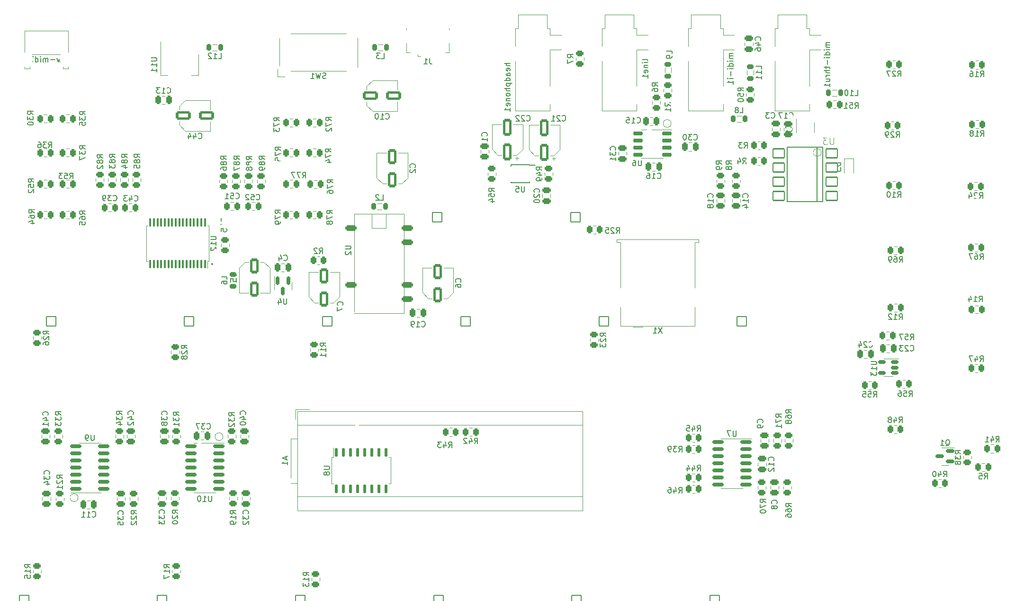
<source format=gbr>
%TF.GenerationSoftware,KiCad,Pcbnew,(6.0.10)*%
%TF.CreationDate,2023-02-06T20:53:37+00:00*%
%TF.ProjectId,fjol-desktop,666a6f6c-2d64-4657-936b-746f702e6b69,rev?*%
%TF.SameCoordinates,Original*%
%TF.FileFunction,Legend,Bot*%
%TF.FilePolarity,Positive*%
%FSLAX46Y46*%
G04 Gerber Fmt 4.6, Leading zero omitted, Abs format (unit mm)*
G04 Created by KiCad (PCBNEW (6.0.10)) date 2023-02-06 20:53:37*
%MOMM*%
%LPD*%
G01*
G04 APERTURE LIST*
G04 Aperture macros list*
%AMRoundRect*
0 Rectangle with rounded corners*
0 $1 Rounding radius*
0 $2 $3 $4 $5 $6 $7 $8 $9 X,Y pos of 4 corners*
0 Add a 4 corners polygon primitive as box body*
4,1,4,$2,$3,$4,$5,$6,$7,$8,$9,$2,$3,0*
0 Add four circle primitives for the rounded corners*
1,1,$1+$1,$2,$3*
1,1,$1+$1,$4,$5*
1,1,$1+$1,$6,$7*
1,1,$1+$1,$8,$9*
0 Add four rect primitives between the rounded corners*
20,1,$1+$1,$2,$3,$4,$5,0*
20,1,$1+$1,$4,$5,$6,$7,0*
20,1,$1+$1,$6,$7,$8,$9,0*
20,1,$1+$1,$8,$9,$2,$3,0*%
G04 Aperture macros list end*
%ADD10C,0.120000*%
%ADD11C,0.200000*%
%ADD12C,0.150000*%
%ADD13C,0.120650*%
%ADD14C,0.152400*%
%ADD15C,1.853200*%
%ADD16RoundRect,0.101600X-0.825000X0.825000X-0.825000X-0.825000X0.825000X-0.825000X0.825000X0.825000X0*%
%ADD17C,2.997200*%
%ADD18R,1.800000X1.800000*%
%ADD19C,1.800000*%
%ADD20C,1.700000*%
%ADD21O,2.720000X3.240000*%
%ADD22R,2.000000X2.000000*%
%ADD23C,2.000000*%
%ADD24R,2.000000X3.200000*%
%ADD25RoundRect,0.101600X0.825000X-0.825000X0.825000X0.825000X-0.825000X0.825000X-0.825000X-0.825000X0*%
%ADD26RoundRect,0.243750X-0.243750X-0.456250X0.243750X-0.456250X0.243750X0.456250X-0.243750X0.456250X0*%
%ADD27RoundRect,0.250000X-0.450000X0.262500X-0.450000X-0.262500X0.450000X-0.262500X0.450000X0.262500X0*%
%ADD28RoundRect,0.250000X0.475000X-0.250000X0.475000X0.250000X-0.475000X0.250000X-0.475000X-0.250000X0*%
%ADD29C,2.200000*%
%ADD30RoundRect,0.218750X-0.218750X-0.381250X0.218750X-0.381250X0.218750X0.381250X-0.218750X0.381250X0*%
%ADD31RoundRect,0.243750X-0.456250X0.243750X-0.456250X-0.243750X0.456250X-0.243750X0.456250X0.243750X0*%
%ADD32RoundRect,0.243750X0.243750X0.456250X-0.243750X0.456250X-0.243750X-0.456250X0.243750X-0.456250X0*%
%ADD33RoundRect,0.250000X0.550000X-1.250000X0.550000X1.250000X-0.550000X1.250000X-0.550000X-1.250000X0*%
%ADD34RoundRect,0.243750X0.456250X-0.243750X0.456250X0.243750X-0.456250X0.243750X-0.456250X-0.243750X0*%
%ADD35RoundRect,0.250000X0.550000X-1.137500X0.550000X1.137500X-0.550000X1.137500X-0.550000X-1.137500X0*%
%ADD36RoundRect,0.250000X-0.475000X0.250000X-0.475000X-0.250000X0.475000X-0.250000X0.475000X0.250000X0*%
%ADD37RoundRect,0.150000X0.587500X0.150000X-0.587500X0.150000X-0.587500X-0.150000X0.587500X-0.150000X0*%
%ADD38RoundRect,0.137500X-0.137500X0.662500X-0.137500X-0.662500X0.137500X-0.662500X0.137500X0.662500X0*%
%ADD39R,2.800000X2.200000*%
%ADD40R,2.800000X2.800000*%
%ADD41RoundRect,0.250000X0.262500X0.450000X-0.262500X0.450000X-0.262500X-0.450000X0.262500X-0.450000X0*%
%ADD42RoundRect,0.218750X0.218750X0.381250X-0.218750X0.381250X-0.218750X-0.381250X0.218750X-0.381250X0*%
%ADD43RoundRect,0.250000X0.450000X-0.262500X0.450000X0.262500X-0.450000X0.262500X-0.450000X-0.262500X0*%
%ADD44R,1.600000X1.500000*%
%ADD45C,1.600000*%
%ADD46C,3.000000*%
%ADD47RoundRect,0.150000X0.512500X0.150000X-0.512500X0.150000X-0.512500X-0.150000X0.512500X-0.150000X0*%
%ADD48R,0.450000X0.600000*%
%ADD49RoundRect,0.250000X0.800000X0.250000X-0.800000X0.250000X-0.800000X-0.250000X0.800000X-0.250000X0*%
%ADD50RoundRect,0.101600X-1.000000X0.800000X-1.000000X-0.800000X1.000000X-0.800000X1.000000X0.800000X0*%
%ADD51RoundRect,0.101600X1.000000X-0.800000X1.000000X0.800000X-1.000000X0.800000X-1.000000X-0.800000X0*%
%ADD52R,1.500000X2.000000*%
%ADD53R,3.800000X2.000000*%
%ADD54RoundRect,0.218750X-0.381250X0.218750X-0.381250X-0.218750X0.381250X-0.218750X0.381250X0.218750X0*%
%ADD55RoundRect,0.250000X-0.262500X-0.450000X0.262500X-0.450000X0.262500X0.450000X-0.262500X0.450000X0*%
%ADD56RoundRect,0.250000X-0.550000X1.137500X-0.550000X-1.137500X0.550000X-1.137500X0.550000X1.137500X0*%
%ADD57RoundRect,0.150000X-0.150000X0.587500X-0.150000X-0.587500X0.150000X-0.587500X0.150000X0.587500X0*%
%ADD58RoundRect,0.150000X0.825000X0.150000X-0.825000X0.150000X-0.825000X-0.150000X0.825000X-0.150000X0*%
%ADD59R,0.650000X1.560000*%
%ADD60RoundRect,0.218750X0.381250X-0.218750X0.381250X0.218750X-0.381250X0.218750X-0.381250X-0.218750X0*%
%ADD61RoundRect,0.250000X-0.250000X-0.475000X0.250000X-0.475000X0.250000X0.475000X-0.250000X0.475000X0*%
%ADD62R,1.100000X0.400000*%
%ADD63RoundRect,0.250000X-1.137500X-0.550000X1.137500X-0.550000X1.137500X0.550000X-1.137500X0.550000X0*%
%ADD64RoundRect,0.250000X0.250000X0.475000X-0.250000X0.475000X-0.250000X-0.475000X0.250000X-0.475000X0*%
%ADD65RoundRect,0.150000X0.725000X0.150000X-0.725000X0.150000X-0.725000X-0.150000X0.725000X-0.150000X0*%
%ADD66R,0.400000X1.400000*%
%ADD67R,1.750000X1.900000*%
%ADD68R,1.150000X1.450000*%
%ADD69O,1.050000X1.900000*%
%ADD70RoundRect,0.100000X0.100000X-0.637500X0.100000X0.637500X-0.100000X0.637500X-0.100000X-0.637500X0*%
%ADD71RoundRect,0.150000X-0.825000X-0.150000X0.825000X-0.150000X0.825000X0.150000X-0.825000X0.150000X0*%
%ADD72R,1.700000X1.700000*%
%ADD73C,0.800000*%
G04 APERTURE END LIST*
D10*
X128480420Y-115867580D02*
G75*
G03*
X128480420Y-115867580I-718420J0D01*
G01*
D11*
X126637800Y-84994420D02*
G75*
G03*
X126637800Y-84994420I-100000J0D01*
G01*
X126418362Y-82291600D02*
G75*
G03*
X126418362Y-82291600I-100000J0D01*
G01*
X126381500Y-82501000D02*
G75*
G03*
X126381500Y-82501000I-100000J0D01*
G01*
D10*
X208592020Y-59835180D02*
G75*
G03*
X208592020Y-59835180I-718420J0D01*
G01*
X102572420Y-126789580D02*
G75*
G03*
X102572420Y-126789580I-718420J0D01*
G01*
X235419420Y-65024000D02*
G75*
G03*
X235419420Y-65024000I-718420J0D01*
G01*
D12*
%TO.C,R72*%
X147864880Y-59332142D02*
X147388690Y-58998809D01*
X147864880Y-58760714D02*
X146864880Y-58760714D01*
X146864880Y-59141666D01*
X146912500Y-59236904D01*
X146960119Y-59284523D01*
X147055357Y-59332142D01*
X147198214Y-59332142D01*
X147293452Y-59284523D01*
X147341071Y-59236904D01*
X147388690Y-59141666D01*
X147388690Y-58760714D01*
X146864880Y-59665476D02*
X146864880Y-60332142D01*
X147864880Y-59903571D01*
X146960119Y-60665476D02*
X146912500Y-60713095D01*
X146864880Y-60808333D01*
X146864880Y-61046428D01*
X146912500Y-61141666D01*
X146960119Y-61189285D01*
X147055357Y-61236904D01*
X147150595Y-61236904D01*
X147293452Y-61189285D01*
X147864880Y-60617857D01*
X147864880Y-61236904D01*
%TO.C,R33*%
X99512380Y-111980742D02*
X99036190Y-111647409D01*
X99512380Y-111409314D02*
X98512380Y-111409314D01*
X98512380Y-111790266D01*
X98560000Y-111885504D01*
X98607619Y-111933123D01*
X98702857Y-111980742D01*
X98845714Y-111980742D01*
X98940952Y-111933123D01*
X98988571Y-111885504D01*
X99036190Y-111790266D01*
X99036190Y-111409314D01*
X98512380Y-112314076D02*
X98512380Y-112933123D01*
X98893333Y-112599790D01*
X98893333Y-112742647D01*
X98940952Y-112837885D01*
X98988571Y-112885504D01*
X99083809Y-112933123D01*
X99321904Y-112933123D01*
X99417142Y-112885504D01*
X99464761Y-112837885D01*
X99512380Y-112742647D01*
X99512380Y-112456933D01*
X99464761Y-112361695D01*
X99417142Y-112314076D01*
X98512380Y-113266457D02*
X98512380Y-113885504D01*
X98893333Y-113552171D01*
X98893333Y-113695028D01*
X98940952Y-113790266D01*
X98988571Y-113837885D01*
X99083809Y-113885504D01*
X99321904Y-113885504D01*
X99417142Y-113837885D01*
X99464761Y-113790266D01*
X99512380Y-113695028D01*
X99512380Y-113409314D01*
X99464761Y-113314076D01*
X99417142Y-113266457D01*
%TO.C,C34*%
X97385142Y-122547142D02*
X97432761Y-122499523D01*
X97480380Y-122356666D01*
X97480380Y-122261428D01*
X97432761Y-122118571D01*
X97337523Y-122023333D01*
X97242285Y-121975714D01*
X97051809Y-121928095D01*
X96908952Y-121928095D01*
X96718476Y-121975714D01*
X96623238Y-122023333D01*
X96528000Y-122118571D01*
X96480380Y-122261428D01*
X96480380Y-122356666D01*
X96528000Y-122499523D01*
X96575619Y-122547142D01*
X96480380Y-122880476D02*
X96480380Y-123499523D01*
X96861333Y-123166190D01*
X96861333Y-123309047D01*
X96908952Y-123404285D01*
X96956571Y-123451904D01*
X97051809Y-123499523D01*
X97289904Y-123499523D01*
X97385142Y-123451904D01*
X97432761Y-123404285D01*
X97480380Y-123309047D01*
X97480380Y-123023333D01*
X97432761Y-122928095D01*
X97385142Y-122880476D01*
X96813714Y-124356666D02*
X97480380Y-124356666D01*
X96432761Y-124118571D02*
X97147047Y-123880476D01*
X97147047Y-124499523D01*
%TO.C,sw-midi1*%
X100329571Y-48787761D02*
X100234333Y-48835380D01*
X100043857Y-48835380D01*
X99948619Y-48787761D01*
X99901000Y-48692523D01*
X99901000Y-48644904D01*
X99948619Y-48549666D01*
X100043857Y-48502047D01*
X100186714Y-48502047D01*
X100281952Y-48454428D01*
X100329571Y-48359190D01*
X100329571Y-48311571D01*
X100281952Y-48216333D01*
X100186714Y-48168714D01*
X100043857Y-48168714D01*
X99948619Y-48216333D01*
X99567666Y-48168714D02*
X99377190Y-48835380D01*
X99186714Y-48359190D01*
X98996238Y-48835380D01*
X98805761Y-48168714D01*
X98424809Y-48454428D02*
X97662904Y-48454428D01*
X97186714Y-48835380D02*
X97186714Y-48168714D01*
X97186714Y-48263952D02*
X97139095Y-48216333D01*
X97043857Y-48168714D01*
X96901000Y-48168714D01*
X96805761Y-48216333D01*
X96758142Y-48311571D01*
X96758142Y-48835380D01*
X96758142Y-48311571D02*
X96710523Y-48216333D01*
X96615285Y-48168714D01*
X96472428Y-48168714D01*
X96377190Y-48216333D01*
X96329571Y-48311571D01*
X96329571Y-48835380D01*
X95853380Y-48835380D02*
X95853380Y-48168714D01*
X95853380Y-47835380D02*
X95901000Y-47883000D01*
X95853380Y-47930619D01*
X95805761Y-47883000D01*
X95853380Y-47835380D01*
X95853380Y-47930619D01*
X94948619Y-48835380D02*
X94948619Y-47835380D01*
X94948619Y-48787761D02*
X95043857Y-48835380D01*
X95234333Y-48835380D01*
X95329571Y-48787761D01*
X95377190Y-48740142D01*
X95424809Y-48644904D01*
X95424809Y-48359190D01*
X95377190Y-48263952D01*
X95329571Y-48216333D01*
X95234333Y-48168714D01*
X95043857Y-48168714D01*
X94948619Y-48216333D01*
X94472428Y-48835380D02*
X94472428Y-48168714D01*
X94472428Y-47835380D02*
X94520047Y-47883000D01*
X94472428Y-47930619D01*
X94424809Y-47883000D01*
X94472428Y-47835380D01*
X94472428Y-47930619D01*
X93472428Y-48835380D02*
X94043857Y-48835380D01*
X93758142Y-48835380D02*
X93758142Y-47835380D01*
X93853380Y-47978238D01*
X93948619Y-48073476D01*
X94043857Y-48121095D01*
%TO.C,C46*%
X224515742Y-44950142D02*
X224563361Y-44902523D01*
X224610980Y-44759666D01*
X224610980Y-44664428D01*
X224563361Y-44521571D01*
X224468123Y-44426333D01*
X224372885Y-44378714D01*
X224182409Y-44331095D01*
X224039552Y-44331095D01*
X223849076Y-44378714D01*
X223753838Y-44426333D01*
X223658600Y-44521571D01*
X223610980Y-44664428D01*
X223610980Y-44759666D01*
X223658600Y-44902523D01*
X223706219Y-44950142D01*
X223944314Y-45807285D02*
X224610980Y-45807285D01*
X223563361Y-45569190D02*
X224277647Y-45331095D01*
X224277647Y-45950142D01*
X223610980Y-46759666D02*
X223610980Y-46569190D01*
X223658600Y-46473952D01*
X223706219Y-46426333D01*
X223849076Y-46331095D01*
X224039552Y-46283476D01*
X224420504Y-46283476D01*
X224515742Y-46331095D01*
X224563361Y-46378714D01*
X224610980Y-46473952D01*
X224610980Y-46664428D01*
X224563361Y-46759666D01*
X224515742Y-46807285D01*
X224420504Y-46854904D01*
X224182409Y-46854904D01*
X224087171Y-46807285D01*
X224039552Y-46759666D01*
X223991933Y-46664428D01*
X223991933Y-46473952D01*
X224039552Y-46378714D01*
X224087171Y-46331095D01*
X224182409Y-46283476D01*
%TO.C,L3*%
X156808466Y-48230380D02*
X157284657Y-48230380D01*
X157284657Y-47230380D01*
X156570371Y-47230380D02*
X155951323Y-47230380D01*
X156284657Y-47611333D01*
X156141800Y-47611333D01*
X156046561Y-47658952D01*
X155998942Y-47706571D01*
X155951323Y-47801809D01*
X155951323Y-48039904D01*
X155998942Y-48135142D01*
X156046561Y-48182761D01*
X156141800Y-48230380D01*
X156427514Y-48230380D01*
X156522752Y-48182761D01*
X156570371Y-48135142D01*
%TO.C,R85*%
X113614880Y-65932142D02*
X113138690Y-65598809D01*
X113614880Y-65360714D02*
X112614880Y-65360714D01*
X112614880Y-65741666D01*
X112662500Y-65836904D01*
X112710119Y-65884523D01*
X112805357Y-65932142D01*
X112948214Y-65932142D01*
X113043452Y-65884523D01*
X113091071Y-65836904D01*
X113138690Y-65741666D01*
X113138690Y-65360714D01*
X113043452Y-66503571D02*
X112995833Y-66408333D01*
X112948214Y-66360714D01*
X112852976Y-66313095D01*
X112805357Y-66313095D01*
X112710119Y-66360714D01*
X112662500Y-66408333D01*
X112614880Y-66503571D01*
X112614880Y-66694047D01*
X112662500Y-66789285D01*
X112710119Y-66836904D01*
X112805357Y-66884523D01*
X112852976Y-66884523D01*
X112948214Y-66836904D01*
X112995833Y-66789285D01*
X113043452Y-66694047D01*
X113043452Y-66503571D01*
X113091071Y-66408333D01*
X113138690Y-66360714D01*
X113233928Y-66313095D01*
X113424404Y-66313095D01*
X113519642Y-66360714D01*
X113567261Y-66408333D01*
X113614880Y-66503571D01*
X113614880Y-66694047D01*
X113567261Y-66789285D01*
X113519642Y-66836904D01*
X113424404Y-66884523D01*
X113233928Y-66884523D01*
X113138690Y-66836904D01*
X113091071Y-66789285D01*
X113043452Y-66694047D01*
X112614880Y-67789285D02*
X112614880Y-67313095D01*
X113091071Y-67265476D01*
X113043452Y-67313095D01*
X112995833Y-67408333D01*
X112995833Y-67646428D01*
X113043452Y-67741666D01*
X113091071Y-67789285D01*
X113186309Y-67836904D01*
X113424404Y-67836904D01*
X113519642Y-67789285D01*
X113567261Y-67741666D01*
X113614880Y-67646428D01*
X113614880Y-67408333D01*
X113567261Y-67313095D01*
X113519642Y-67265476D01*
%TO.C,R52*%
X94664880Y-70332142D02*
X94188690Y-69998809D01*
X94664880Y-69760714D02*
X93664880Y-69760714D01*
X93664880Y-70141666D01*
X93712500Y-70236904D01*
X93760119Y-70284523D01*
X93855357Y-70332142D01*
X93998214Y-70332142D01*
X94093452Y-70284523D01*
X94141071Y-70236904D01*
X94188690Y-70141666D01*
X94188690Y-69760714D01*
X93664880Y-71236904D02*
X93664880Y-70760714D01*
X94141071Y-70713095D01*
X94093452Y-70760714D01*
X94045833Y-70855952D01*
X94045833Y-71094047D01*
X94093452Y-71189285D01*
X94141071Y-71236904D01*
X94236309Y-71284523D01*
X94474404Y-71284523D01*
X94569642Y-71236904D01*
X94617261Y-71189285D01*
X94664880Y-71094047D01*
X94664880Y-70855952D01*
X94617261Y-70760714D01*
X94569642Y-70713095D01*
X93760119Y-71665476D02*
X93712500Y-71713095D01*
X93664880Y-71808333D01*
X93664880Y-72046428D01*
X93712500Y-72141666D01*
X93760119Y-72189285D01*
X93855357Y-72236904D01*
X93950595Y-72236904D01*
X94093452Y-72189285D01*
X94664880Y-71617857D01*
X94664880Y-72236904D01*
%TO.C,C22*%
X182760857Y-59285142D02*
X182808476Y-59332761D01*
X182951333Y-59380380D01*
X183046571Y-59380380D01*
X183189428Y-59332761D01*
X183284666Y-59237523D01*
X183332285Y-59142285D01*
X183379904Y-58951809D01*
X183379904Y-58808952D01*
X183332285Y-58618476D01*
X183284666Y-58523238D01*
X183189428Y-58428000D01*
X183046571Y-58380380D01*
X182951333Y-58380380D01*
X182808476Y-58428000D01*
X182760857Y-58475619D01*
X182379904Y-58475619D02*
X182332285Y-58428000D01*
X182237047Y-58380380D01*
X181998952Y-58380380D01*
X181903714Y-58428000D01*
X181856095Y-58475619D01*
X181808476Y-58570857D01*
X181808476Y-58666095D01*
X181856095Y-58808952D01*
X182427523Y-59380380D01*
X181808476Y-59380380D01*
X181427523Y-58475619D02*
X181379904Y-58428000D01*
X181284666Y-58380380D01*
X181046571Y-58380380D01*
X180951333Y-58428000D01*
X180903714Y-58475619D01*
X180856095Y-58570857D01*
X180856095Y-58666095D01*
X180903714Y-58808952D01*
X181475142Y-59380380D01*
X180856095Y-59380380D01*
%TO.C,C52*%
X134430357Y-73407142D02*
X134477976Y-73454761D01*
X134620833Y-73502380D01*
X134716071Y-73502380D01*
X134858928Y-73454761D01*
X134954166Y-73359523D01*
X135001785Y-73264285D01*
X135049404Y-73073809D01*
X135049404Y-72930952D01*
X135001785Y-72740476D01*
X134954166Y-72645238D01*
X134858928Y-72550000D01*
X134716071Y-72502380D01*
X134620833Y-72502380D01*
X134477976Y-72550000D01*
X134430357Y-72597619D01*
X133525595Y-72502380D02*
X134001785Y-72502380D01*
X134049404Y-72978571D01*
X134001785Y-72930952D01*
X133906547Y-72883333D01*
X133668452Y-72883333D01*
X133573214Y-72930952D01*
X133525595Y-72978571D01*
X133477976Y-73073809D01*
X133477976Y-73311904D01*
X133525595Y-73407142D01*
X133573214Y-73454761D01*
X133668452Y-73502380D01*
X133906547Y-73502380D01*
X134001785Y-73454761D01*
X134049404Y-73407142D01*
X133097023Y-72597619D02*
X133049404Y-72550000D01*
X132954166Y-72502380D01*
X132716071Y-72502380D01*
X132620833Y-72550000D01*
X132573214Y-72597619D01*
X132525595Y-72692857D01*
X132525595Y-72788095D01*
X132573214Y-72930952D01*
X133144642Y-73502380D01*
X132525595Y-73502380D01*
%TO.C,R84*%
X111364880Y-65944642D02*
X110888690Y-65611309D01*
X111364880Y-65373214D02*
X110364880Y-65373214D01*
X110364880Y-65754166D01*
X110412500Y-65849404D01*
X110460119Y-65897023D01*
X110555357Y-65944642D01*
X110698214Y-65944642D01*
X110793452Y-65897023D01*
X110841071Y-65849404D01*
X110888690Y-65754166D01*
X110888690Y-65373214D01*
X110793452Y-66516071D02*
X110745833Y-66420833D01*
X110698214Y-66373214D01*
X110602976Y-66325595D01*
X110555357Y-66325595D01*
X110460119Y-66373214D01*
X110412500Y-66420833D01*
X110364880Y-66516071D01*
X110364880Y-66706547D01*
X110412500Y-66801785D01*
X110460119Y-66849404D01*
X110555357Y-66897023D01*
X110602976Y-66897023D01*
X110698214Y-66849404D01*
X110745833Y-66801785D01*
X110793452Y-66706547D01*
X110793452Y-66516071D01*
X110841071Y-66420833D01*
X110888690Y-66373214D01*
X110983928Y-66325595D01*
X111174404Y-66325595D01*
X111269642Y-66373214D01*
X111317261Y-66420833D01*
X111364880Y-66516071D01*
X111364880Y-66706547D01*
X111317261Y-66801785D01*
X111269642Y-66849404D01*
X111174404Y-66897023D01*
X110983928Y-66897023D01*
X110888690Y-66849404D01*
X110841071Y-66801785D01*
X110793452Y-66706547D01*
X110698214Y-67754166D02*
X111364880Y-67754166D01*
X110317261Y-67516071D02*
X111031547Y-67277976D01*
X111031547Y-67897023D01*
%TO.C,C2*%
X162781742Y-67676733D02*
X162829361Y-67629114D01*
X162876980Y-67486257D01*
X162876980Y-67391019D01*
X162829361Y-67248161D01*
X162734123Y-67152923D01*
X162638885Y-67105304D01*
X162448409Y-67057685D01*
X162305552Y-67057685D01*
X162115076Y-67105304D01*
X162019838Y-67152923D01*
X161924600Y-67248161D01*
X161876980Y-67391019D01*
X161876980Y-67486257D01*
X161924600Y-67629114D01*
X161972219Y-67676733D01*
X161972219Y-68057685D02*
X161924600Y-68105304D01*
X161876980Y-68200542D01*
X161876980Y-68438638D01*
X161924600Y-68533876D01*
X161972219Y-68581495D01*
X162067457Y-68629114D01*
X162162695Y-68629114D01*
X162305552Y-68581495D01*
X162876980Y-68010066D01*
X162876980Y-68629114D01*
%TO.C,C20*%
X184960742Y-72112942D02*
X185008361Y-72065323D01*
X185055980Y-71922466D01*
X185055980Y-71827228D01*
X185008361Y-71684371D01*
X184913123Y-71589133D01*
X184817885Y-71541514D01*
X184627409Y-71493895D01*
X184484552Y-71493895D01*
X184294076Y-71541514D01*
X184198838Y-71589133D01*
X184103600Y-71684371D01*
X184055980Y-71827228D01*
X184055980Y-71922466D01*
X184103600Y-72065323D01*
X184151219Y-72112942D01*
X184151219Y-72493895D02*
X184103600Y-72541514D01*
X184055980Y-72636752D01*
X184055980Y-72874847D01*
X184103600Y-72970085D01*
X184151219Y-73017704D01*
X184246457Y-73065323D01*
X184341695Y-73065323D01*
X184484552Y-73017704D01*
X185055980Y-72446276D01*
X185055980Y-73065323D01*
X184055980Y-73684371D02*
X184055980Y-73779609D01*
X184103600Y-73874847D01*
X184151219Y-73922466D01*
X184246457Y-73970085D01*
X184436933Y-74017704D01*
X184675028Y-74017704D01*
X184865504Y-73970085D01*
X184960742Y-73922466D01*
X185008361Y-73874847D01*
X185055980Y-73779609D01*
X185055980Y-73684371D01*
X185008361Y-73589133D01*
X184960742Y-73541514D01*
X184865504Y-73493895D01*
X184675028Y-73446276D01*
X184436933Y-73446276D01*
X184246457Y-73493895D01*
X184151219Y-73541514D01*
X184103600Y-73589133D01*
X184055980Y-73684371D01*
%TO.C,R65*%
X103839880Y-76082142D02*
X103363690Y-75748809D01*
X103839880Y-75510714D02*
X102839880Y-75510714D01*
X102839880Y-75891666D01*
X102887500Y-75986904D01*
X102935119Y-76034523D01*
X103030357Y-76082142D01*
X103173214Y-76082142D01*
X103268452Y-76034523D01*
X103316071Y-75986904D01*
X103363690Y-75891666D01*
X103363690Y-75510714D01*
X102839880Y-76939285D02*
X102839880Y-76748809D01*
X102887500Y-76653571D01*
X102935119Y-76605952D01*
X103077976Y-76510714D01*
X103268452Y-76463095D01*
X103649404Y-76463095D01*
X103744642Y-76510714D01*
X103792261Y-76558333D01*
X103839880Y-76653571D01*
X103839880Y-76844047D01*
X103792261Y-76939285D01*
X103744642Y-76986904D01*
X103649404Y-77034523D01*
X103411309Y-77034523D01*
X103316071Y-76986904D01*
X103268452Y-76939285D01*
X103220833Y-76844047D01*
X103220833Y-76653571D01*
X103268452Y-76558333D01*
X103316071Y-76510714D01*
X103411309Y-76463095D01*
X102839880Y-77939285D02*
X102839880Y-77463095D01*
X103316071Y-77415476D01*
X103268452Y-77463095D01*
X103220833Y-77558333D01*
X103220833Y-77796428D01*
X103268452Y-77891666D01*
X103316071Y-77939285D01*
X103411309Y-77986904D01*
X103649404Y-77986904D01*
X103744642Y-77939285D01*
X103792261Y-77891666D01*
X103839880Y-77796428D01*
X103839880Y-77558333D01*
X103792261Y-77463095D01*
X103744642Y-77415476D01*
%TO.C,Q1*%
X257651238Y-117527619D02*
X257746476Y-117480000D01*
X257841714Y-117384761D01*
X257984571Y-117241904D01*
X258079809Y-117194285D01*
X258175047Y-117194285D01*
X258127428Y-117432380D02*
X258222666Y-117384761D01*
X258317904Y-117289523D01*
X258365523Y-117099047D01*
X258365523Y-116765714D01*
X258317904Y-116575238D01*
X258222666Y-116480000D01*
X258127428Y-116432380D01*
X257936952Y-116432380D01*
X257841714Y-116480000D01*
X257746476Y-116575238D01*
X257698857Y-116765714D01*
X257698857Y-117099047D01*
X257746476Y-117289523D01*
X257841714Y-117384761D01*
X257936952Y-117432380D01*
X258127428Y-117432380D01*
X256746476Y-117432380D02*
X257317904Y-117432380D01*
X257032190Y-117432380D02*
X257032190Y-116432380D01*
X257127428Y-116575238D01*
X257222666Y-116670476D01*
X257317904Y-116718095D01*
%TO.C,C17*%
X229750857Y-58777142D02*
X229798476Y-58824761D01*
X229941333Y-58872380D01*
X230036571Y-58872380D01*
X230179428Y-58824761D01*
X230274666Y-58729523D01*
X230322285Y-58634285D01*
X230369904Y-58443809D01*
X230369904Y-58300952D01*
X230322285Y-58110476D01*
X230274666Y-58015238D01*
X230179428Y-57920000D01*
X230036571Y-57872380D01*
X229941333Y-57872380D01*
X229798476Y-57920000D01*
X229750857Y-57967619D01*
X228798476Y-58872380D02*
X229369904Y-58872380D01*
X229084190Y-58872380D02*
X229084190Y-57872380D01*
X229179428Y-58015238D01*
X229274666Y-58110476D01*
X229369904Y-58158095D01*
X228465142Y-57872380D02*
X227798476Y-57872380D01*
X228227047Y-58872380D01*
%TO.C,U8*%
X146514380Y-121158095D02*
X147323904Y-121158095D01*
X147419142Y-121205714D01*
X147466761Y-121253333D01*
X147514380Y-121348571D01*
X147514380Y-121539047D01*
X147466761Y-121634285D01*
X147419142Y-121681904D01*
X147323904Y-121729523D01*
X146514380Y-121729523D01*
X146942952Y-122348571D02*
X146895333Y-122253333D01*
X146847714Y-122205714D01*
X146752476Y-122158095D01*
X146704857Y-122158095D01*
X146609619Y-122205714D01*
X146562000Y-122253333D01*
X146514380Y-122348571D01*
X146514380Y-122539047D01*
X146562000Y-122634285D01*
X146609619Y-122681904D01*
X146704857Y-122729523D01*
X146752476Y-122729523D01*
X146847714Y-122681904D01*
X146895333Y-122634285D01*
X146942952Y-122539047D01*
X146942952Y-122348571D01*
X146990571Y-122253333D01*
X147038190Y-122205714D01*
X147133428Y-122158095D01*
X147323904Y-122158095D01*
X147419142Y-122205714D01*
X147466761Y-122253333D01*
X147514380Y-122348571D01*
X147514380Y-122539047D01*
X147466761Y-122634285D01*
X147419142Y-122681904D01*
X147323904Y-122729523D01*
X147133428Y-122729523D01*
X147038190Y-122681904D01*
X146990571Y-122634285D01*
X146942952Y-122539047D01*
%TO.C,R50*%
X221509580Y-54043342D02*
X221033390Y-53710009D01*
X221509580Y-53471914D02*
X220509580Y-53471914D01*
X220509580Y-53852866D01*
X220557200Y-53948104D01*
X220604819Y-53995723D01*
X220700057Y-54043342D01*
X220842914Y-54043342D01*
X220938152Y-53995723D01*
X220985771Y-53948104D01*
X221033390Y-53852866D01*
X221033390Y-53471914D01*
X220509580Y-54948104D02*
X220509580Y-54471914D01*
X220985771Y-54424295D01*
X220938152Y-54471914D01*
X220890533Y-54567152D01*
X220890533Y-54805247D01*
X220938152Y-54900485D01*
X220985771Y-54948104D01*
X221081009Y-54995723D01*
X221319104Y-54995723D01*
X221414342Y-54948104D01*
X221461961Y-54900485D01*
X221509580Y-54805247D01*
X221509580Y-54567152D01*
X221461961Y-54471914D01*
X221414342Y-54424295D01*
X220509580Y-55614771D02*
X220509580Y-55710009D01*
X220557200Y-55805247D01*
X220604819Y-55852866D01*
X220700057Y-55900485D01*
X220890533Y-55948104D01*
X221128628Y-55948104D01*
X221319104Y-55900485D01*
X221414342Y-55852866D01*
X221461961Y-55805247D01*
X221509580Y-55710009D01*
X221509580Y-55614771D01*
X221461961Y-55519533D01*
X221414342Y-55471914D01*
X221319104Y-55424295D01*
X221128628Y-55376676D01*
X220890533Y-55376676D01*
X220700057Y-55424295D01*
X220604819Y-55471914D01*
X220557200Y-55519533D01*
X220509580Y-55614771D01*
%TO.C,line1*%
X204414380Y-48561809D02*
X204366761Y-48466571D01*
X204271523Y-48418952D01*
X203414380Y-48418952D01*
X204414380Y-48942761D02*
X203747714Y-48942761D01*
X203414380Y-48942761D02*
X203462000Y-48895142D01*
X203509619Y-48942761D01*
X203462000Y-48990380D01*
X203414380Y-48942761D01*
X203509619Y-48942761D01*
X203747714Y-49418952D02*
X204414380Y-49418952D01*
X203842952Y-49418952D02*
X203795333Y-49466571D01*
X203747714Y-49561809D01*
X203747714Y-49704666D01*
X203795333Y-49799904D01*
X203890571Y-49847523D01*
X204414380Y-49847523D01*
X204366761Y-50704666D02*
X204414380Y-50609428D01*
X204414380Y-50418952D01*
X204366761Y-50323714D01*
X204271523Y-50276095D01*
X203890571Y-50276095D01*
X203795333Y-50323714D01*
X203747714Y-50418952D01*
X203747714Y-50609428D01*
X203795333Y-50704666D01*
X203890571Y-50752285D01*
X203985809Y-50752285D01*
X204081047Y-50276095D01*
X204414380Y-51704666D02*
X204414380Y-51133238D01*
X204414380Y-51418952D02*
X203414380Y-51418952D01*
X203557238Y-51323714D01*
X203652476Y-51228476D01*
X203700095Y-51133238D01*
%TO.C,R64*%
X94764880Y-75857142D02*
X94288690Y-75523809D01*
X94764880Y-75285714D02*
X93764880Y-75285714D01*
X93764880Y-75666666D01*
X93812500Y-75761904D01*
X93860119Y-75809523D01*
X93955357Y-75857142D01*
X94098214Y-75857142D01*
X94193452Y-75809523D01*
X94241071Y-75761904D01*
X94288690Y-75666666D01*
X94288690Y-75285714D01*
X93764880Y-76714285D02*
X93764880Y-76523809D01*
X93812500Y-76428571D01*
X93860119Y-76380952D01*
X94002976Y-76285714D01*
X94193452Y-76238095D01*
X94574404Y-76238095D01*
X94669642Y-76285714D01*
X94717261Y-76333333D01*
X94764880Y-76428571D01*
X94764880Y-76619047D01*
X94717261Y-76714285D01*
X94669642Y-76761904D01*
X94574404Y-76809523D01*
X94336309Y-76809523D01*
X94241071Y-76761904D01*
X94193452Y-76714285D01*
X94145833Y-76619047D01*
X94145833Y-76428571D01*
X94193452Y-76333333D01*
X94241071Y-76285714D01*
X94336309Y-76238095D01*
X94098214Y-77666666D02*
X94764880Y-77666666D01*
X93717261Y-77428571D02*
X94431547Y-77190476D01*
X94431547Y-77809523D01*
%TO.C,R40*%
X257259057Y-123033780D02*
X257592390Y-122557590D01*
X257830485Y-123033780D02*
X257830485Y-122033780D01*
X257449533Y-122033780D01*
X257354295Y-122081400D01*
X257306676Y-122129019D01*
X257259057Y-122224257D01*
X257259057Y-122367114D01*
X257306676Y-122462352D01*
X257354295Y-122509971D01*
X257449533Y-122557590D01*
X257830485Y-122557590D01*
X256401914Y-122367114D02*
X256401914Y-123033780D01*
X256640009Y-121986161D02*
X256878104Y-122700447D01*
X256259057Y-122700447D01*
X255687628Y-122033780D02*
X255592390Y-122033780D01*
X255497152Y-122081400D01*
X255449533Y-122129019D01*
X255401914Y-122224257D01*
X255354295Y-122414733D01*
X255354295Y-122652828D01*
X255401914Y-122843304D01*
X255449533Y-122938542D01*
X255497152Y-122986161D01*
X255592390Y-123033780D01*
X255687628Y-123033780D01*
X255782866Y-122986161D01*
X255830485Y-122938542D01*
X255878104Y-122843304D01*
X255925723Y-122652828D01*
X255925723Y-122414733D01*
X255878104Y-122224257D01*
X255830485Y-122129019D01*
X255782866Y-122081400D01*
X255687628Y-122033780D01*
%TO.C,L2*%
X156630666Y-73578380D02*
X157106857Y-73578380D01*
X157106857Y-72578380D01*
X156344952Y-72673619D02*
X156297333Y-72626000D01*
X156202095Y-72578380D01*
X155964000Y-72578380D01*
X155868761Y-72626000D01*
X155821142Y-72673619D01*
X155773523Y-72768857D01*
X155773523Y-72864095D01*
X155821142Y-73006952D01*
X156392571Y-73578380D01*
X155773523Y-73578380D01*
%TO.C,R38*%
X260346180Y-118940342D02*
X259869990Y-118607009D01*
X260346180Y-118368914D02*
X259346180Y-118368914D01*
X259346180Y-118749866D01*
X259393800Y-118845104D01*
X259441419Y-118892723D01*
X259536657Y-118940342D01*
X259679514Y-118940342D01*
X259774752Y-118892723D01*
X259822371Y-118845104D01*
X259869990Y-118749866D01*
X259869990Y-118368914D01*
X259346180Y-119273676D02*
X259346180Y-119892723D01*
X259727133Y-119559390D01*
X259727133Y-119702247D01*
X259774752Y-119797485D01*
X259822371Y-119845104D01*
X259917609Y-119892723D01*
X260155704Y-119892723D01*
X260250942Y-119845104D01*
X260298561Y-119797485D01*
X260346180Y-119702247D01*
X260346180Y-119416533D01*
X260298561Y-119321295D01*
X260250942Y-119273676D01*
X259774752Y-120464152D02*
X259727133Y-120368914D01*
X259679514Y-120321295D01*
X259584276Y-120273676D01*
X259536657Y-120273676D01*
X259441419Y-120321295D01*
X259393800Y-120368914D01*
X259346180Y-120464152D01*
X259346180Y-120654628D01*
X259393800Y-120749866D01*
X259441419Y-120797485D01*
X259536657Y-120845104D01*
X259584276Y-120845104D01*
X259679514Y-120797485D01*
X259727133Y-120749866D01*
X259774752Y-120654628D01*
X259774752Y-120464152D01*
X259822371Y-120368914D01*
X259869990Y-120321295D01*
X259965228Y-120273676D01*
X260155704Y-120273676D01*
X260250942Y-120321295D01*
X260298561Y-120368914D01*
X260346180Y-120464152D01*
X260346180Y-120654628D01*
X260298561Y-120749866D01*
X260250942Y-120797485D01*
X260155704Y-120845104D01*
X259965228Y-120845104D01*
X259869990Y-120797485D01*
X259822371Y-120749866D01*
X259774752Y-120654628D01*
%TO.C,R70*%
X225496380Y-127627142D02*
X225020190Y-127293809D01*
X225496380Y-127055714D02*
X224496380Y-127055714D01*
X224496380Y-127436666D01*
X224544000Y-127531904D01*
X224591619Y-127579523D01*
X224686857Y-127627142D01*
X224829714Y-127627142D01*
X224924952Y-127579523D01*
X224972571Y-127531904D01*
X225020190Y-127436666D01*
X225020190Y-127055714D01*
X224496380Y-127960476D02*
X224496380Y-128627142D01*
X225496380Y-128198571D01*
X224496380Y-129198571D02*
X224496380Y-129293809D01*
X224544000Y-129389047D01*
X224591619Y-129436666D01*
X224686857Y-129484285D01*
X224877333Y-129531904D01*
X225115428Y-129531904D01*
X225305904Y-129484285D01*
X225401142Y-129436666D01*
X225448761Y-129389047D01*
X225496380Y-129293809D01*
X225496380Y-129198571D01*
X225448761Y-129103333D01*
X225401142Y-129055714D01*
X225305904Y-129008095D01*
X225115428Y-128960476D01*
X224877333Y-128960476D01*
X224686857Y-129008095D01*
X224591619Y-129055714D01*
X224544000Y-129103333D01*
X224496380Y-129198571D01*
%TO.C,R73*%
X138564880Y-59357142D02*
X138088690Y-59023809D01*
X138564880Y-58785714D02*
X137564880Y-58785714D01*
X137564880Y-59166666D01*
X137612500Y-59261904D01*
X137660119Y-59309523D01*
X137755357Y-59357142D01*
X137898214Y-59357142D01*
X137993452Y-59309523D01*
X138041071Y-59261904D01*
X138088690Y-59166666D01*
X138088690Y-58785714D01*
X137564880Y-59690476D02*
X137564880Y-60357142D01*
X138564880Y-59928571D01*
X137564880Y-60642857D02*
X137564880Y-61261904D01*
X137945833Y-60928571D01*
X137945833Y-61071428D01*
X137993452Y-61166666D01*
X138041071Y-61214285D01*
X138136309Y-61261904D01*
X138374404Y-61261904D01*
X138469642Y-61214285D01*
X138517261Y-61166666D01*
X138564880Y-61071428D01*
X138564880Y-60785714D01*
X138517261Y-60690476D01*
X138469642Y-60642857D01*
%TO.C,C21*%
X189110857Y-59285142D02*
X189158476Y-59332761D01*
X189301333Y-59380380D01*
X189396571Y-59380380D01*
X189539428Y-59332761D01*
X189634666Y-59237523D01*
X189682285Y-59142285D01*
X189729904Y-58951809D01*
X189729904Y-58808952D01*
X189682285Y-58618476D01*
X189634666Y-58523238D01*
X189539428Y-58428000D01*
X189396571Y-58380380D01*
X189301333Y-58380380D01*
X189158476Y-58428000D01*
X189110857Y-58475619D01*
X188729904Y-58475619D02*
X188682285Y-58428000D01*
X188587047Y-58380380D01*
X188348952Y-58380380D01*
X188253714Y-58428000D01*
X188206095Y-58475619D01*
X188158476Y-58570857D01*
X188158476Y-58666095D01*
X188206095Y-58808952D01*
X188777523Y-59380380D01*
X188158476Y-59380380D01*
X187206095Y-59380380D02*
X187777523Y-59380380D01*
X187491809Y-59380380D02*
X187491809Y-58380380D01*
X187587047Y-58523238D01*
X187682285Y-58618476D01*
X187777523Y-58666095D01*
%TO.C,C33*%
X117933742Y-129582942D02*
X117981361Y-129535323D01*
X118028980Y-129392466D01*
X118028980Y-129297228D01*
X117981361Y-129154371D01*
X117886123Y-129059133D01*
X117790885Y-129011514D01*
X117600409Y-128963895D01*
X117457552Y-128963895D01*
X117267076Y-129011514D01*
X117171838Y-129059133D01*
X117076600Y-129154371D01*
X117028980Y-129297228D01*
X117028980Y-129392466D01*
X117076600Y-129535323D01*
X117124219Y-129582942D01*
X117028980Y-129916276D02*
X117028980Y-130535323D01*
X117409933Y-130201990D01*
X117409933Y-130344847D01*
X117457552Y-130440085D01*
X117505171Y-130487704D01*
X117600409Y-130535323D01*
X117838504Y-130535323D01*
X117933742Y-130487704D01*
X117981361Y-130440085D01*
X118028980Y-130344847D01*
X118028980Y-130059133D01*
X117981361Y-129963895D01*
X117933742Y-129916276D01*
X117028980Y-130868657D02*
X117028980Y-131487704D01*
X117409933Y-131154371D01*
X117409933Y-131297228D01*
X117457552Y-131392466D01*
X117505171Y-131440085D01*
X117600409Y-131487704D01*
X117838504Y-131487704D01*
X117933742Y-131440085D01*
X117981361Y-131392466D01*
X118028980Y-131297228D01*
X118028980Y-131011514D01*
X117981361Y-130916276D01*
X117933742Y-130868657D01*
%TO.C,R46*%
X209938857Y-125928380D02*
X210272190Y-125452190D01*
X210510285Y-125928380D02*
X210510285Y-124928380D01*
X210129333Y-124928380D01*
X210034095Y-124976000D01*
X209986476Y-125023619D01*
X209938857Y-125118857D01*
X209938857Y-125261714D01*
X209986476Y-125356952D01*
X210034095Y-125404571D01*
X210129333Y-125452190D01*
X210510285Y-125452190D01*
X209081714Y-125261714D02*
X209081714Y-125928380D01*
X209319809Y-124880761D02*
X209557904Y-125595047D01*
X208938857Y-125595047D01*
X208129333Y-124928380D02*
X208319809Y-124928380D01*
X208415047Y-124976000D01*
X208462666Y-125023619D01*
X208557904Y-125166476D01*
X208605523Y-125356952D01*
X208605523Y-125737904D01*
X208557904Y-125833142D01*
X208510285Y-125880761D01*
X208415047Y-125928380D01*
X208224571Y-125928380D01*
X208129333Y-125880761D01*
X208081714Y-125833142D01*
X208034095Y-125737904D01*
X208034095Y-125499809D01*
X208081714Y-125404571D01*
X208129333Y-125356952D01*
X208224571Y-125309333D01*
X208415047Y-125309333D01*
X208510285Y-125356952D01*
X208557904Y-125404571D01*
X208605523Y-125499809D01*
%TO.C,R54*%
X176982380Y-72001142D02*
X176506190Y-71667809D01*
X176982380Y-71429714D02*
X175982380Y-71429714D01*
X175982380Y-71810666D01*
X176030000Y-71905904D01*
X176077619Y-71953523D01*
X176172857Y-72001142D01*
X176315714Y-72001142D01*
X176410952Y-71953523D01*
X176458571Y-71905904D01*
X176506190Y-71810666D01*
X176506190Y-71429714D01*
X175982380Y-72905904D02*
X175982380Y-72429714D01*
X176458571Y-72382095D01*
X176410952Y-72429714D01*
X176363333Y-72524952D01*
X176363333Y-72763047D01*
X176410952Y-72858285D01*
X176458571Y-72905904D01*
X176553809Y-72953523D01*
X176791904Y-72953523D01*
X176887142Y-72905904D01*
X176934761Y-72858285D01*
X176982380Y-72763047D01*
X176982380Y-72524952D01*
X176934761Y-72429714D01*
X176887142Y-72382095D01*
X176315714Y-73810666D02*
X176982380Y-73810666D01*
X175934761Y-73572571D02*
X176649047Y-73334476D01*
X176649047Y-73953523D01*
%TO.C,R6*%
X206192380Y-53173333D02*
X205716190Y-52840000D01*
X206192380Y-52601904D02*
X205192380Y-52601904D01*
X205192380Y-52982857D01*
X205240000Y-53078095D01*
X205287619Y-53125714D01*
X205382857Y-53173333D01*
X205525714Y-53173333D01*
X205620952Y-53125714D01*
X205668571Y-53078095D01*
X205716190Y-52982857D01*
X205716190Y-52601904D01*
X205192380Y-54030476D02*
X205192380Y-53840000D01*
X205240000Y-53744761D01*
X205287619Y-53697142D01*
X205430476Y-53601904D01*
X205620952Y-53554285D01*
X206001904Y-53554285D01*
X206097142Y-53601904D01*
X206144761Y-53649523D01*
X206192380Y-53744761D01*
X206192380Y-53935238D01*
X206144761Y-54030476D01*
X206097142Y-54078095D01*
X206001904Y-54125714D01*
X205763809Y-54125714D01*
X205668571Y-54078095D01*
X205620952Y-54030476D01*
X205573333Y-53935238D01*
X205573333Y-53744761D01*
X205620952Y-53649523D01*
X205668571Y-53601904D01*
X205763809Y-53554285D01*
%TO.C,X1*%
X206955923Y-96318180D02*
X206289257Y-97318180D01*
X206289257Y-96318180D02*
X206955923Y-97318180D01*
X205384495Y-97318180D02*
X205955923Y-97318180D01*
X205670209Y-97318180D02*
X205670209Y-96318180D01*
X205765447Y-96461038D01*
X205860685Y-96556276D01*
X205955923Y-96603895D01*
%TO.C,U13*%
X244308380Y-102393904D02*
X245117904Y-102393904D01*
X245213142Y-102441523D01*
X245260761Y-102489142D01*
X245308380Y-102584380D01*
X245308380Y-102774857D01*
X245260761Y-102870095D01*
X245213142Y-102917714D01*
X245117904Y-102965333D01*
X244308380Y-102965333D01*
X245308380Y-103965333D02*
X245308380Y-103393904D01*
X245308380Y-103679619D02*
X244308380Y-103679619D01*
X244451238Y-103584380D01*
X244546476Y-103489142D01*
X244594095Y-103393904D01*
X244308380Y-104298666D02*
X244308380Y-104917714D01*
X244689333Y-104584380D01*
X244689333Y-104727238D01*
X244736952Y-104822476D01*
X244784571Y-104870095D01*
X244879809Y-104917714D01*
X245117904Y-104917714D01*
X245213142Y-104870095D01*
X245260761Y-104822476D01*
X245308380Y-104727238D01*
X245308380Y-104441523D01*
X245260761Y-104346285D01*
X245213142Y-104298666D01*
%TO.C,R21*%
X99766380Y-123309142D02*
X99290190Y-122975809D01*
X99766380Y-122737714D02*
X98766380Y-122737714D01*
X98766380Y-123118666D01*
X98814000Y-123213904D01*
X98861619Y-123261523D01*
X98956857Y-123309142D01*
X99099714Y-123309142D01*
X99194952Y-123261523D01*
X99242571Y-123213904D01*
X99290190Y-123118666D01*
X99290190Y-122737714D01*
X98861619Y-123690095D02*
X98814000Y-123737714D01*
X98766380Y-123832952D01*
X98766380Y-124071047D01*
X98814000Y-124166285D01*
X98861619Y-124213904D01*
X98956857Y-124261523D01*
X99052095Y-124261523D01*
X99194952Y-124213904D01*
X99766380Y-123642476D01*
X99766380Y-124261523D01*
X99766380Y-125213904D02*
X99766380Y-124642476D01*
X99766380Y-124928190D02*
X98766380Y-124928190D01*
X98909238Y-124832952D01*
X99004476Y-124737714D01*
X99052095Y-124642476D01*
%TO.C,D3*%
X238911780Y-66851304D02*
X237911780Y-66851304D01*
X237911780Y-67089400D01*
X237959400Y-67232257D01*
X238054638Y-67327495D01*
X238149876Y-67375114D01*
X238340352Y-67422733D01*
X238483209Y-67422733D01*
X238673685Y-67375114D01*
X238768923Y-67327495D01*
X238864161Y-67232257D01*
X238911780Y-67089400D01*
X238911780Y-66851304D01*
X237911780Y-67756066D02*
X237911780Y-68375114D01*
X238292733Y-68041780D01*
X238292733Y-68184638D01*
X238340352Y-68279876D01*
X238387971Y-68327495D01*
X238483209Y-68375114D01*
X238721304Y-68375114D01*
X238816542Y-68327495D01*
X238864161Y-68279876D01*
X238911780Y-68184638D01*
X238911780Y-67898923D01*
X238864161Y-67803685D01*
X238816542Y-67756066D01*
%TO.C,U2*%
X150353780Y-81737295D02*
X151163304Y-81737295D01*
X151258542Y-81784914D01*
X151306161Y-81832533D01*
X151353780Y-81927771D01*
X151353780Y-82118247D01*
X151306161Y-82213485D01*
X151258542Y-82261104D01*
X151163304Y-82308723D01*
X150353780Y-82308723D01*
X150449019Y-82737295D02*
X150401400Y-82784914D01*
X150353780Y-82880152D01*
X150353780Y-83118247D01*
X150401400Y-83213485D01*
X150449019Y-83261104D01*
X150544257Y-83308723D01*
X150639495Y-83308723D01*
X150782352Y-83261104D01*
X151353780Y-82689676D01*
X151353780Y-83308723D01*
D13*
%TO.C,U3*%
X237662160Y-62363047D02*
X237662160Y-63339738D01*
X237604708Y-63454642D01*
X237547255Y-63512095D01*
X237432351Y-63569547D01*
X237202541Y-63569547D01*
X237087636Y-63512095D01*
X237030184Y-63454642D01*
X236972732Y-63339738D01*
X236972732Y-62363047D01*
X236513112Y-62363047D02*
X235766232Y-62363047D01*
X236168398Y-62822666D01*
X235996041Y-62822666D01*
X235881136Y-62880119D01*
X235823684Y-62937571D01*
X235766232Y-63052476D01*
X235766232Y-63339738D01*
X235823684Y-63454642D01*
X235881136Y-63512095D01*
X235996041Y-63569547D01*
X236340755Y-63569547D01*
X236455660Y-63512095D01*
X236513112Y-63454642D01*
D12*
%TO.C,U11*%
X115662380Y-48091904D02*
X116471904Y-48091904D01*
X116567142Y-48139523D01*
X116614761Y-48187142D01*
X116662380Y-48282380D01*
X116662380Y-48472857D01*
X116614761Y-48568095D01*
X116567142Y-48615714D01*
X116471904Y-48663333D01*
X115662380Y-48663333D01*
X116662380Y-49663333D02*
X116662380Y-49091904D01*
X116662380Y-49377619D02*
X115662380Y-49377619D01*
X115805238Y-49282380D01*
X115900476Y-49187142D01*
X115948095Y-49091904D01*
X116662380Y-50615714D02*
X116662380Y-50044285D01*
X116662380Y-50330000D02*
X115662380Y-50330000D01*
X115805238Y-50234761D01*
X115900476Y-50139523D01*
X115948095Y-50044285D01*
%TO.C,C51*%
X130767857Y-73207142D02*
X130815476Y-73254761D01*
X130958333Y-73302380D01*
X131053571Y-73302380D01*
X131196428Y-73254761D01*
X131291666Y-73159523D01*
X131339285Y-73064285D01*
X131386904Y-72873809D01*
X131386904Y-72730952D01*
X131339285Y-72540476D01*
X131291666Y-72445238D01*
X131196428Y-72350000D01*
X131053571Y-72302380D01*
X130958333Y-72302380D01*
X130815476Y-72350000D01*
X130767857Y-72397619D01*
X129863095Y-72302380D02*
X130339285Y-72302380D01*
X130386904Y-72778571D01*
X130339285Y-72730952D01*
X130244047Y-72683333D01*
X130005952Y-72683333D01*
X129910714Y-72730952D01*
X129863095Y-72778571D01*
X129815476Y-72873809D01*
X129815476Y-73111904D01*
X129863095Y-73207142D01*
X129910714Y-73254761D01*
X130005952Y-73302380D01*
X130244047Y-73302380D01*
X130339285Y-73254761D01*
X130386904Y-73207142D01*
X128863095Y-73302380D02*
X129434523Y-73302380D01*
X129148809Y-73302380D02*
X129148809Y-72302380D01*
X129244047Y-72445238D01*
X129339285Y-72540476D01*
X129434523Y-72588095D01*
%TO.C,R28*%
X122038698Y-100091642D02*
X121562508Y-99758309D01*
X122038698Y-99520214D02*
X121038698Y-99520214D01*
X121038698Y-99901166D01*
X121086318Y-99996404D01*
X121133937Y-100044023D01*
X121229175Y-100091642D01*
X121372032Y-100091642D01*
X121467270Y-100044023D01*
X121514889Y-99996404D01*
X121562508Y-99901166D01*
X121562508Y-99520214D01*
X121133937Y-100472595D02*
X121086318Y-100520214D01*
X121038698Y-100615452D01*
X121038698Y-100853547D01*
X121086318Y-100948785D01*
X121133937Y-100996404D01*
X121229175Y-101044023D01*
X121324413Y-101044023D01*
X121467270Y-100996404D01*
X122038698Y-100424976D01*
X122038698Y-101044023D01*
X121467270Y-101615452D02*
X121419651Y-101520214D01*
X121372032Y-101472595D01*
X121276794Y-101424976D01*
X121229175Y-101424976D01*
X121133937Y-101472595D01*
X121086318Y-101520214D01*
X121038698Y-101615452D01*
X121038698Y-101805928D01*
X121086318Y-101901166D01*
X121133937Y-101948785D01*
X121229175Y-101996404D01*
X121276794Y-101996404D01*
X121372032Y-101948785D01*
X121419651Y-101901166D01*
X121467270Y-101805928D01*
X121467270Y-101615452D01*
X121514889Y-101520214D01*
X121562508Y-101472595D01*
X121657746Y-101424976D01*
X121848222Y-101424976D01*
X121943460Y-101472595D01*
X121991079Y-101520214D01*
X122038698Y-101615452D01*
X122038698Y-101805928D01*
X121991079Y-101901166D01*
X121943460Y-101948785D01*
X121848222Y-101996404D01*
X121657746Y-101996404D01*
X121562508Y-101948785D01*
X121514889Y-101901166D01*
X121467270Y-101805928D01*
%TO.C,R15*%
X94052380Y-139311142D02*
X93576190Y-138977809D01*
X94052380Y-138739714D02*
X93052380Y-138739714D01*
X93052380Y-139120666D01*
X93100000Y-139215904D01*
X93147619Y-139263523D01*
X93242857Y-139311142D01*
X93385714Y-139311142D01*
X93480952Y-139263523D01*
X93528571Y-139215904D01*
X93576190Y-139120666D01*
X93576190Y-138739714D01*
X94052380Y-140263523D02*
X94052380Y-139692095D01*
X94052380Y-139977809D02*
X93052380Y-139977809D01*
X93195238Y-139882571D01*
X93290476Y-139787333D01*
X93338095Y-139692095D01*
X93052380Y-141168285D02*
X93052380Y-140692095D01*
X93528571Y-140644476D01*
X93480952Y-140692095D01*
X93433333Y-140787333D01*
X93433333Y-141025428D01*
X93480952Y-141120666D01*
X93528571Y-141168285D01*
X93623809Y-141215904D01*
X93861904Y-141215904D01*
X93957142Y-141168285D01*
X94004761Y-141120666D01*
X94052380Y-141025428D01*
X94052380Y-140787333D01*
X94004761Y-140692095D01*
X93957142Y-140644476D01*
%TO.C,L6*%
X129204380Y-87717333D02*
X129204380Y-87241142D01*
X128204380Y-87241142D01*
X128204380Y-88479238D02*
X128204380Y-88288761D01*
X128252000Y-88193523D01*
X128299619Y-88145904D01*
X128442476Y-88050666D01*
X128632952Y-88003047D01*
X129013904Y-88003047D01*
X129109142Y-88050666D01*
X129156761Y-88098285D01*
X129204380Y-88193523D01*
X129204380Y-88384000D01*
X129156761Y-88479238D01*
X129109142Y-88526857D01*
X129013904Y-88574476D01*
X128775809Y-88574476D01*
X128680571Y-88526857D01*
X128632952Y-88479238D01*
X128585333Y-88384000D01*
X128585333Y-88193523D01*
X128632952Y-88098285D01*
X128680571Y-88050666D01*
X128775809Y-88003047D01*
%TO.C,R74*%
X147789880Y-64957142D02*
X147313690Y-64623809D01*
X147789880Y-64385714D02*
X146789880Y-64385714D01*
X146789880Y-64766666D01*
X146837500Y-64861904D01*
X146885119Y-64909523D01*
X146980357Y-64957142D01*
X147123214Y-64957142D01*
X147218452Y-64909523D01*
X147266071Y-64861904D01*
X147313690Y-64766666D01*
X147313690Y-64385714D01*
X146789880Y-65290476D02*
X146789880Y-65957142D01*
X147789880Y-65528571D01*
X147123214Y-66766666D02*
X147789880Y-66766666D01*
X146742261Y-66528571D02*
X147456547Y-66290476D01*
X147456547Y-66909523D01*
%TO.C,R10*%
X249080257Y-73019180D02*
X249413590Y-72542990D01*
X249651685Y-73019180D02*
X249651685Y-72019180D01*
X249270733Y-72019180D01*
X249175495Y-72066800D01*
X249127876Y-72114419D01*
X249080257Y-72209657D01*
X249080257Y-72352514D01*
X249127876Y-72447752D01*
X249175495Y-72495371D01*
X249270733Y-72542990D01*
X249651685Y-72542990D01*
X248127876Y-73019180D02*
X248699304Y-73019180D01*
X248413590Y-73019180D02*
X248413590Y-72019180D01*
X248508828Y-72162038D01*
X248604066Y-72257276D01*
X248699304Y-72304895D01*
X247508828Y-72019180D02*
X247413590Y-72019180D01*
X247318352Y-72066800D01*
X247270733Y-72114419D01*
X247223114Y-72209657D01*
X247175495Y-72400133D01*
X247175495Y-72638228D01*
X247223114Y-72828704D01*
X247270733Y-72923942D01*
X247318352Y-72971561D01*
X247413590Y-73019180D01*
X247508828Y-73019180D01*
X247604066Y-72971561D01*
X247651685Y-72923942D01*
X247699304Y-72828704D01*
X247746923Y-72638228D01*
X247746923Y-72400133D01*
X247699304Y-72209657D01*
X247651685Y-72114419D01*
X247604066Y-72066800D01*
X247508828Y-72019180D01*
%TO.C,R8*%
X219400380Y-67143333D02*
X218924190Y-66810000D01*
X219400380Y-66571904D02*
X218400380Y-66571904D01*
X218400380Y-66952857D01*
X218448000Y-67048095D01*
X218495619Y-67095714D01*
X218590857Y-67143333D01*
X218733714Y-67143333D01*
X218828952Y-67095714D01*
X218876571Y-67048095D01*
X218924190Y-66952857D01*
X218924190Y-66571904D01*
X218828952Y-67714761D02*
X218781333Y-67619523D01*
X218733714Y-67571904D01*
X218638476Y-67524285D01*
X218590857Y-67524285D01*
X218495619Y-67571904D01*
X218448000Y-67619523D01*
X218400380Y-67714761D01*
X218400380Y-67905238D01*
X218448000Y-68000476D01*
X218495619Y-68048095D01*
X218590857Y-68095714D01*
X218638476Y-68095714D01*
X218733714Y-68048095D01*
X218781333Y-68000476D01*
X218828952Y-67905238D01*
X218828952Y-67714761D01*
X218876571Y-67619523D01*
X218924190Y-67571904D01*
X219019428Y-67524285D01*
X219209904Y-67524285D01*
X219305142Y-67571904D01*
X219352761Y-67619523D01*
X219400380Y-67714761D01*
X219400380Y-67905238D01*
X219352761Y-68000476D01*
X219305142Y-68048095D01*
X219209904Y-68095714D01*
X219019428Y-68095714D01*
X218924190Y-68048095D01*
X218876571Y-68000476D01*
X218828952Y-67905238D01*
%TO.C,C5*%
X130769142Y-87209333D02*
X130816761Y-87161714D01*
X130864380Y-87018857D01*
X130864380Y-86923619D01*
X130816761Y-86780761D01*
X130721523Y-86685523D01*
X130626285Y-86637904D01*
X130435809Y-86590285D01*
X130292952Y-86590285D01*
X130102476Y-86637904D01*
X130007238Y-86685523D01*
X129912000Y-86780761D01*
X129864380Y-86923619D01*
X129864380Y-87018857D01*
X129912000Y-87161714D01*
X129959619Y-87209333D01*
X129864380Y-88114095D02*
X129864380Y-87637904D01*
X130340571Y-87590285D01*
X130292952Y-87637904D01*
X130245333Y-87733142D01*
X130245333Y-87971238D01*
X130292952Y-88066476D01*
X130340571Y-88114095D01*
X130435809Y-88161714D01*
X130673904Y-88161714D01*
X130769142Y-88114095D01*
X130816761Y-88066476D01*
X130864380Y-87971238D01*
X130864380Y-87733142D01*
X130816761Y-87637904D01*
X130769142Y-87590285D01*
%TO.C,R76*%
X148109218Y-70451362D02*
X147633028Y-70118029D01*
X148109218Y-69879934D02*
X147109218Y-69879934D01*
X147109218Y-70260886D01*
X147156838Y-70356124D01*
X147204457Y-70403743D01*
X147299695Y-70451362D01*
X147442552Y-70451362D01*
X147537790Y-70403743D01*
X147585409Y-70356124D01*
X147633028Y-70260886D01*
X147633028Y-69879934D01*
X147109218Y-70784696D02*
X147109218Y-71451362D01*
X148109218Y-71022791D01*
X147109218Y-72260886D02*
X147109218Y-72070410D01*
X147156838Y-71975172D01*
X147204457Y-71927553D01*
X147347314Y-71832315D01*
X147537790Y-71784696D01*
X147918742Y-71784696D01*
X148013980Y-71832315D01*
X148061599Y-71879934D01*
X148109218Y-71975172D01*
X148109218Y-72165648D01*
X148061599Y-72260886D01*
X148013980Y-72308505D01*
X147918742Y-72356124D01*
X147680647Y-72356124D01*
X147585409Y-72308505D01*
X147537790Y-72260886D01*
X147490171Y-72165648D01*
X147490171Y-71975172D01*
X147537790Y-71879934D01*
X147585409Y-71832315D01*
X147680647Y-71784696D01*
%TO.C,R17*%
X118899550Y-139311142D02*
X118423360Y-138977809D01*
X118899550Y-138739714D02*
X117899550Y-138739714D01*
X117899550Y-139120666D01*
X117947170Y-139215904D01*
X117994789Y-139263523D01*
X118090027Y-139311142D01*
X118232884Y-139311142D01*
X118328122Y-139263523D01*
X118375741Y-139215904D01*
X118423360Y-139120666D01*
X118423360Y-138739714D01*
X118899550Y-140263523D02*
X118899550Y-139692095D01*
X118899550Y-139977809D02*
X117899550Y-139977809D01*
X118042408Y-139882571D01*
X118137646Y-139787333D01*
X118185265Y-139692095D01*
X117899550Y-140596857D02*
X117899550Y-141263523D01*
X118899550Y-140834952D01*
%TO.C,R48*%
X249308857Y-113356380D02*
X249642190Y-112880190D01*
X249880285Y-113356380D02*
X249880285Y-112356380D01*
X249499333Y-112356380D01*
X249404095Y-112404000D01*
X249356476Y-112451619D01*
X249308857Y-112546857D01*
X249308857Y-112689714D01*
X249356476Y-112784952D01*
X249404095Y-112832571D01*
X249499333Y-112880190D01*
X249880285Y-112880190D01*
X248451714Y-112689714D02*
X248451714Y-113356380D01*
X248689809Y-112308761D02*
X248927904Y-113023047D01*
X248308857Y-113023047D01*
X247785047Y-112784952D02*
X247880285Y-112737333D01*
X247927904Y-112689714D01*
X247975523Y-112594476D01*
X247975523Y-112546857D01*
X247927904Y-112451619D01*
X247880285Y-112404000D01*
X247785047Y-112356380D01*
X247594571Y-112356380D01*
X247499333Y-112404000D01*
X247451714Y-112451619D01*
X247404095Y-112546857D01*
X247404095Y-112594476D01*
X247451714Y-112689714D01*
X247499333Y-112737333D01*
X247594571Y-112784952D01*
X247785047Y-112784952D01*
X247880285Y-112832571D01*
X247927904Y-112880190D01*
X247975523Y-112975428D01*
X247975523Y-113165904D01*
X247927904Y-113261142D01*
X247880285Y-113308761D01*
X247785047Y-113356380D01*
X247594571Y-113356380D01*
X247499333Y-113308761D01*
X247451714Y-113261142D01*
X247404095Y-113165904D01*
X247404095Y-112975428D01*
X247451714Y-112880190D01*
X247499333Y-112832571D01*
X247594571Y-112784952D01*
%TO.C,C14*%
X222255142Y-73017142D02*
X222302761Y-72969523D01*
X222350380Y-72826666D01*
X222350380Y-72731428D01*
X222302761Y-72588571D01*
X222207523Y-72493333D01*
X222112285Y-72445714D01*
X221921809Y-72398095D01*
X221778952Y-72398095D01*
X221588476Y-72445714D01*
X221493238Y-72493333D01*
X221398000Y-72588571D01*
X221350380Y-72731428D01*
X221350380Y-72826666D01*
X221398000Y-72969523D01*
X221445619Y-73017142D01*
X222350380Y-73969523D02*
X222350380Y-73398095D01*
X222350380Y-73683809D02*
X221350380Y-73683809D01*
X221493238Y-73588571D01*
X221588476Y-73493333D01*
X221636095Y-73398095D01*
X221683714Y-74826666D02*
X222350380Y-74826666D01*
X221302761Y-74588571D02*
X222017047Y-74350476D01*
X222017047Y-74969523D01*
%TO.C,R42*%
X173413657Y-117113580D02*
X173746990Y-116637390D01*
X173985085Y-117113580D02*
X173985085Y-116113580D01*
X173604133Y-116113580D01*
X173508895Y-116161200D01*
X173461276Y-116208819D01*
X173413657Y-116304057D01*
X173413657Y-116446914D01*
X173461276Y-116542152D01*
X173508895Y-116589771D01*
X173604133Y-116637390D01*
X173985085Y-116637390D01*
X172556514Y-116446914D02*
X172556514Y-117113580D01*
X172794609Y-116065961D02*
X173032704Y-116780247D01*
X172413657Y-116780247D01*
X172080323Y-116208819D02*
X172032704Y-116161200D01*
X171937466Y-116113580D01*
X171699371Y-116113580D01*
X171604133Y-116161200D01*
X171556514Y-116208819D01*
X171508895Y-116304057D01*
X171508895Y-116399295D01*
X171556514Y-116542152D01*
X172127942Y-117113580D01*
X171508895Y-117113580D01*
%TO.C,U4*%
X139877704Y-91146380D02*
X139877704Y-91955904D01*
X139830085Y-92051142D01*
X139782466Y-92098761D01*
X139687228Y-92146380D01*
X139496752Y-92146380D01*
X139401514Y-92098761D01*
X139353895Y-92051142D01*
X139306276Y-91955904D01*
X139306276Y-91146380D01*
X138401514Y-91479714D02*
X138401514Y-92146380D01*
X138639609Y-91098761D02*
X138877704Y-91813047D01*
X138258657Y-91813047D01*
%TO.C,U10*%
X126460095Y-126452380D02*
X126460095Y-127261904D01*
X126412476Y-127357142D01*
X126364857Y-127404761D01*
X126269619Y-127452380D01*
X126079142Y-127452380D01*
X125983904Y-127404761D01*
X125936285Y-127357142D01*
X125888666Y-127261904D01*
X125888666Y-126452380D01*
X124888666Y-127452380D02*
X125460095Y-127452380D01*
X125174380Y-127452380D02*
X125174380Y-126452380D01*
X125269619Y-126595238D01*
X125364857Y-126690476D01*
X125460095Y-126738095D01*
X124269619Y-126452380D02*
X124174380Y-126452380D01*
X124079142Y-126500000D01*
X124031523Y-126547619D01*
X123983904Y-126642857D01*
X123936285Y-126833333D01*
X123936285Y-127071428D01*
X123983904Y-127261904D01*
X124031523Y-127357142D01*
X124079142Y-127404761D01*
X124174380Y-127452380D01*
X124269619Y-127452380D01*
X124364857Y-127404761D01*
X124412476Y-127357142D01*
X124460095Y-127261904D01*
X124507714Y-127071428D01*
X124507714Y-126833333D01*
X124460095Y-126642857D01*
X124412476Y-126547619D01*
X124364857Y-126500000D01*
X124269619Y-126452380D01*
%TO.C,R34*%
X110434380Y-111879142D02*
X109958190Y-111545809D01*
X110434380Y-111307714D02*
X109434380Y-111307714D01*
X109434380Y-111688666D01*
X109482000Y-111783904D01*
X109529619Y-111831523D01*
X109624857Y-111879142D01*
X109767714Y-111879142D01*
X109862952Y-111831523D01*
X109910571Y-111783904D01*
X109958190Y-111688666D01*
X109958190Y-111307714D01*
X109434380Y-112212476D02*
X109434380Y-112831523D01*
X109815333Y-112498190D01*
X109815333Y-112641047D01*
X109862952Y-112736285D01*
X109910571Y-112783904D01*
X110005809Y-112831523D01*
X110243904Y-112831523D01*
X110339142Y-112783904D01*
X110386761Y-112736285D01*
X110434380Y-112641047D01*
X110434380Y-112355333D01*
X110386761Y-112260095D01*
X110339142Y-112212476D01*
X109767714Y-113688666D02*
X110434380Y-113688666D01*
X109386761Y-113450571D02*
X110101047Y-113212476D01*
X110101047Y-113831523D01*
%TO.C,C6*%
X170935142Y-88225333D02*
X170982761Y-88177714D01*
X171030380Y-88034857D01*
X171030380Y-87939619D01*
X170982761Y-87796761D01*
X170887523Y-87701523D01*
X170792285Y-87653904D01*
X170601809Y-87606285D01*
X170458952Y-87606285D01*
X170268476Y-87653904D01*
X170173238Y-87701523D01*
X170078000Y-87796761D01*
X170030380Y-87939619D01*
X170030380Y-88034857D01*
X170078000Y-88177714D01*
X170125619Y-88225333D01*
X170030380Y-89082476D02*
X170030380Y-88892000D01*
X170078000Y-88796761D01*
X170125619Y-88749142D01*
X170268476Y-88653904D01*
X170458952Y-88606285D01*
X170839904Y-88606285D01*
X170935142Y-88653904D01*
X170982761Y-88701523D01*
X171030380Y-88796761D01*
X171030380Y-88987238D01*
X170982761Y-89082476D01*
X170935142Y-89130095D01*
X170839904Y-89177714D01*
X170601809Y-89177714D01*
X170506571Y-89130095D01*
X170458952Y-89082476D01*
X170411333Y-88987238D01*
X170411333Y-88796761D01*
X170458952Y-88701523D01*
X170506571Y-88653904D01*
X170601809Y-88606285D01*
%TO.C,R83*%
X109164880Y-65907142D02*
X108688690Y-65573809D01*
X109164880Y-65335714D02*
X108164880Y-65335714D01*
X108164880Y-65716666D01*
X108212500Y-65811904D01*
X108260119Y-65859523D01*
X108355357Y-65907142D01*
X108498214Y-65907142D01*
X108593452Y-65859523D01*
X108641071Y-65811904D01*
X108688690Y-65716666D01*
X108688690Y-65335714D01*
X108593452Y-66478571D02*
X108545833Y-66383333D01*
X108498214Y-66335714D01*
X108402976Y-66288095D01*
X108355357Y-66288095D01*
X108260119Y-66335714D01*
X108212500Y-66383333D01*
X108164880Y-66478571D01*
X108164880Y-66669047D01*
X108212500Y-66764285D01*
X108260119Y-66811904D01*
X108355357Y-66859523D01*
X108402976Y-66859523D01*
X108498214Y-66811904D01*
X108545833Y-66764285D01*
X108593452Y-66669047D01*
X108593452Y-66478571D01*
X108641071Y-66383333D01*
X108688690Y-66335714D01*
X108783928Y-66288095D01*
X108974404Y-66288095D01*
X109069642Y-66335714D01*
X109117261Y-66383333D01*
X109164880Y-66478571D01*
X109164880Y-66669047D01*
X109117261Y-66764285D01*
X109069642Y-66811904D01*
X108974404Y-66859523D01*
X108783928Y-66859523D01*
X108688690Y-66811904D01*
X108641071Y-66764285D01*
X108593452Y-66669047D01*
X108164880Y-67192857D02*
X108164880Y-67811904D01*
X108545833Y-67478571D01*
X108545833Y-67621428D01*
X108593452Y-67716666D01*
X108641071Y-67764285D01*
X108736309Y-67811904D01*
X108974404Y-67811904D01*
X109069642Y-67764285D01*
X109117261Y-67716666D01*
X109164880Y-67621428D01*
X109164880Y-67335714D01*
X109117261Y-67240476D01*
X109069642Y-67192857D01*
%TO.C,R56*%
X251086857Y-108656380D02*
X251420190Y-108180190D01*
X251658285Y-108656380D02*
X251658285Y-107656380D01*
X251277333Y-107656380D01*
X251182095Y-107704000D01*
X251134476Y-107751619D01*
X251086857Y-107846857D01*
X251086857Y-107989714D01*
X251134476Y-108084952D01*
X251182095Y-108132571D01*
X251277333Y-108180190D01*
X251658285Y-108180190D01*
X250182095Y-107656380D02*
X250658285Y-107656380D01*
X250705904Y-108132571D01*
X250658285Y-108084952D01*
X250563047Y-108037333D01*
X250324952Y-108037333D01*
X250229714Y-108084952D01*
X250182095Y-108132571D01*
X250134476Y-108227809D01*
X250134476Y-108465904D01*
X250182095Y-108561142D01*
X250229714Y-108608761D01*
X250324952Y-108656380D01*
X250563047Y-108656380D01*
X250658285Y-108608761D01*
X250705904Y-108561142D01*
X249277333Y-107656380D02*
X249467809Y-107656380D01*
X249563047Y-107704000D01*
X249610666Y-107751619D01*
X249705904Y-107894476D01*
X249753523Y-108084952D01*
X249753523Y-108465904D01*
X249705904Y-108561142D01*
X249658285Y-108608761D01*
X249563047Y-108656380D01*
X249372571Y-108656380D01*
X249277333Y-108608761D01*
X249229714Y-108561142D01*
X249182095Y-108465904D01*
X249182095Y-108227809D01*
X249229714Y-108132571D01*
X249277333Y-108084952D01*
X249372571Y-108037333D01*
X249563047Y-108037333D01*
X249658285Y-108084952D01*
X249705904Y-108132571D01*
X249753523Y-108227809D01*
%TO.C,IC1*%
X230063980Y-59577409D02*
X229063980Y-59577409D01*
X229968742Y-60625028D02*
X230016361Y-60577409D01*
X230063980Y-60434552D01*
X230063980Y-60339314D01*
X230016361Y-60196457D01*
X229921123Y-60101219D01*
X229825885Y-60053600D01*
X229635409Y-60005980D01*
X229492552Y-60005980D01*
X229302076Y-60053600D01*
X229206838Y-60101219D01*
X229111600Y-60196457D01*
X229063980Y-60339314D01*
X229063980Y-60434552D01*
X229111600Y-60577409D01*
X229159219Y-60625028D01*
X230063980Y-61577409D02*
X230063980Y-61005980D01*
X230063980Y-61291695D02*
X229063980Y-61291695D01*
X229206838Y-61196457D01*
X229302076Y-61101219D01*
X229349695Y-61005980D01*
%TO.C,R16*%
X263888457Y-51454580D02*
X264221790Y-50978390D01*
X264459885Y-51454580D02*
X264459885Y-50454580D01*
X264078933Y-50454580D01*
X263983695Y-50502200D01*
X263936076Y-50549819D01*
X263888457Y-50645057D01*
X263888457Y-50787914D01*
X263936076Y-50883152D01*
X263983695Y-50930771D01*
X264078933Y-50978390D01*
X264459885Y-50978390D01*
X262936076Y-51454580D02*
X263507504Y-51454580D01*
X263221790Y-51454580D02*
X263221790Y-50454580D01*
X263317028Y-50597438D01*
X263412266Y-50692676D01*
X263507504Y-50740295D01*
X262078933Y-50454580D02*
X262269409Y-50454580D01*
X262364647Y-50502200D01*
X262412266Y-50549819D01*
X262507504Y-50692676D01*
X262555123Y-50883152D01*
X262555123Y-51264104D01*
X262507504Y-51359342D01*
X262459885Y-51406961D01*
X262364647Y-51454580D01*
X262174171Y-51454580D01*
X262078933Y-51406961D01*
X262031314Y-51359342D01*
X261983695Y-51264104D01*
X261983695Y-51026009D01*
X262031314Y-50930771D01*
X262078933Y-50883152D01*
X262174171Y-50835533D01*
X262364647Y-50835533D01*
X262459885Y-50883152D01*
X262507504Y-50930771D01*
X262555123Y-51026009D01*
%TO.C,L11*%
X224734980Y-50106342D02*
X224734980Y-49630152D01*
X223734980Y-49630152D01*
X224734980Y-50963485D02*
X224734980Y-50392057D01*
X224734980Y-50677771D02*
X223734980Y-50677771D01*
X223877838Y-50582533D01*
X223973076Y-50487295D01*
X224020695Y-50392057D01*
X224734980Y-51915866D02*
X224734980Y-51344438D01*
X224734980Y-51630152D02*
X223734980Y-51630152D01*
X223877838Y-51534914D01*
X223973076Y-51439676D01*
X224020695Y-51344438D01*
%TO.C,R3*%
X221654666Y-64206380D02*
X221988000Y-63730190D01*
X222226095Y-64206380D02*
X222226095Y-63206380D01*
X221845142Y-63206380D01*
X221749904Y-63254000D01*
X221702285Y-63301619D01*
X221654666Y-63396857D01*
X221654666Y-63539714D01*
X221702285Y-63634952D01*
X221749904Y-63682571D01*
X221845142Y-63730190D01*
X222226095Y-63730190D01*
X221321333Y-63206380D02*
X220702285Y-63206380D01*
X221035619Y-63587333D01*
X220892761Y-63587333D01*
X220797523Y-63634952D01*
X220749904Y-63682571D01*
X220702285Y-63777809D01*
X220702285Y-64015904D01*
X220749904Y-64111142D01*
X220797523Y-64158761D01*
X220892761Y-64206380D01*
X221178476Y-64206380D01*
X221273714Y-64158761D01*
X221321333Y-64111142D01*
%TO.C,R69*%
X249361957Y-84652380D02*
X249695290Y-84176190D01*
X249933385Y-84652380D02*
X249933385Y-83652380D01*
X249552433Y-83652380D01*
X249457195Y-83700000D01*
X249409576Y-83747619D01*
X249361957Y-83842857D01*
X249361957Y-83985714D01*
X249409576Y-84080952D01*
X249457195Y-84128571D01*
X249552433Y-84176190D01*
X249933385Y-84176190D01*
X248504814Y-83652380D02*
X248695290Y-83652380D01*
X248790528Y-83700000D01*
X248838147Y-83747619D01*
X248933385Y-83890476D01*
X248981004Y-84080952D01*
X248981004Y-84461904D01*
X248933385Y-84557142D01*
X248885766Y-84604761D01*
X248790528Y-84652380D01*
X248600052Y-84652380D01*
X248504814Y-84604761D01*
X248457195Y-84557142D01*
X248409576Y-84461904D01*
X248409576Y-84223809D01*
X248457195Y-84128571D01*
X248504814Y-84080952D01*
X248600052Y-84033333D01*
X248790528Y-84033333D01*
X248885766Y-84080952D01*
X248933385Y-84128571D01*
X248981004Y-84223809D01*
X247933385Y-84652380D02*
X247742909Y-84652380D01*
X247647671Y-84604761D01*
X247600052Y-84557142D01*
X247504814Y-84414285D01*
X247457195Y-84223809D01*
X247457195Y-83842857D01*
X247504814Y-83747619D01*
X247552433Y-83700000D01*
X247647671Y-83652380D01*
X247838147Y-83652380D01*
X247933385Y-83700000D01*
X247981004Y-83747619D01*
X248028623Y-83842857D01*
X248028623Y-84080952D01*
X247981004Y-84176190D01*
X247933385Y-84223809D01*
X247838147Y-84271428D01*
X247647671Y-84271428D01*
X247552433Y-84223809D01*
X247504814Y-84176190D01*
X247457195Y-84080952D01*
%TO.C,R68*%
X230068380Y-111625142D02*
X229592190Y-111291809D01*
X230068380Y-111053714D02*
X229068380Y-111053714D01*
X229068380Y-111434666D01*
X229116000Y-111529904D01*
X229163619Y-111577523D01*
X229258857Y-111625142D01*
X229401714Y-111625142D01*
X229496952Y-111577523D01*
X229544571Y-111529904D01*
X229592190Y-111434666D01*
X229592190Y-111053714D01*
X229068380Y-112482285D02*
X229068380Y-112291809D01*
X229116000Y-112196571D01*
X229163619Y-112148952D01*
X229306476Y-112053714D01*
X229496952Y-112006095D01*
X229877904Y-112006095D01*
X229973142Y-112053714D01*
X230020761Y-112101333D01*
X230068380Y-112196571D01*
X230068380Y-112387047D01*
X230020761Y-112482285D01*
X229973142Y-112529904D01*
X229877904Y-112577523D01*
X229639809Y-112577523D01*
X229544571Y-112529904D01*
X229496952Y-112482285D01*
X229449333Y-112387047D01*
X229449333Y-112196571D01*
X229496952Y-112101333D01*
X229544571Y-112053714D01*
X229639809Y-112006095D01*
X229496952Y-113148952D02*
X229449333Y-113053714D01*
X229401714Y-113006095D01*
X229306476Y-112958476D01*
X229258857Y-112958476D01*
X229163619Y-113006095D01*
X229116000Y-113053714D01*
X229068380Y-113148952D01*
X229068380Y-113339428D01*
X229116000Y-113434666D01*
X229163619Y-113482285D01*
X229258857Y-113529904D01*
X229306476Y-113529904D01*
X229401714Y-113482285D01*
X229449333Y-113434666D01*
X229496952Y-113339428D01*
X229496952Y-113148952D01*
X229544571Y-113053714D01*
X229592190Y-113006095D01*
X229687428Y-112958476D01*
X229877904Y-112958476D01*
X229973142Y-113006095D01*
X230020761Y-113053714D01*
X230068380Y-113148952D01*
X230068380Y-113339428D01*
X230020761Y-113434666D01*
X229973142Y-113482285D01*
X229877904Y-113529904D01*
X229687428Y-113529904D01*
X229592190Y-113482285D01*
X229544571Y-113434666D01*
X229496952Y-113339428D01*
%TO.C,R45*%
X213240857Y-114880380D02*
X213574190Y-114404190D01*
X213812285Y-114880380D02*
X213812285Y-113880380D01*
X213431333Y-113880380D01*
X213336095Y-113928000D01*
X213288476Y-113975619D01*
X213240857Y-114070857D01*
X213240857Y-114213714D01*
X213288476Y-114308952D01*
X213336095Y-114356571D01*
X213431333Y-114404190D01*
X213812285Y-114404190D01*
X212383714Y-114213714D02*
X212383714Y-114880380D01*
X212621809Y-113832761D02*
X212859904Y-114547047D01*
X212240857Y-114547047D01*
X211383714Y-113880380D02*
X211859904Y-113880380D01*
X211907523Y-114356571D01*
X211859904Y-114308952D01*
X211764666Y-114261333D01*
X211526571Y-114261333D01*
X211431333Y-114308952D01*
X211383714Y-114356571D01*
X211336095Y-114451809D01*
X211336095Y-114689904D01*
X211383714Y-114785142D01*
X211431333Y-114832761D01*
X211526571Y-114880380D01*
X211764666Y-114880380D01*
X211859904Y-114832761D01*
X211907523Y-114785142D01*
%TO.C,R89*%
X135939880Y-66282142D02*
X135463690Y-65948809D01*
X135939880Y-65710714D02*
X134939880Y-65710714D01*
X134939880Y-66091666D01*
X134987500Y-66186904D01*
X135035119Y-66234523D01*
X135130357Y-66282142D01*
X135273214Y-66282142D01*
X135368452Y-66234523D01*
X135416071Y-66186904D01*
X135463690Y-66091666D01*
X135463690Y-65710714D01*
X135368452Y-66853571D02*
X135320833Y-66758333D01*
X135273214Y-66710714D01*
X135177976Y-66663095D01*
X135130357Y-66663095D01*
X135035119Y-66710714D01*
X134987500Y-66758333D01*
X134939880Y-66853571D01*
X134939880Y-67044047D01*
X134987500Y-67139285D01*
X135035119Y-67186904D01*
X135130357Y-67234523D01*
X135177976Y-67234523D01*
X135273214Y-67186904D01*
X135320833Y-67139285D01*
X135368452Y-67044047D01*
X135368452Y-66853571D01*
X135416071Y-66758333D01*
X135463690Y-66710714D01*
X135558928Y-66663095D01*
X135749404Y-66663095D01*
X135844642Y-66710714D01*
X135892261Y-66758333D01*
X135939880Y-66853571D01*
X135939880Y-67044047D01*
X135892261Y-67139285D01*
X135844642Y-67186904D01*
X135749404Y-67234523D01*
X135558928Y-67234523D01*
X135463690Y-67186904D01*
X135416071Y-67139285D01*
X135368452Y-67044047D01*
X135939880Y-67710714D02*
X135939880Y-67901190D01*
X135892261Y-67996428D01*
X135844642Y-68044047D01*
X135701785Y-68139285D01*
X135511309Y-68186904D01*
X135130357Y-68186904D01*
X135035119Y-68139285D01*
X134987500Y-68091666D01*
X134939880Y-67996428D01*
X134939880Y-67805952D01*
X134987500Y-67710714D01*
X135035119Y-67663095D01*
X135130357Y-67615476D01*
X135368452Y-67615476D01*
X135463690Y-67663095D01*
X135511309Y-67710714D01*
X135558928Y-67805952D01*
X135558928Y-67996428D01*
X135511309Y-68091666D01*
X135463690Y-68139285D01*
X135368452Y-68186904D01*
%TO.C,R20*%
X120391180Y-129582942D02*
X119914990Y-129249609D01*
X120391180Y-129011514D02*
X119391180Y-129011514D01*
X119391180Y-129392466D01*
X119438800Y-129487704D01*
X119486419Y-129535323D01*
X119581657Y-129582942D01*
X119724514Y-129582942D01*
X119819752Y-129535323D01*
X119867371Y-129487704D01*
X119914990Y-129392466D01*
X119914990Y-129011514D01*
X119486419Y-129963895D02*
X119438800Y-130011514D01*
X119391180Y-130106752D01*
X119391180Y-130344847D01*
X119438800Y-130440085D01*
X119486419Y-130487704D01*
X119581657Y-130535323D01*
X119676895Y-130535323D01*
X119819752Y-130487704D01*
X120391180Y-129916276D01*
X120391180Y-130535323D01*
X119391180Y-131154371D02*
X119391180Y-131249609D01*
X119438800Y-131344847D01*
X119486419Y-131392466D01*
X119581657Y-131440085D01*
X119772133Y-131487704D01*
X120010228Y-131487704D01*
X120200704Y-131440085D01*
X120295942Y-131392466D01*
X120343561Y-131344847D01*
X120391180Y-131249609D01*
X120391180Y-131154371D01*
X120343561Y-131059133D01*
X120295942Y-131011514D01*
X120200704Y-130963895D01*
X120010228Y-130916276D01*
X119772133Y-130916276D01*
X119581657Y-130963895D01*
X119486419Y-131011514D01*
X119438800Y-131059133D01*
X119391180Y-131154371D01*
%TO.C,R25*%
X198762857Y-79446380D02*
X199096190Y-78970190D01*
X199334285Y-79446380D02*
X199334285Y-78446380D01*
X198953333Y-78446380D01*
X198858095Y-78494000D01*
X198810476Y-78541619D01*
X198762857Y-78636857D01*
X198762857Y-78779714D01*
X198810476Y-78874952D01*
X198858095Y-78922571D01*
X198953333Y-78970190D01*
X199334285Y-78970190D01*
X198381904Y-78541619D02*
X198334285Y-78494000D01*
X198239047Y-78446380D01*
X198000952Y-78446380D01*
X197905714Y-78494000D01*
X197858095Y-78541619D01*
X197810476Y-78636857D01*
X197810476Y-78732095D01*
X197858095Y-78874952D01*
X198429523Y-79446380D01*
X197810476Y-79446380D01*
X196905714Y-78446380D02*
X197381904Y-78446380D01*
X197429523Y-78922571D01*
X197381904Y-78874952D01*
X197286666Y-78827333D01*
X197048571Y-78827333D01*
X196953333Y-78874952D01*
X196905714Y-78922571D01*
X196858095Y-79017809D01*
X196858095Y-79255904D01*
X196905714Y-79351142D01*
X196953333Y-79398761D01*
X197048571Y-79446380D01*
X197286666Y-79446380D01*
X197381904Y-79398761D01*
X197429523Y-79351142D01*
%TO.C,L12*%
X127642857Y-48230380D02*
X128119047Y-48230380D01*
X128119047Y-47230380D01*
X126785714Y-48230380D02*
X127357142Y-48230380D01*
X127071428Y-48230380D02*
X127071428Y-47230380D01*
X127166666Y-47373238D01*
X127261904Y-47468476D01*
X127357142Y-47516095D01*
X126404761Y-47325619D02*
X126357142Y-47278000D01*
X126261904Y-47230380D01*
X126023809Y-47230380D01*
X125928571Y-47278000D01*
X125880952Y-47325619D01*
X125833333Y-47420857D01*
X125833333Y-47516095D01*
X125880952Y-47658952D01*
X126452380Y-48230380D01*
X125833333Y-48230380D01*
%TO.C,R18*%
X263913857Y-62097180D02*
X264247190Y-61620990D01*
X264485285Y-62097180D02*
X264485285Y-61097180D01*
X264104333Y-61097180D01*
X264009095Y-61144800D01*
X263961476Y-61192419D01*
X263913857Y-61287657D01*
X263913857Y-61430514D01*
X263961476Y-61525752D01*
X264009095Y-61573371D01*
X264104333Y-61620990D01*
X264485285Y-61620990D01*
X262961476Y-62097180D02*
X263532904Y-62097180D01*
X263247190Y-62097180D02*
X263247190Y-61097180D01*
X263342428Y-61240038D01*
X263437666Y-61335276D01*
X263532904Y-61382895D01*
X262390047Y-61525752D02*
X262485285Y-61478133D01*
X262532904Y-61430514D01*
X262580523Y-61335276D01*
X262580523Y-61287657D01*
X262532904Y-61192419D01*
X262485285Y-61144800D01*
X262390047Y-61097180D01*
X262199571Y-61097180D01*
X262104333Y-61144800D01*
X262056714Y-61192419D01*
X262009095Y-61287657D01*
X262009095Y-61335276D01*
X262056714Y-61430514D01*
X262104333Y-61478133D01*
X262199571Y-61525752D01*
X262390047Y-61525752D01*
X262485285Y-61573371D01*
X262532904Y-61620990D01*
X262580523Y-61716228D01*
X262580523Y-61906704D01*
X262532904Y-62001942D01*
X262485285Y-62049561D01*
X262390047Y-62097180D01*
X262199571Y-62097180D01*
X262104333Y-62049561D01*
X262056714Y-62001942D01*
X262009095Y-61906704D01*
X262009095Y-61716228D01*
X262056714Y-61620990D01*
X262104333Y-61573371D01*
X262199571Y-61525752D01*
%TO.C,R75*%
X138814880Y-64632142D02*
X138338690Y-64298809D01*
X138814880Y-64060714D02*
X137814880Y-64060714D01*
X137814880Y-64441666D01*
X137862500Y-64536904D01*
X137910119Y-64584523D01*
X138005357Y-64632142D01*
X138148214Y-64632142D01*
X138243452Y-64584523D01*
X138291071Y-64536904D01*
X138338690Y-64441666D01*
X138338690Y-64060714D01*
X137814880Y-64965476D02*
X137814880Y-65632142D01*
X138814880Y-65203571D01*
X137814880Y-66489285D02*
X137814880Y-66013095D01*
X138291071Y-65965476D01*
X138243452Y-66013095D01*
X138195833Y-66108333D01*
X138195833Y-66346428D01*
X138243452Y-66441666D01*
X138291071Y-66489285D01*
X138386309Y-66536904D01*
X138624404Y-66536904D01*
X138719642Y-66489285D01*
X138767261Y-66441666D01*
X138814880Y-66346428D01*
X138814880Y-66108333D01*
X138767261Y-66013095D01*
X138719642Y-65965476D01*
%TO.C,R31*%
X120619780Y-112082342D02*
X120143590Y-111749009D01*
X120619780Y-111510914D02*
X119619780Y-111510914D01*
X119619780Y-111891866D01*
X119667400Y-111987104D01*
X119715019Y-112034723D01*
X119810257Y-112082342D01*
X119953114Y-112082342D01*
X120048352Y-112034723D01*
X120095971Y-111987104D01*
X120143590Y-111891866D01*
X120143590Y-111510914D01*
X119619780Y-112415676D02*
X119619780Y-113034723D01*
X120000733Y-112701390D01*
X120000733Y-112844247D01*
X120048352Y-112939485D01*
X120095971Y-112987104D01*
X120191209Y-113034723D01*
X120429304Y-113034723D01*
X120524542Y-112987104D01*
X120572161Y-112939485D01*
X120619780Y-112844247D01*
X120619780Y-112558533D01*
X120572161Y-112463295D01*
X120524542Y-112415676D01*
X120619780Y-113987104D02*
X120619780Y-113415676D01*
X120619780Y-113701390D02*
X119619780Y-113701390D01*
X119762638Y-113606152D01*
X119857876Y-113510914D01*
X119905495Y-113415676D01*
%TO.C,C1*%
X175617142Y-62063333D02*
X175664761Y-62015714D01*
X175712380Y-61872857D01*
X175712380Y-61777619D01*
X175664761Y-61634761D01*
X175569523Y-61539523D01*
X175474285Y-61491904D01*
X175283809Y-61444285D01*
X175140952Y-61444285D01*
X174950476Y-61491904D01*
X174855238Y-61539523D01*
X174760000Y-61634761D01*
X174712380Y-61777619D01*
X174712380Y-61872857D01*
X174760000Y-62015714D01*
X174807619Y-62063333D01*
X175712380Y-63015714D02*
X175712380Y-62444285D01*
X175712380Y-62730000D02*
X174712380Y-62730000D01*
X174855238Y-62634761D01*
X174950476Y-62539523D01*
X174998095Y-62444285D01*
%TO.C,R51*%
X241434857Y-57094380D02*
X241768190Y-56618190D01*
X242006285Y-57094380D02*
X242006285Y-56094380D01*
X241625333Y-56094380D01*
X241530095Y-56142000D01*
X241482476Y-56189619D01*
X241434857Y-56284857D01*
X241434857Y-56427714D01*
X241482476Y-56522952D01*
X241530095Y-56570571D01*
X241625333Y-56618190D01*
X242006285Y-56618190D01*
X240530095Y-56094380D02*
X241006285Y-56094380D01*
X241053904Y-56570571D01*
X241006285Y-56522952D01*
X240911047Y-56475333D01*
X240672952Y-56475333D01*
X240577714Y-56522952D01*
X240530095Y-56570571D01*
X240482476Y-56665809D01*
X240482476Y-56903904D01*
X240530095Y-56999142D01*
X240577714Y-57046761D01*
X240672952Y-57094380D01*
X240911047Y-57094380D01*
X241006285Y-57046761D01*
X241053904Y-56999142D01*
X239530095Y-57094380D02*
X240101523Y-57094380D01*
X239815809Y-57094380D02*
X239815809Y-56094380D01*
X239911047Y-56237238D01*
X240006285Y-56332476D01*
X240101523Y-56380095D01*
%TO.C,C16*%
X206128857Y-69601142D02*
X206176476Y-69648761D01*
X206319333Y-69696380D01*
X206414571Y-69696380D01*
X206557428Y-69648761D01*
X206652666Y-69553523D01*
X206700285Y-69458285D01*
X206747904Y-69267809D01*
X206747904Y-69124952D01*
X206700285Y-68934476D01*
X206652666Y-68839238D01*
X206557428Y-68744000D01*
X206414571Y-68696380D01*
X206319333Y-68696380D01*
X206176476Y-68744000D01*
X206128857Y-68791619D01*
X205176476Y-69696380D02*
X205747904Y-69696380D01*
X205462190Y-69696380D02*
X205462190Y-68696380D01*
X205557428Y-68839238D01*
X205652666Y-68934476D01*
X205747904Y-68982095D01*
X204319333Y-68696380D02*
X204509809Y-68696380D01*
X204605047Y-68744000D01*
X204652666Y-68791619D01*
X204747904Y-68934476D01*
X204795523Y-69124952D01*
X204795523Y-69505904D01*
X204747904Y-69601142D01*
X204700285Y-69648761D01*
X204605047Y-69696380D01*
X204414571Y-69696380D01*
X204319333Y-69648761D01*
X204271714Y-69601142D01*
X204224095Y-69505904D01*
X204224095Y-69267809D01*
X204271714Y-69172571D01*
X204319333Y-69124952D01*
X204414571Y-69077333D01*
X204605047Y-69077333D01*
X204700285Y-69124952D01*
X204747904Y-69172571D01*
X204795523Y-69267809D01*
%TO.C,R67*%
X263786857Y-84144380D02*
X264120190Y-83668190D01*
X264358285Y-84144380D02*
X264358285Y-83144380D01*
X263977333Y-83144380D01*
X263882095Y-83192000D01*
X263834476Y-83239619D01*
X263786857Y-83334857D01*
X263786857Y-83477714D01*
X263834476Y-83572952D01*
X263882095Y-83620571D01*
X263977333Y-83668190D01*
X264358285Y-83668190D01*
X262929714Y-83144380D02*
X263120190Y-83144380D01*
X263215428Y-83192000D01*
X263263047Y-83239619D01*
X263358285Y-83382476D01*
X263405904Y-83572952D01*
X263405904Y-83953904D01*
X263358285Y-84049142D01*
X263310666Y-84096761D01*
X263215428Y-84144380D01*
X263024952Y-84144380D01*
X262929714Y-84096761D01*
X262882095Y-84049142D01*
X262834476Y-83953904D01*
X262834476Y-83715809D01*
X262882095Y-83620571D01*
X262929714Y-83572952D01*
X263024952Y-83525333D01*
X263215428Y-83525333D01*
X263310666Y-83572952D01*
X263358285Y-83620571D01*
X263405904Y-83715809D01*
X262501142Y-83144380D02*
X261834476Y-83144380D01*
X262263047Y-84144380D01*
%TO.C,R9*%
X217622380Y-67143333D02*
X217146190Y-66810000D01*
X217622380Y-66571904D02*
X216622380Y-66571904D01*
X216622380Y-66952857D01*
X216670000Y-67048095D01*
X216717619Y-67095714D01*
X216812857Y-67143333D01*
X216955714Y-67143333D01*
X217050952Y-67095714D01*
X217098571Y-67048095D01*
X217146190Y-66952857D01*
X217146190Y-66571904D01*
X217622380Y-67619523D02*
X217622380Y-67810000D01*
X217574761Y-67905238D01*
X217527142Y-67952857D01*
X217384285Y-68048095D01*
X217193809Y-68095714D01*
X216812857Y-68095714D01*
X216717619Y-68048095D01*
X216670000Y-68000476D01*
X216622380Y-67905238D01*
X216622380Y-67714761D01*
X216670000Y-67619523D01*
X216717619Y-67571904D01*
X216812857Y-67524285D01*
X217050952Y-67524285D01*
X217146190Y-67571904D01*
X217193809Y-67619523D01*
X217241428Y-67714761D01*
X217241428Y-67905238D01*
X217193809Y-68000476D01*
X217146190Y-68048095D01*
X217050952Y-68095714D01*
%TO.C,R11*%
X146882380Y-99687142D02*
X146406190Y-99353809D01*
X146882380Y-99115714D02*
X145882380Y-99115714D01*
X145882380Y-99496666D01*
X145930000Y-99591904D01*
X145977619Y-99639523D01*
X146072857Y-99687142D01*
X146215714Y-99687142D01*
X146310952Y-99639523D01*
X146358571Y-99591904D01*
X146406190Y-99496666D01*
X146406190Y-99115714D01*
X146882380Y-100639523D02*
X146882380Y-100068095D01*
X146882380Y-100353809D02*
X145882380Y-100353809D01*
X146025238Y-100258571D01*
X146120476Y-100163333D01*
X146168095Y-100068095D01*
X146882380Y-101591904D02*
X146882380Y-101020476D01*
X146882380Y-101306190D02*
X145882380Y-101306190D01*
X146025238Y-101210952D01*
X146120476Y-101115714D01*
X146168095Y-101020476D01*
%TO.C,U5*%
X182371904Y-71080380D02*
X182371904Y-71889904D01*
X182324285Y-71985142D01*
X182276666Y-72032761D01*
X182181428Y-72080380D01*
X181990952Y-72080380D01*
X181895714Y-72032761D01*
X181848095Y-71985142D01*
X181800476Y-71889904D01*
X181800476Y-71080380D01*
X180848095Y-71080380D02*
X181324285Y-71080380D01*
X181371904Y-71556571D01*
X181324285Y-71508952D01*
X181229047Y-71461333D01*
X180990952Y-71461333D01*
X180895714Y-71508952D01*
X180848095Y-71556571D01*
X180800476Y-71651809D01*
X180800476Y-71889904D01*
X180848095Y-71985142D01*
X180895714Y-72032761D01*
X180990952Y-72080380D01*
X181229047Y-72080380D01*
X181324285Y-72032761D01*
X181371904Y-71985142D01*
%TO.C,L8*%
X220896966Y-57931980D02*
X221373157Y-57931980D01*
X221373157Y-56931980D01*
X220420776Y-57360552D02*
X220516014Y-57312933D01*
X220563633Y-57265314D01*
X220611252Y-57170076D01*
X220611252Y-57122457D01*
X220563633Y-57027219D01*
X220516014Y-56979600D01*
X220420776Y-56931980D01*
X220230300Y-56931980D01*
X220135061Y-56979600D01*
X220087442Y-57027219D01*
X220039823Y-57122457D01*
X220039823Y-57170076D01*
X220087442Y-57265314D01*
X220135061Y-57312933D01*
X220230300Y-57360552D01*
X220420776Y-57360552D01*
X220516014Y-57408171D01*
X220563633Y-57455790D01*
X220611252Y-57551028D01*
X220611252Y-57741504D01*
X220563633Y-57836742D01*
X220516014Y-57884361D01*
X220420776Y-57931980D01*
X220230300Y-57931980D01*
X220135061Y-57884361D01*
X220087442Y-57836742D01*
X220039823Y-57741504D01*
X220039823Y-57551028D01*
X220087442Y-57455790D01*
X220135061Y-57408171D01*
X220230300Y-57360552D01*
%TO.C,C44*%
X124086857Y-62477142D02*
X124134476Y-62524761D01*
X124277333Y-62572380D01*
X124372571Y-62572380D01*
X124515428Y-62524761D01*
X124610666Y-62429523D01*
X124658285Y-62334285D01*
X124705904Y-62143809D01*
X124705904Y-62000952D01*
X124658285Y-61810476D01*
X124610666Y-61715238D01*
X124515428Y-61620000D01*
X124372571Y-61572380D01*
X124277333Y-61572380D01*
X124134476Y-61620000D01*
X124086857Y-61667619D01*
X123229714Y-61905714D02*
X123229714Y-62572380D01*
X123467809Y-61524761D02*
X123705904Y-62239047D01*
X123086857Y-62239047D01*
X122277333Y-61905714D02*
X122277333Y-62572380D01*
X122515428Y-61524761D02*
X122753523Y-62239047D01*
X122134476Y-62239047D01*
%TO.C,C38*%
X118390942Y-111929942D02*
X118438561Y-111882323D01*
X118486180Y-111739466D01*
X118486180Y-111644228D01*
X118438561Y-111501371D01*
X118343323Y-111406133D01*
X118248085Y-111358514D01*
X118057609Y-111310895D01*
X117914752Y-111310895D01*
X117724276Y-111358514D01*
X117629038Y-111406133D01*
X117533800Y-111501371D01*
X117486180Y-111644228D01*
X117486180Y-111739466D01*
X117533800Y-111882323D01*
X117581419Y-111929942D01*
X117486180Y-112263276D02*
X117486180Y-112882323D01*
X117867133Y-112548990D01*
X117867133Y-112691847D01*
X117914752Y-112787085D01*
X117962371Y-112834704D01*
X118057609Y-112882323D01*
X118295704Y-112882323D01*
X118390942Y-112834704D01*
X118438561Y-112787085D01*
X118486180Y-112691847D01*
X118486180Y-112406133D01*
X118438561Y-112310895D01*
X118390942Y-112263276D01*
X117914752Y-113453752D02*
X117867133Y-113358514D01*
X117819514Y-113310895D01*
X117724276Y-113263276D01*
X117676657Y-113263276D01*
X117581419Y-113310895D01*
X117533800Y-113358514D01*
X117486180Y-113453752D01*
X117486180Y-113644228D01*
X117533800Y-113739466D01*
X117581419Y-113787085D01*
X117676657Y-113834704D01*
X117724276Y-113834704D01*
X117819514Y-113787085D01*
X117867133Y-113739466D01*
X117914752Y-113644228D01*
X117914752Y-113453752D01*
X117962371Y-113358514D01*
X118009990Y-113310895D01*
X118105228Y-113263276D01*
X118295704Y-113263276D01*
X118390942Y-113310895D01*
X118438561Y-113358514D01*
X118486180Y-113453752D01*
X118486180Y-113644228D01*
X118438561Y-113739466D01*
X118390942Y-113787085D01*
X118295704Y-113834704D01*
X118105228Y-113834704D01*
X118009990Y-113787085D01*
X117962371Y-113739466D01*
X117914752Y-113644228D01*
%TO.C,R39*%
X209938857Y-118562380D02*
X210272190Y-118086190D01*
X210510285Y-118562380D02*
X210510285Y-117562380D01*
X210129333Y-117562380D01*
X210034095Y-117610000D01*
X209986476Y-117657619D01*
X209938857Y-117752857D01*
X209938857Y-117895714D01*
X209986476Y-117990952D01*
X210034095Y-118038571D01*
X210129333Y-118086190D01*
X210510285Y-118086190D01*
X209605523Y-117562380D02*
X208986476Y-117562380D01*
X209319809Y-117943333D01*
X209176952Y-117943333D01*
X209081714Y-117990952D01*
X209034095Y-118038571D01*
X208986476Y-118133809D01*
X208986476Y-118371904D01*
X209034095Y-118467142D01*
X209081714Y-118514761D01*
X209176952Y-118562380D01*
X209462666Y-118562380D01*
X209557904Y-118514761D01*
X209605523Y-118467142D01*
X208510285Y-118562380D02*
X208319809Y-118562380D01*
X208224571Y-118514761D01*
X208176952Y-118467142D01*
X208081714Y-118324285D01*
X208034095Y-118133809D01*
X208034095Y-117752857D01*
X208081714Y-117657619D01*
X208129333Y-117610000D01*
X208224571Y-117562380D01*
X208415047Y-117562380D01*
X208510285Y-117610000D01*
X208557904Y-117657619D01*
X208605523Y-117752857D01*
X208605523Y-117990952D01*
X208557904Y-118086190D01*
X208510285Y-118133809D01*
X208415047Y-118181428D01*
X208224571Y-118181428D01*
X208129333Y-118133809D01*
X208081714Y-118086190D01*
X208034095Y-117990952D01*
%TO.C,C37*%
X125610857Y-114403142D02*
X125658476Y-114450761D01*
X125801333Y-114498380D01*
X125896571Y-114498380D01*
X126039428Y-114450761D01*
X126134666Y-114355523D01*
X126182285Y-114260285D01*
X126229904Y-114069809D01*
X126229904Y-113926952D01*
X126182285Y-113736476D01*
X126134666Y-113641238D01*
X126039428Y-113546000D01*
X125896571Y-113498380D01*
X125801333Y-113498380D01*
X125658476Y-113546000D01*
X125610857Y-113593619D01*
X125277523Y-113498380D02*
X124658476Y-113498380D01*
X124991809Y-113879333D01*
X124848952Y-113879333D01*
X124753714Y-113926952D01*
X124706095Y-113974571D01*
X124658476Y-114069809D01*
X124658476Y-114307904D01*
X124706095Y-114403142D01*
X124753714Y-114450761D01*
X124848952Y-114498380D01*
X125134666Y-114498380D01*
X125229904Y-114450761D01*
X125277523Y-114403142D01*
X124325142Y-113498380D02*
X123658476Y-113498380D01*
X124087047Y-114498380D01*
%TO.C,R27*%
X249078357Y-51403780D02*
X249411690Y-50927590D01*
X249649785Y-51403780D02*
X249649785Y-50403780D01*
X249268833Y-50403780D01*
X249173595Y-50451400D01*
X249125976Y-50499019D01*
X249078357Y-50594257D01*
X249078357Y-50737114D01*
X249125976Y-50832352D01*
X249173595Y-50879971D01*
X249268833Y-50927590D01*
X249649785Y-50927590D01*
X248697404Y-50499019D02*
X248649785Y-50451400D01*
X248554547Y-50403780D01*
X248316452Y-50403780D01*
X248221214Y-50451400D01*
X248173595Y-50499019D01*
X248125976Y-50594257D01*
X248125976Y-50689495D01*
X248173595Y-50832352D01*
X248745023Y-51403780D01*
X248125976Y-51403780D01*
X247792642Y-50403780D02*
X247125976Y-50403780D01*
X247554547Y-51403780D01*
%TO.C,R32*%
X130500380Y-112133142D02*
X130024190Y-111799809D01*
X130500380Y-111561714D02*
X129500380Y-111561714D01*
X129500380Y-111942666D01*
X129548000Y-112037904D01*
X129595619Y-112085523D01*
X129690857Y-112133142D01*
X129833714Y-112133142D01*
X129928952Y-112085523D01*
X129976571Y-112037904D01*
X130024190Y-111942666D01*
X130024190Y-111561714D01*
X129500380Y-112466476D02*
X129500380Y-113085523D01*
X129881333Y-112752190D01*
X129881333Y-112895047D01*
X129928952Y-112990285D01*
X129976571Y-113037904D01*
X130071809Y-113085523D01*
X130309904Y-113085523D01*
X130405142Y-113037904D01*
X130452761Y-112990285D01*
X130500380Y-112895047D01*
X130500380Y-112609333D01*
X130452761Y-112514095D01*
X130405142Y-112466476D01*
X129595619Y-113466476D02*
X129548000Y-113514095D01*
X129500380Y-113609333D01*
X129500380Y-113847428D01*
X129548000Y-113942666D01*
X129595619Y-113990285D01*
X129690857Y-114037904D01*
X129786095Y-114037904D01*
X129928952Y-113990285D01*
X130500380Y-113418857D01*
X130500380Y-114037904D01*
%TO.C,R71*%
X228290380Y-112387142D02*
X227814190Y-112053809D01*
X228290380Y-111815714D02*
X227290380Y-111815714D01*
X227290380Y-112196666D01*
X227338000Y-112291904D01*
X227385619Y-112339523D01*
X227480857Y-112387142D01*
X227623714Y-112387142D01*
X227718952Y-112339523D01*
X227766571Y-112291904D01*
X227814190Y-112196666D01*
X227814190Y-111815714D01*
X227290380Y-112720476D02*
X227290380Y-113387142D01*
X228290380Y-112958571D01*
X228290380Y-114291904D02*
X228290380Y-113720476D01*
X228290380Y-114006190D02*
X227290380Y-114006190D01*
X227433238Y-113910952D01*
X227528476Y-113815714D01*
X227576095Y-113720476D01*
%TO.C,R78*%
X148014880Y-75957142D02*
X147538690Y-75623809D01*
X148014880Y-75385714D02*
X147014880Y-75385714D01*
X147014880Y-75766666D01*
X147062500Y-75861904D01*
X147110119Y-75909523D01*
X147205357Y-75957142D01*
X147348214Y-75957142D01*
X147443452Y-75909523D01*
X147491071Y-75861904D01*
X147538690Y-75766666D01*
X147538690Y-75385714D01*
X147014880Y-76290476D02*
X147014880Y-76957142D01*
X148014880Y-76528571D01*
X147443452Y-77480952D02*
X147395833Y-77385714D01*
X147348214Y-77338095D01*
X147252976Y-77290476D01*
X147205357Y-77290476D01*
X147110119Y-77338095D01*
X147062500Y-77385714D01*
X147014880Y-77480952D01*
X147014880Y-77671428D01*
X147062500Y-77766666D01*
X147110119Y-77814285D01*
X147205357Y-77861904D01*
X147252976Y-77861904D01*
X147348214Y-77814285D01*
X147395833Y-77766666D01*
X147443452Y-77671428D01*
X147443452Y-77480952D01*
X147491071Y-77385714D01*
X147538690Y-77338095D01*
X147633928Y-77290476D01*
X147824404Y-77290476D01*
X147919642Y-77338095D01*
X147967261Y-77385714D01*
X148014880Y-77480952D01*
X148014880Y-77671428D01*
X147967261Y-77766666D01*
X147919642Y-77814285D01*
X147824404Y-77861904D01*
X147633928Y-77861904D01*
X147538690Y-77814285D01*
X147491071Y-77766666D01*
X147443452Y-77671428D01*
%TO.C,headphone1*%
X179776380Y-49078095D02*
X178776380Y-49078095D01*
X179776380Y-49506666D02*
X179252571Y-49506666D01*
X179157333Y-49459047D01*
X179109714Y-49363809D01*
X179109714Y-49220952D01*
X179157333Y-49125714D01*
X179204952Y-49078095D01*
X179728761Y-50363809D02*
X179776380Y-50268571D01*
X179776380Y-50078095D01*
X179728761Y-49982857D01*
X179633523Y-49935238D01*
X179252571Y-49935238D01*
X179157333Y-49982857D01*
X179109714Y-50078095D01*
X179109714Y-50268571D01*
X179157333Y-50363809D01*
X179252571Y-50411428D01*
X179347809Y-50411428D01*
X179443047Y-49935238D01*
X179776380Y-51268571D02*
X179252571Y-51268571D01*
X179157333Y-51220952D01*
X179109714Y-51125714D01*
X179109714Y-50935238D01*
X179157333Y-50840000D01*
X179728761Y-51268571D02*
X179776380Y-51173333D01*
X179776380Y-50935238D01*
X179728761Y-50840000D01*
X179633523Y-50792380D01*
X179538285Y-50792380D01*
X179443047Y-50840000D01*
X179395428Y-50935238D01*
X179395428Y-51173333D01*
X179347809Y-51268571D01*
X179776380Y-52173333D02*
X178776380Y-52173333D01*
X179728761Y-52173333D02*
X179776380Y-52078095D01*
X179776380Y-51887619D01*
X179728761Y-51792380D01*
X179681142Y-51744761D01*
X179585904Y-51697142D01*
X179300190Y-51697142D01*
X179204952Y-51744761D01*
X179157333Y-51792380D01*
X179109714Y-51887619D01*
X179109714Y-52078095D01*
X179157333Y-52173333D01*
X179109714Y-52649523D02*
X180109714Y-52649523D01*
X179157333Y-52649523D02*
X179109714Y-52744761D01*
X179109714Y-52935238D01*
X179157333Y-53030476D01*
X179204952Y-53078095D01*
X179300190Y-53125714D01*
X179585904Y-53125714D01*
X179681142Y-53078095D01*
X179728761Y-53030476D01*
X179776380Y-52935238D01*
X179776380Y-52744761D01*
X179728761Y-52649523D01*
X179776380Y-53554285D02*
X178776380Y-53554285D01*
X179776380Y-53982857D02*
X179252571Y-53982857D01*
X179157333Y-53935238D01*
X179109714Y-53840000D01*
X179109714Y-53697142D01*
X179157333Y-53601904D01*
X179204952Y-53554285D01*
X179776380Y-54601904D02*
X179728761Y-54506666D01*
X179681142Y-54459047D01*
X179585904Y-54411428D01*
X179300190Y-54411428D01*
X179204952Y-54459047D01*
X179157333Y-54506666D01*
X179109714Y-54601904D01*
X179109714Y-54744761D01*
X179157333Y-54840000D01*
X179204952Y-54887619D01*
X179300190Y-54935238D01*
X179585904Y-54935238D01*
X179681142Y-54887619D01*
X179728761Y-54840000D01*
X179776380Y-54744761D01*
X179776380Y-54601904D01*
X179109714Y-55363809D02*
X179776380Y-55363809D01*
X179204952Y-55363809D02*
X179157333Y-55411428D01*
X179109714Y-55506666D01*
X179109714Y-55649523D01*
X179157333Y-55744761D01*
X179252571Y-55792380D01*
X179776380Y-55792380D01*
X179728761Y-56649523D02*
X179776380Y-56554285D01*
X179776380Y-56363809D01*
X179728761Y-56268571D01*
X179633523Y-56220952D01*
X179252571Y-56220952D01*
X179157333Y-56268571D01*
X179109714Y-56363809D01*
X179109714Y-56554285D01*
X179157333Y-56649523D01*
X179252571Y-56697142D01*
X179347809Y-56697142D01*
X179443047Y-56220952D01*
X179776380Y-57649523D02*
X179776380Y-57078095D01*
X179776380Y-57363809D02*
X178776380Y-57363809D01*
X178919238Y-57268571D01*
X179014476Y-57173333D01*
X179062095Y-57078095D01*
%TO.C,R43*%
X168790857Y-117800380D02*
X169124190Y-117324190D01*
X169362285Y-117800380D02*
X169362285Y-116800380D01*
X168981333Y-116800380D01*
X168886095Y-116848000D01*
X168838476Y-116895619D01*
X168790857Y-116990857D01*
X168790857Y-117133714D01*
X168838476Y-117228952D01*
X168886095Y-117276571D01*
X168981333Y-117324190D01*
X169362285Y-117324190D01*
X167933714Y-117133714D02*
X167933714Y-117800380D01*
X168171809Y-116752761D02*
X168409904Y-117467047D01*
X167790857Y-117467047D01*
X167505142Y-116800380D02*
X166886095Y-116800380D01*
X167219428Y-117181333D01*
X167076571Y-117181333D01*
X166981333Y-117228952D01*
X166933714Y-117276571D01*
X166886095Y-117371809D01*
X166886095Y-117609904D01*
X166933714Y-117705142D01*
X166981333Y-117752761D01*
X167076571Y-117800380D01*
X167362285Y-117800380D01*
X167457523Y-117752761D01*
X167505142Y-117705142D01*
%TO.C,U6*%
X203276104Y-66406780D02*
X203276104Y-67216304D01*
X203228485Y-67311542D01*
X203180866Y-67359161D01*
X203085628Y-67406780D01*
X202895152Y-67406780D01*
X202799914Y-67359161D01*
X202752295Y-67311542D01*
X202704676Y-67216304D01*
X202704676Y-66406780D01*
X201799914Y-66406780D02*
X201990390Y-66406780D01*
X202085628Y-66454400D01*
X202133247Y-66502019D01*
X202228485Y-66644876D01*
X202276104Y-66835352D01*
X202276104Y-67216304D01*
X202228485Y-67311542D01*
X202180866Y-67359161D01*
X202085628Y-67406780D01*
X201895152Y-67406780D01*
X201799914Y-67359161D01*
X201752295Y-67311542D01*
X201704676Y-67216304D01*
X201704676Y-66978209D01*
X201752295Y-66882971D01*
X201799914Y-66835352D01*
X201895152Y-66787733D01*
X202085628Y-66787733D01*
X202180866Y-66835352D01*
X202228485Y-66882971D01*
X202276104Y-66978209D01*
%TO.C,C41*%
X97156542Y-112031542D02*
X97204161Y-111983923D01*
X97251780Y-111841066D01*
X97251780Y-111745828D01*
X97204161Y-111602971D01*
X97108923Y-111507733D01*
X97013685Y-111460114D01*
X96823209Y-111412495D01*
X96680352Y-111412495D01*
X96489876Y-111460114D01*
X96394638Y-111507733D01*
X96299400Y-111602971D01*
X96251780Y-111745828D01*
X96251780Y-111841066D01*
X96299400Y-111983923D01*
X96347019Y-112031542D01*
X96585114Y-112888685D02*
X97251780Y-112888685D01*
X96204161Y-112650590D02*
X96918447Y-112412495D01*
X96918447Y-113031542D01*
X97251780Y-113936304D02*
X97251780Y-113364876D01*
X97251780Y-113650590D02*
X96251780Y-113650590D01*
X96394638Y-113555352D01*
X96489876Y-113460114D01*
X96537495Y-113364876D01*
%TO.C,J1*%
X165407933Y-48192980D02*
X165407933Y-48907266D01*
X165455552Y-49050123D01*
X165550790Y-49145361D01*
X165693647Y-49192980D01*
X165788885Y-49192980D01*
X164407933Y-49192980D02*
X164979361Y-49192980D01*
X164693647Y-49192980D02*
X164693647Y-48192980D01*
X164788885Y-48335838D01*
X164884123Y-48431076D01*
X164979361Y-48478695D01*
%TO.C,C18*%
X216003142Y-73017142D02*
X216050761Y-72969523D01*
X216098380Y-72826666D01*
X216098380Y-72731428D01*
X216050761Y-72588571D01*
X215955523Y-72493333D01*
X215860285Y-72445714D01*
X215669809Y-72398095D01*
X215526952Y-72398095D01*
X215336476Y-72445714D01*
X215241238Y-72493333D01*
X215146000Y-72588571D01*
X215098380Y-72731428D01*
X215098380Y-72826666D01*
X215146000Y-72969523D01*
X215193619Y-73017142D01*
X216098380Y-73969523D02*
X216098380Y-73398095D01*
X216098380Y-73683809D02*
X215098380Y-73683809D01*
X215241238Y-73588571D01*
X215336476Y-73493333D01*
X215384095Y-73398095D01*
X215526952Y-74540952D02*
X215479333Y-74445714D01*
X215431714Y-74398095D01*
X215336476Y-74350476D01*
X215288857Y-74350476D01*
X215193619Y-74398095D01*
X215146000Y-74445714D01*
X215098380Y-74540952D01*
X215098380Y-74731428D01*
X215146000Y-74826666D01*
X215193619Y-74874285D01*
X215288857Y-74921904D01*
X215336476Y-74921904D01*
X215431714Y-74874285D01*
X215479333Y-74826666D01*
X215526952Y-74731428D01*
X215526952Y-74540952D01*
X215574571Y-74445714D01*
X215622190Y-74398095D01*
X215717428Y-74350476D01*
X215907904Y-74350476D01*
X216003142Y-74398095D01*
X216050761Y-74445714D01*
X216098380Y-74540952D01*
X216098380Y-74731428D01*
X216050761Y-74826666D01*
X216003142Y-74874285D01*
X215907904Y-74921904D01*
X215717428Y-74921904D01*
X215622190Y-74874285D01*
X215574571Y-74826666D01*
X215526952Y-74731428D01*
%TO.C,L9*%
X208732380Y-47331333D02*
X208732380Y-46855142D01*
X207732380Y-46855142D01*
X208732380Y-47712285D02*
X208732380Y-47902761D01*
X208684761Y-47998000D01*
X208637142Y-48045619D01*
X208494285Y-48140857D01*
X208303809Y-48188476D01*
X207922857Y-48188476D01*
X207827619Y-48140857D01*
X207780000Y-48093238D01*
X207732380Y-47998000D01*
X207732380Y-47807523D01*
X207780000Y-47712285D01*
X207827619Y-47664666D01*
X207922857Y-47617047D01*
X208160952Y-47617047D01*
X208256190Y-47664666D01*
X208303809Y-47712285D01*
X208351428Y-47807523D01*
X208351428Y-47998000D01*
X208303809Y-48093238D01*
X208256190Y-48140857D01*
X208160952Y-48188476D01*
%TO.C,R49*%
X185492380Y-68191142D02*
X185016190Y-67857809D01*
X185492380Y-67619714D02*
X184492380Y-67619714D01*
X184492380Y-68000666D01*
X184540000Y-68095904D01*
X184587619Y-68143523D01*
X184682857Y-68191142D01*
X184825714Y-68191142D01*
X184920952Y-68143523D01*
X184968571Y-68095904D01*
X185016190Y-68000666D01*
X185016190Y-67619714D01*
X184825714Y-69048285D02*
X185492380Y-69048285D01*
X184444761Y-68810190D02*
X185159047Y-68572095D01*
X185159047Y-69191142D01*
X185492380Y-69619714D02*
X185492380Y-69810190D01*
X185444761Y-69905428D01*
X185397142Y-69953047D01*
X185254285Y-70048285D01*
X185063809Y-70095904D01*
X184682857Y-70095904D01*
X184587619Y-70048285D01*
X184540000Y-70000666D01*
X184492380Y-69905428D01*
X184492380Y-69714952D01*
X184540000Y-69619714D01*
X184587619Y-69572095D01*
X184682857Y-69524476D01*
X184920952Y-69524476D01*
X185016190Y-69572095D01*
X185063809Y-69619714D01*
X185111428Y-69714952D01*
X185111428Y-69905428D01*
X185063809Y-70000666D01*
X185016190Y-70048285D01*
X184920952Y-70095904D01*
%TO.C,R53*%
X101067157Y-69694580D02*
X101400490Y-69218390D01*
X101638585Y-69694580D02*
X101638585Y-68694580D01*
X101257633Y-68694580D01*
X101162395Y-68742200D01*
X101114776Y-68789819D01*
X101067157Y-68885057D01*
X101067157Y-69027914D01*
X101114776Y-69123152D01*
X101162395Y-69170771D01*
X101257633Y-69218390D01*
X101638585Y-69218390D01*
X100162395Y-68694580D02*
X100638585Y-68694580D01*
X100686204Y-69170771D01*
X100638585Y-69123152D01*
X100543347Y-69075533D01*
X100305252Y-69075533D01*
X100210014Y-69123152D01*
X100162395Y-69170771D01*
X100114776Y-69266009D01*
X100114776Y-69504104D01*
X100162395Y-69599342D01*
X100210014Y-69646961D01*
X100305252Y-69694580D01*
X100543347Y-69694580D01*
X100638585Y-69646961D01*
X100686204Y-69599342D01*
X99781442Y-68694580D02*
X99162395Y-68694580D01*
X99495728Y-69075533D01*
X99352871Y-69075533D01*
X99257633Y-69123152D01*
X99210014Y-69170771D01*
X99162395Y-69266009D01*
X99162395Y-69504104D01*
X99210014Y-69599342D01*
X99257633Y-69646961D01*
X99352871Y-69694580D01*
X99638585Y-69694580D01*
X99733823Y-69646961D01*
X99781442Y-69599342D01*
%TO.C,R57*%
X251340857Y-98496380D02*
X251674190Y-98020190D01*
X251912285Y-98496380D02*
X251912285Y-97496380D01*
X251531333Y-97496380D01*
X251436095Y-97544000D01*
X251388476Y-97591619D01*
X251340857Y-97686857D01*
X251340857Y-97829714D01*
X251388476Y-97924952D01*
X251436095Y-97972571D01*
X251531333Y-98020190D01*
X251912285Y-98020190D01*
X250436095Y-97496380D02*
X250912285Y-97496380D01*
X250959904Y-97972571D01*
X250912285Y-97924952D01*
X250817047Y-97877333D01*
X250578952Y-97877333D01*
X250483714Y-97924952D01*
X250436095Y-97972571D01*
X250388476Y-98067809D01*
X250388476Y-98305904D01*
X250436095Y-98401142D01*
X250483714Y-98448761D01*
X250578952Y-98496380D01*
X250817047Y-98496380D01*
X250912285Y-98448761D01*
X250959904Y-98401142D01*
X250055142Y-97496380D02*
X249388476Y-97496380D01*
X249817047Y-98496380D01*
%TO.C,U12*%
X126258718Y-80047524D02*
X127068242Y-80047524D01*
X127163480Y-80095143D01*
X127211099Y-80142762D01*
X127258718Y-80238000D01*
X127258718Y-80428477D01*
X127211099Y-80523715D01*
X127163480Y-80571334D01*
X127068242Y-80618953D01*
X126258718Y-80618953D01*
X127258718Y-81618953D02*
X127258718Y-81047524D01*
X127258718Y-81333239D02*
X126258718Y-81333239D01*
X126401576Y-81238000D01*
X126496814Y-81142762D01*
X126544433Y-81047524D01*
X126353957Y-81999905D02*
X126306338Y-82047524D01*
X126258718Y-82142762D01*
X126258718Y-82380858D01*
X126306338Y-82476096D01*
X126353957Y-82523715D01*
X126449195Y-82571334D01*
X126544433Y-82571334D01*
X126687290Y-82523715D01*
X127258718Y-81952286D01*
X127258718Y-82571334D01*
%TO.C,L10*%
X241434857Y-54808380D02*
X241911047Y-54808380D01*
X241911047Y-53808380D01*
X240577714Y-54808380D02*
X241149142Y-54808380D01*
X240863428Y-54808380D02*
X240863428Y-53808380D01*
X240958666Y-53951238D01*
X241053904Y-54046476D01*
X241149142Y-54094095D01*
X239958666Y-53808380D02*
X239863428Y-53808380D01*
X239768190Y-53856000D01*
X239720571Y-53903619D01*
X239672952Y-53998857D01*
X239625333Y-54189333D01*
X239625333Y-54427428D01*
X239672952Y-54617904D01*
X239720571Y-54713142D01*
X239768190Y-54760761D01*
X239863428Y-54808380D01*
X239958666Y-54808380D01*
X240053904Y-54760761D01*
X240101523Y-54713142D01*
X240149142Y-54617904D01*
X240196761Y-54427428D01*
X240196761Y-54189333D01*
X240149142Y-53998857D01*
X240101523Y-53903619D01*
X240053904Y-53856000D01*
X239958666Y-53808380D01*
%TO.C,R30*%
X94552380Y-58232142D02*
X94076190Y-57898809D01*
X94552380Y-57660714D02*
X93552380Y-57660714D01*
X93552380Y-58041666D01*
X93600000Y-58136904D01*
X93647619Y-58184523D01*
X93742857Y-58232142D01*
X93885714Y-58232142D01*
X93980952Y-58184523D01*
X94028571Y-58136904D01*
X94076190Y-58041666D01*
X94076190Y-57660714D01*
X93552380Y-58565476D02*
X93552380Y-59184523D01*
X93933333Y-58851190D01*
X93933333Y-58994047D01*
X93980952Y-59089285D01*
X94028571Y-59136904D01*
X94123809Y-59184523D01*
X94361904Y-59184523D01*
X94457142Y-59136904D01*
X94504761Y-59089285D01*
X94552380Y-58994047D01*
X94552380Y-58708333D01*
X94504761Y-58613095D01*
X94457142Y-58565476D01*
X93552380Y-59803571D02*
X93552380Y-59898809D01*
X93600000Y-59994047D01*
X93647619Y-60041666D01*
X93742857Y-60089285D01*
X93933333Y-60136904D01*
X94171428Y-60136904D01*
X94361904Y-60089285D01*
X94457142Y-60041666D01*
X94504761Y-59994047D01*
X94552380Y-59898809D01*
X94552380Y-59803571D01*
X94504761Y-59708333D01*
X94457142Y-59660714D01*
X94361904Y-59613095D01*
X94171428Y-59565476D01*
X93933333Y-59565476D01*
X93742857Y-59613095D01*
X93647619Y-59660714D01*
X93600000Y-59708333D01*
X93552380Y-59803571D01*
%TO.C,C40*%
X132437142Y-111879142D02*
X132484761Y-111831523D01*
X132532380Y-111688666D01*
X132532380Y-111593428D01*
X132484761Y-111450571D01*
X132389523Y-111355333D01*
X132294285Y-111307714D01*
X132103809Y-111260095D01*
X131960952Y-111260095D01*
X131770476Y-111307714D01*
X131675238Y-111355333D01*
X131580000Y-111450571D01*
X131532380Y-111593428D01*
X131532380Y-111688666D01*
X131580000Y-111831523D01*
X131627619Y-111879142D01*
X131865714Y-112736285D02*
X132532380Y-112736285D01*
X131484761Y-112498190D02*
X132199047Y-112260095D01*
X132199047Y-112879142D01*
X131532380Y-113450571D02*
X131532380Y-113545809D01*
X131580000Y-113641047D01*
X131627619Y-113688666D01*
X131722857Y-113736285D01*
X131913333Y-113783904D01*
X132151428Y-113783904D01*
X132341904Y-113736285D01*
X132437142Y-113688666D01*
X132484761Y-113641047D01*
X132532380Y-113545809D01*
X132532380Y-113450571D01*
X132484761Y-113355333D01*
X132437142Y-113307714D01*
X132341904Y-113260095D01*
X132151428Y-113212476D01*
X131913333Y-113212476D01*
X131722857Y-113260095D01*
X131627619Y-113307714D01*
X131580000Y-113355333D01*
X131532380Y-113450571D01*
%TO.C,C43*%
X112655357Y-73632142D02*
X112702976Y-73679761D01*
X112845833Y-73727380D01*
X112941071Y-73727380D01*
X113083928Y-73679761D01*
X113179166Y-73584523D01*
X113226785Y-73489285D01*
X113274404Y-73298809D01*
X113274404Y-73155952D01*
X113226785Y-72965476D01*
X113179166Y-72870238D01*
X113083928Y-72775000D01*
X112941071Y-72727380D01*
X112845833Y-72727380D01*
X112702976Y-72775000D01*
X112655357Y-72822619D01*
X111798214Y-73060714D02*
X111798214Y-73727380D01*
X112036309Y-72679761D02*
X112274404Y-73394047D01*
X111655357Y-73394047D01*
X111369642Y-72727380D02*
X110750595Y-72727380D01*
X111083928Y-73108333D01*
X110941071Y-73108333D01*
X110845833Y-73155952D01*
X110798214Y-73203571D01*
X110750595Y-73298809D01*
X110750595Y-73536904D01*
X110798214Y-73632142D01*
X110845833Y-73679761D01*
X110941071Y-73727380D01*
X111226785Y-73727380D01*
X111322023Y-73679761D01*
X111369642Y-73632142D01*
%TO.C,C19*%
X163990257Y-96115142D02*
X164037876Y-96162761D01*
X164180733Y-96210380D01*
X164275971Y-96210380D01*
X164418828Y-96162761D01*
X164514066Y-96067523D01*
X164561685Y-95972285D01*
X164609304Y-95781809D01*
X164609304Y-95638952D01*
X164561685Y-95448476D01*
X164514066Y-95353238D01*
X164418828Y-95258000D01*
X164275971Y-95210380D01*
X164180733Y-95210380D01*
X164037876Y-95258000D01*
X163990257Y-95305619D01*
X163037876Y-96210380D02*
X163609304Y-96210380D01*
X163323590Y-96210380D02*
X163323590Y-95210380D01*
X163418828Y-95353238D01*
X163514066Y-95448476D01*
X163609304Y-95496095D01*
X162561685Y-96210380D02*
X162371209Y-96210380D01*
X162275971Y-96162761D01*
X162228352Y-96115142D01*
X162133114Y-95972285D01*
X162085495Y-95781809D01*
X162085495Y-95400857D01*
X162133114Y-95305619D01*
X162180733Y-95258000D01*
X162275971Y-95210380D01*
X162466447Y-95210380D01*
X162561685Y-95258000D01*
X162609304Y-95305619D01*
X162656923Y-95400857D01*
X162656923Y-95638952D01*
X162609304Y-95734190D01*
X162561685Y-95781809D01*
X162466447Y-95829428D01*
X162275971Y-95829428D01*
X162180733Y-95781809D01*
X162133114Y-95734190D01*
X162085495Y-95638952D01*
%TO.C,R26*%
X97352380Y-97551642D02*
X96876190Y-97218309D01*
X97352380Y-96980214D02*
X96352380Y-96980214D01*
X96352380Y-97361166D01*
X96400000Y-97456404D01*
X96447619Y-97504023D01*
X96542857Y-97551642D01*
X96685714Y-97551642D01*
X96780952Y-97504023D01*
X96828571Y-97456404D01*
X96876190Y-97361166D01*
X96876190Y-96980214D01*
X96447619Y-97932595D02*
X96400000Y-97980214D01*
X96352380Y-98075452D01*
X96352380Y-98313547D01*
X96400000Y-98408785D01*
X96447619Y-98456404D01*
X96542857Y-98504023D01*
X96638095Y-98504023D01*
X96780952Y-98456404D01*
X97352380Y-97884976D01*
X97352380Y-98504023D01*
X96352380Y-99361166D02*
X96352380Y-99170690D01*
X96400000Y-99075452D01*
X96447619Y-99027833D01*
X96590476Y-98932595D01*
X96780952Y-98884976D01*
X97161904Y-98884976D01*
X97257142Y-98932595D01*
X97304761Y-98980214D01*
X97352380Y-99075452D01*
X97352380Y-99265928D01*
X97304761Y-99361166D01*
X97257142Y-99408785D01*
X97161904Y-99456404D01*
X96923809Y-99456404D01*
X96828571Y-99408785D01*
X96780952Y-99361166D01*
X96733333Y-99265928D01*
X96733333Y-99075452D01*
X96780952Y-98980214D01*
X96828571Y-98932595D01*
X96923809Y-98884976D01*
%TO.C,R88*%
X133664880Y-66307142D02*
X133188690Y-65973809D01*
X133664880Y-65735714D02*
X132664880Y-65735714D01*
X132664880Y-66116666D01*
X132712500Y-66211904D01*
X132760119Y-66259523D01*
X132855357Y-66307142D01*
X132998214Y-66307142D01*
X133093452Y-66259523D01*
X133141071Y-66211904D01*
X133188690Y-66116666D01*
X133188690Y-65735714D01*
X133093452Y-66878571D02*
X133045833Y-66783333D01*
X132998214Y-66735714D01*
X132902976Y-66688095D01*
X132855357Y-66688095D01*
X132760119Y-66735714D01*
X132712500Y-66783333D01*
X132664880Y-66878571D01*
X132664880Y-67069047D01*
X132712500Y-67164285D01*
X132760119Y-67211904D01*
X132855357Y-67259523D01*
X132902976Y-67259523D01*
X132998214Y-67211904D01*
X133045833Y-67164285D01*
X133093452Y-67069047D01*
X133093452Y-66878571D01*
X133141071Y-66783333D01*
X133188690Y-66735714D01*
X133283928Y-66688095D01*
X133474404Y-66688095D01*
X133569642Y-66735714D01*
X133617261Y-66783333D01*
X133664880Y-66878571D01*
X133664880Y-67069047D01*
X133617261Y-67164285D01*
X133569642Y-67211904D01*
X133474404Y-67259523D01*
X133283928Y-67259523D01*
X133188690Y-67211904D01*
X133141071Y-67164285D01*
X133093452Y-67069047D01*
X133093452Y-67830952D02*
X133045833Y-67735714D01*
X132998214Y-67688095D01*
X132902976Y-67640476D01*
X132855357Y-67640476D01*
X132760119Y-67688095D01*
X132712500Y-67735714D01*
X132664880Y-67830952D01*
X132664880Y-68021428D01*
X132712500Y-68116666D01*
X132760119Y-68164285D01*
X132855357Y-68211904D01*
X132902976Y-68211904D01*
X132998214Y-68164285D01*
X133045833Y-68116666D01*
X133093452Y-68021428D01*
X133093452Y-67830952D01*
X133141071Y-67735714D01*
X133188690Y-67688095D01*
X133283928Y-67640476D01*
X133474404Y-67640476D01*
X133569642Y-67688095D01*
X133617261Y-67735714D01*
X133664880Y-67830952D01*
X133664880Y-68021428D01*
X133617261Y-68116666D01*
X133569642Y-68164285D01*
X133474404Y-68211904D01*
X133283928Y-68211904D01*
X133188690Y-68164285D01*
X133141071Y-68116666D01*
X133093452Y-68021428D01*
%TO.C,R14*%
X263638057Y-91706780D02*
X263971390Y-91230590D01*
X264209485Y-91706780D02*
X264209485Y-90706780D01*
X263828533Y-90706780D01*
X263733295Y-90754400D01*
X263685676Y-90802019D01*
X263638057Y-90897257D01*
X263638057Y-91040114D01*
X263685676Y-91135352D01*
X263733295Y-91182971D01*
X263828533Y-91230590D01*
X264209485Y-91230590D01*
X262685676Y-91706780D02*
X263257104Y-91706780D01*
X262971390Y-91706780D02*
X262971390Y-90706780D01*
X263066628Y-90849638D01*
X263161866Y-90944876D01*
X263257104Y-90992495D01*
X261828533Y-91040114D02*
X261828533Y-91706780D01*
X262066628Y-90659161D02*
X262304723Y-91373447D01*
X261685676Y-91373447D01*
%TO.C,C35*%
X110567742Y-129760742D02*
X110615361Y-129713123D01*
X110662980Y-129570266D01*
X110662980Y-129475028D01*
X110615361Y-129332171D01*
X110520123Y-129236933D01*
X110424885Y-129189314D01*
X110234409Y-129141695D01*
X110091552Y-129141695D01*
X109901076Y-129189314D01*
X109805838Y-129236933D01*
X109710600Y-129332171D01*
X109662980Y-129475028D01*
X109662980Y-129570266D01*
X109710600Y-129713123D01*
X109758219Y-129760742D01*
X109662980Y-130094076D02*
X109662980Y-130713123D01*
X110043933Y-130379790D01*
X110043933Y-130522647D01*
X110091552Y-130617885D01*
X110139171Y-130665504D01*
X110234409Y-130713123D01*
X110472504Y-130713123D01*
X110567742Y-130665504D01*
X110615361Y-130617885D01*
X110662980Y-130522647D01*
X110662980Y-130236933D01*
X110615361Y-130141695D01*
X110567742Y-130094076D01*
X109662980Y-131617885D02*
X109662980Y-131141695D01*
X110139171Y-131094076D01*
X110091552Y-131141695D01*
X110043933Y-131236933D01*
X110043933Y-131475028D01*
X110091552Y-131570266D01*
X110139171Y-131617885D01*
X110234409Y-131665504D01*
X110472504Y-131665504D01*
X110567742Y-131617885D01*
X110615361Y-131570266D01*
X110662980Y-131475028D01*
X110662980Y-131236933D01*
X110615361Y-131141695D01*
X110567742Y-131094076D01*
%TO.C,C7*%
X149836142Y-92365533D02*
X149883761Y-92317914D01*
X149931380Y-92175057D01*
X149931380Y-92079819D01*
X149883761Y-91936961D01*
X149788523Y-91841723D01*
X149693285Y-91794104D01*
X149502809Y-91746485D01*
X149359952Y-91746485D01*
X149169476Y-91794104D01*
X149074238Y-91841723D01*
X148979000Y-91936961D01*
X148931380Y-92079819D01*
X148931380Y-92175057D01*
X148979000Y-92317914D01*
X149026619Y-92365533D01*
X148931380Y-92698866D02*
X148931380Y-93365533D01*
X149931380Y-92936961D01*
%TO.C,C31*%
X198575142Y-64569142D02*
X198622761Y-64521523D01*
X198670380Y-64378666D01*
X198670380Y-64283428D01*
X198622761Y-64140571D01*
X198527523Y-64045333D01*
X198432285Y-63997714D01*
X198241809Y-63950095D01*
X198098952Y-63950095D01*
X197908476Y-63997714D01*
X197813238Y-64045333D01*
X197718000Y-64140571D01*
X197670380Y-64283428D01*
X197670380Y-64378666D01*
X197718000Y-64521523D01*
X197765619Y-64569142D01*
X197670380Y-64902476D02*
X197670380Y-65521523D01*
X198051333Y-65188190D01*
X198051333Y-65331047D01*
X198098952Y-65426285D01*
X198146571Y-65473904D01*
X198241809Y-65521523D01*
X198479904Y-65521523D01*
X198575142Y-65473904D01*
X198622761Y-65426285D01*
X198670380Y-65331047D01*
X198670380Y-65045333D01*
X198622761Y-64950095D01*
X198575142Y-64902476D01*
X198670380Y-66473904D02*
X198670380Y-65902476D01*
X198670380Y-66188190D02*
X197670380Y-66188190D01*
X197813238Y-66092952D01*
X197908476Y-65997714D01*
X197956095Y-65902476D01*
%TO.C,R41*%
X266642857Y-116802380D02*
X266976190Y-116326190D01*
X267214285Y-116802380D02*
X267214285Y-115802380D01*
X266833333Y-115802380D01*
X266738095Y-115850000D01*
X266690476Y-115897619D01*
X266642857Y-115992857D01*
X266642857Y-116135714D01*
X266690476Y-116230952D01*
X266738095Y-116278571D01*
X266833333Y-116326190D01*
X267214285Y-116326190D01*
X265785714Y-116135714D02*
X265785714Y-116802380D01*
X266023809Y-115754761D02*
X266261904Y-116469047D01*
X265642857Y-116469047D01*
X264738095Y-116802380D02*
X265309523Y-116802380D01*
X265023809Y-116802380D02*
X265023809Y-115802380D01*
X265119047Y-115945238D01*
X265214285Y-116040476D01*
X265309523Y-116088095D01*
%TO.C,R29*%
X248800857Y-62300380D02*
X249134190Y-61824190D01*
X249372285Y-62300380D02*
X249372285Y-61300380D01*
X248991333Y-61300380D01*
X248896095Y-61348000D01*
X248848476Y-61395619D01*
X248800857Y-61490857D01*
X248800857Y-61633714D01*
X248848476Y-61728952D01*
X248896095Y-61776571D01*
X248991333Y-61824190D01*
X249372285Y-61824190D01*
X248419904Y-61395619D02*
X248372285Y-61348000D01*
X248277047Y-61300380D01*
X248038952Y-61300380D01*
X247943714Y-61348000D01*
X247896095Y-61395619D01*
X247848476Y-61490857D01*
X247848476Y-61586095D01*
X247896095Y-61728952D01*
X248467523Y-62300380D01*
X247848476Y-62300380D01*
X247372285Y-62300380D02*
X247181809Y-62300380D01*
X247086571Y-62252761D01*
X247038952Y-62205142D01*
X246943714Y-62062285D01*
X246896095Y-61871809D01*
X246896095Y-61490857D01*
X246943714Y-61395619D01*
X246991333Y-61348000D01*
X247086571Y-61300380D01*
X247277047Y-61300380D01*
X247372285Y-61348000D01*
X247419904Y-61395619D01*
X247467523Y-61490857D01*
X247467523Y-61728952D01*
X247419904Y-61824190D01*
X247372285Y-61871809D01*
X247277047Y-61919428D01*
X247086571Y-61919428D01*
X246991333Y-61871809D01*
X246943714Y-61824190D01*
X246896095Y-61728952D01*
%TO.C,SW1*%
X146862133Y-51741761D02*
X146719276Y-51789380D01*
X146481180Y-51789380D01*
X146385942Y-51741761D01*
X146338323Y-51694142D01*
X146290704Y-51598904D01*
X146290704Y-51503666D01*
X146338323Y-51408428D01*
X146385942Y-51360809D01*
X146481180Y-51313190D01*
X146671657Y-51265571D01*
X146766895Y-51217952D01*
X146814514Y-51170333D01*
X146862133Y-51075095D01*
X146862133Y-50979857D01*
X146814514Y-50884619D01*
X146766895Y-50837000D01*
X146671657Y-50789380D01*
X146433561Y-50789380D01*
X146290704Y-50837000D01*
X145957371Y-50789380D02*
X145719276Y-51789380D01*
X145528800Y-51075095D01*
X145338323Y-51789380D01*
X145100228Y-50789380D01*
X144195466Y-51789380D02*
X144766895Y-51789380D01*
X144481180Y-51789380D02*
X144481180Y-50789380D01*
X144576419Y-50932238D01*
X144671657Y-51027476D01*
X144766895Y-51075095D01*
%TO.C,R79*%
X138764880Y-75932142D02*
X138288690Y-75598809D01*
X138764880Y-75360714D02*
X137764880Y-75360714D01*
X137764880Y-75741666D01*
X137812500Y-75836904D01*
X137860119Y-75884523D01*
X137955357Y-75932142D01*
X138098214Y-75932142D01*
X138193452Y-75884523D01*
X138241071Y-75836904D01*
X138288690Y-75741666D01*
X138288690Y-75360714D01*
X137764880Y-76265476D02*
X137764880Y-76932142D01*
X138764880Y-76503571D01*
X138764880Y-77360714D02*
X138764880Y-77551190D01*
X138717261Y-77646428D01*
X138669642Y-77694047D01*
X138526785Y-77789285D01*
X138336309Y-77836904D01*
X137955357Y-77836904D01*
X137860119Y-77789285D01*
X137812500Y-77741666D01*
X137764880Y-77646428D01*
X137764880Y-77455952D01*
X137812500Y-77360714D01*
X137860119Y-77313095D01*
X137955357Y-77265476D01*
X138193452Y-77265476D01*
X138288690Y-77313095D01*
X138336309Y-77360714D01*
X138383928Y-77455952D01*
X138383928Y-77646428D01*
X138336309Y-77741666D01*
X138288690Y-77789285D01*
X138193452Y-77836904D01*
%TO.C,R55*%
X244736857Y-108782380D02*
X245070190Y-108306190D01*
X245308285Y-108782380D02*
X245308285Y-107782380D01*
X244927333Y-107782380D01*
X244832095Y-107830000D01*
X244784476Y-107877619D01*
X244736857Y-107972857D01*
X244736857Y-108115714D01*
X244784476Y-108210952D01*
X244832095Y-108258571D01*
X244927333Y-108306190D01*
X245308285Y-108306190D01*
X243832095Y-107782380D02*
X244308285Y-107782380D01*
X244355904Y-108258571D01*
X244308285Y-108210952D01*
X244213047Y-108163333D01*
X243974952Y-108163333D01*
X243879714Y-108210952D01*
X243832095Y-108258571D01*
X243784476Y-108353809D01*
X243784476Y-108591904D01*
X243832095Y-108687142D01*
X243879714Y-108734761D01*
X243974952Y-108782380D01*
X244213047Y-108782380D01*
X244308285Y-108734761D01*
X244355904Y-108687142D01*
X242879714Y-107782380D02*
X243355904Y-107782380D01*
X243403523Y-108258571D01*
X243355904Y-108210952D01*
X243260666Y-108163333D01*
X243022571Y-108163333D01*
X242927333Y-108210952D01*
X242879714Y-108258571D01*
X242832095Y-108353809D01*
X242832095Y-108591904D01*
X242879714Y-108687142D01*
X242927333Y-108734761D01*
X243022571Y-108782380D01*
X243260666Y-108782380D01*
X243355904Y-108734761D01*
X243403523Y-108687142D01*
%TO.C,R13*%
X143836380Y-140731642D02*
X143360190Y-140398309D01*
X143836380Y-140160214D02*
X142836380Y-140160214D01*
X142836380Y-140541166D01*
X142884000Y-140636404D01*
X142931619Y-140684023D01*
X143026857Y-140731642D01*
X143169714Y-140731642D01*
X143264952Y-140684023D01*
X143312571Y-140636404D01*
X143360190Y-140541166D01*
X143360190Y-140160214D01*
X143836380Y-141684023D02*
X143836380Y-141112595D01*
X143836380Y-141398309D02*
X142836380Y-141398309D01*
X142979238Y-141303071D01*
X143074476Y-141207833D01*
X143122095Y-141112595D01*
X142836380Y-142017357D02*
X142836380Y-142636404D01*
X143217333Y-142303071D01*
X143217333Y-142445928D01*
X143264952Y-142541166D01*
X143312571Y-142588785D01*
X143407809Y-142636404D01*
X143645904Y-142636404D01*
X143741142Y-142588785D01*
X143788761Y-142541166D01*
X143836380Y-142445928D01*
X143836380Y-142160214D01*
X143788761Y-142064976D01*
X143741142Y-142017357D01*
%TO.C,R12*%
X249336557Y-94913980D02*
X249669890Y-94437790D01*
X249907985Y-94913980D02*
X249907985Y-93913980D01*
X249527033Y-93913980D01*
X249431795Y-93961600D01*
X249384176Y-94009219D01*
X249336557Y-94104457D01*
X249336557Y-94247314D01*
X249384176Y-94342552D01*
X249431795Y-94390171D01*
X249527033Y-94437790D01*
X249907985Y-94437790D01*
X248384176Y-94913980D02*
X248955604Y-94913980D01*
X248669890Y-94913980D02*
X248669890Y-93913980D01*
X248765128Y-94056838D01*
X248860366Y-94152076D01*
X248955604Y-94199695D01*
X248003223Y-94009219D02*
X247955604Y-93961600D01*
X247860366Y-93913980D01*
X247622271Y-93913980D01*
X247527033Y-93961600D01*
X247479414Y-94009219D01*
X247431795Y-94104457D01*
X247431795Y-94199695D01*
X247479414Y-94342552D01*
X248050842Y-94913980D01*
X247431795Y-94913980D01*
%TO.C,R7*%
X191080380Y-48093333D02*
X190604190Y-47760000D01*
X191080380Y-47521904D02*
X190080380Y-47521904D01*
X190080380Y-47902857D01*
X190128000Y-47998095D01*
X190175619Y-48045714D01*
X190270857Y-48093333D01*
X190413714Y-48093333D01*
X190508952Y-48045714D01*
X190556571Y-47998095D01*
X190604190Y-47902857D01*
X190604190Y-47521904D01*
X190080380Y-48426666D02*
X190080380Y-49093333D01*
X191080380Y-48664761D01*
%TO.C,R24*%
X263683357Y-73191580D02*
X264016690Y-72715390D01*
X264254785Y-73191580D02*
X264254785Y-72191580D01*
X263873833Y-72191580D01*
X263778595Y-72239200D01*
X263730976Y-72286819D01*
X263683357Y-72382057D01*
X263683357Y-72524914D01*
X263730976Y-72620152D01*
X263778595Y-72667771D01*
X263873833Y-72715390D01*
X264254785Y-72715390D01*
X263302404Y-72286819D02*
X263254785Y-72239200D01*
X263159547Y-72191580D01*
X262921452Y-72191580D01*
X262826214Y-72239200D01*
X262778595Y-72286819D01*
X262730976Y-72382057D01*
X262730976Y-72477295D01*
X262778595Y-72620152D01*
X263350023Y-73191580D01*
X262730976Y-73191580D01*
X261873833Y-72524914D02*
X261873833Y-73191580D01*
X262111928Y-72143961D02*
X262350023Y-72858247D01*
X261730976Y-72858247D01*
%TO.C,R4*%
X221400666Y-67000380D02*
X221734000Y-66524190D01*
X221972095Y-67000380D02*
X221972095Y-66000380D01*
X221591142Y-66000380D01*
X221495904Y-66048000D01*
X221448285Y-66095619D01*
X221400666Y-66190857D01*
X221400666Y-66333714D01*
X221448285Y-66428952D01*
X221495904Y-66476571D01*
X221591142Y-66524190D01*
X221972095Y-66524190D01*
X220543523Y-66333714D02*
X220543523Y-67000380D01*
X220781619Y-65952761D02*
X221019714Y-66667047D01*
X220400666Y-66667047D01*
%TO.C,U9*%
X105435904Y-115530380D02*
X105435904Y-116339904D01*
X105388285Y-116435142D01*
X105340666Y-116482761D01*
X105245428Y-116530380D01*
X105054952Y-116530380D01*
X104959714Y-116482761D01*
X104912095Y-116435142D01*
X104864476Y-116339904D01*
X104864476Y-115530380D01*
X104340666Y-116530380D02*
X104150190Y-116530380D01*
X104054952Y-116482761D01*
X104007333Y-116435142D01*
X103912095Y-116292285D01*
X103864476Y-116101809D01*
X103864476Y-115720857D01*
X103912095Y-115625619D01*
X103959714Y-115578000D01*
X104054952Y-115530380D01*
X104245428Y-115530380D01*
X104340666Y-115578000D01*
X104388285Y-115625619D01*
X104435904Y-115720857D01*
X104435904Y-115958952D01*
X104388285Y-116054190D01*
X104340666Y-116101809D01*
X104245428Y-116149428D01*
X104054952Y-116149428D01*
X103959714Y-116101809D01*
X103912095Y-116054190D01*
X103864476Y-115958952D01*
%TO.C,R5*%
X264555266Y-123438180D02*
X264888600Y-122961990D01*
X265126695Y-123438180D02*
X265126695Y-122438180D01*
X264745742Y-122438180D01*
X264650504Y-122485800D01*
X264602885Y-122533419D01*
X264555266Y-122628657D01*
X264555266Y-122771514D01*
X264602885Y-122866752D01*
X264650504Y-122914371D01*
X264745742Y-122961990D01*
X265126695Y-122961990D01*
X263650504Y-122438180D02*
X264126695Y-122438180D01*
X264174314Y-122914371D01*
X264126695Y-122866752D01*
X264031457Y-122819133D01*
X263793361Y-122819133D01*
X263698123Y-122866752D01*
X263650504Y-122914371D01*
X263602885Y-123009609D01*
X263602885Y-123247704D01*
X263650504Y-123342942D01*
X263698123Y-123390561D01*
X263793361Y-123438180D01*
X264031457Y-123438180D01*
X264126695Y-123390561D01*
X264174314Y-123342942D01*
%TO.C,C13*%
X118498857Y-54303142D02*
X118546476Y-54350761D01*
X118689333Y-54398380D01*
X118784571Y-54398380D01*
X118927428Y-54350761D01*
X119022666Y-54255523D01*
X119070285Y-54160285D01*
X119117904Y-53969809D01*
X119117904Y-53826952D01*
X119070285Y-53636476D01*
X119022666Y-53541238D01*
X118927428Y-53446000D01*
X118784571Y-53398380D01*
X118689333Y-53398380D01*
X118546476Y-53446000D01*
X118498857Y-53493619D01*
X117546476Y-54398380D02*
X118117904Y-54398380D01*
X117832190Y-54398380D02*
X117832190Y-53398380D01*
X117927428Y-53541238D01*
X118022666Y-53636476D01*
X118117904Y-53684095D01*
X117213142Y-53398380D02*
X116594095Y-53398380D01*
X116927428Y-53779333D01*
X116784571Y-53779333D01*
X116689333Y-53826952D01*
X116641714Y-53874571D01*
X116594095Y-53969809D01*
X116594095Y-54207904D01*
X116641714Y-54303142D01*
X116689333Y-54350761D01*
X116784571Y-54398380D01*
X117070285Y-54398380D01*
X117165523Y-54350761D01*
X117213142Y-54303142D01*
%TO.C,C45*%
X129031980Y-77300362D02*
X129079599Y-77252743D01*
X129127218Y-77109886D01*
X129127218Y-77014648D01*
X129079599Y-76871791D01*
X128984361Y-76776553D01*
X128889123Y-76728934D01*
X128698647Y-76681315D01*
X128555790Y-76681315D01*
X128365314Y-76728934D01*
X128270076Y-76776553D01*
X128174838Y-76871791D01*
X128127218Y-77014648D01*
X128127218Y-77109886D01*
X128174838Y-77252743D01*
X128222457Y-77300362D01*
X128460552Y-78157505D02*
X129127218Y-78157505D01*
X128079599Y-77919410D02*
X128793885Y-77681315D01*
X128793885Y-78300362D01*
X128127218Y-79157505D02*
X128127218Y-78681315D01*
X128603409Y-78633696D01*
X128555790Y-78681315D01*
X128508171Y-78776553D01*
X128508171Y-79014648D01*
X128555790Y-79109886D01*
X128603409Y-79157505D01*
X128698647Y-79205124D01*
X128936742Y-79205124D01*
X129031980Y-79157505D01*
X129079599Y-79109886D01*
X129127218Y-79014648D01*
X129127218Y-78776553D01*
X129079599Y-78681315D01*
X129031980Y-78633696D01*
%TO.C,A1*%
X139746666Y-119488214D02*
X139746666Y-119964404D01*
X140032380Y-119392976D02*
X139032380Y-119726309D01*
X140032380Y-120059642D01*
X140032380Y-120916785D02*
X140032380Y-120345357D01*
X140032380Y-120631071D02*
X139032380Y-120631071D01*
X139175238Y-120535833D01*
X139270476Y-120440595D01*
X139318095Y-120345357D01*
%TO.C,R47*%
X263786857Y-102434380D02*
X264120190Y-101958190D01*
X264358285Y-102434380D02*
X264358285Y-101434380D01*
X263977333Y-101434380D01*
X263882095Y-101482000D01*
X263834476Y-101529619D01*
X263786857Y-101624857D01*
X263786857Y-101767714D01*
X263834476Y-101862952D01*
X263882095Y-101910571D01*
X263977333Y-101958190D01*
X264358285Y-101958190D01*
X262929714Y-101767714D02*
X262929714Y-102434380D01*
X263167809Y-101386761D02*
X263405904Y-102101047D01*
X262786857Y-102101047D01*
X262501142Y-101434380D02*
X261834476Y-101434380D01*
X262263047Y-102434380D01*
%TO.C,C42*%
X112371142Y-111879142D02*
X112418761Y-111831523D01*
X112466380Y-111688666D01*
X112466380Y-111593428D01*
X112418761Y-111450571D01*
X112323523Y-111355333D01*
X112228285Y-111307714D01*
X112037809Y-111260095D01*
X111894952Y-111260095D01*
X111704476Y-111307714D01*
X111609238Y-111355333D01*
X111514000Y-111450571D01*
X111466380Y-111593428D01*
X111466380Y-111688666D01*
X111514000Y-111831523D01*
X111561619Y-111879142D01*
X111799714Y-112736285D02*
X112466380Y-112736285D01*
X111418761Y-112498190D02*
X112133047Y-112260095D01*
X112133047Y-112879142D01*
X111561619Y-113212476D02*
X111514000Y-113260095D01*
X111466380Y-113355333D01*
X111466380Y-113593428D01*
X111514000Y-113688666D01*
X111561619Y-113736285D01*
X111656857Y-113783904D01*
X111752095Y-113783904D01*
X111894952Y-113736285D01*
X112466380Y-113164857D01*
X112466380Y-113783904D01*
%TO.C,C8*%
X227433142Y-127849333D02*
X227480761Y-127801714D01*
X227528380Y-127658857D01*
X227528380Y-127563619D01*
X227480761Y-127420761D01*
X227385523Y-127325523D01*
X227290285Y-127277904D01*
X227099809Y-127230285D01*
X226956952Y-127230285D01*
X226766476Y-127277904D01*
X226671238Y-127325523D01*
X226576000Y-127420761D01*
X226528380Y-127563619D01*
X226528380Y-127658857D01*
X226576000Y-127801714D01*
X226623619Y-127849333D01*
X226956952Y-128420761D02*
X226909333Y-128325523D01*
X226861714Y-128277904D01*
X226766476Y-128230285D01*
X226718857Y-128230285D01*
X226623619Y-128277904D01*
X226576000Y-128325523D01*
X226528380Y-128420761D01*
X226528380Y-128611238D01*
X226576000Y-128706476D01*
X226623619Y-128754095D01*
X226718857Y-128801714D01*
X226766476Y-128801714D01*
X226861714Y-128754095D01*
X226909333Y-128706476D01*
X226956952Y-128611238D01*
X226956952Y-128420761D01*
X227004571Y-128325523D01*
X227052190Y-128277904D01*
X227147428Y-128230285D01*
X227337904Y-128230285D01*
X227433142Y-128277904D01*
X227480761Y-128325523D01*
X227528380Y-128420761D01*
X227528380Y-128611238D01*
X227480761Y-128706476D01*
X227433142Y-128754095D01*
X227337904Y-128801714D01*
X227147428Y-128801714D01*
X227052190Y-128754095D01*
X227004571Y-128706476D01*
X226956952Y-128611238D01*
%TO.C,C4*%
X139358666Y-84275142D02*
X139406285Y-84322761D01*
X139549142Y-84370380D01*
X139644380Y-84370380D01*
X139787238Y-84322761D01*
X139882476Y-84227523D01*
X139930095Y-84132285D01*
X139977714Y-83941809D01*
X139977714Y-83798952D01*
X139930095Y-83608476D01*
X139882476Y-83513238D01*
X139787238Y-83418000D01*
X139644380Y-83370380D01*
X139549142Y-83370380D01*
X139406285Y-83418000D01*
X139358666Y-83465619D01*
X138501523Y-83703714D02*
X138501523Y-84370380D01*
X138739619Y-83322761D02*
X138977714Y-84037047D01*
X138358666Y-84037047D01*
%TO.C,R66*%
X230068380Y-128389142D02*
X229592190Y-128055809D01*
X230068380Y-127817714D02*
X229068380Y-127817714D01*
X229068380Y-128198666D01*
X229116000Y-128293904D01*
X229163619Y-128341523D01*
X229258857Y-128389142D01*
X229401714Y-128389142D01*
X229496952Y-128341523D01*
X229544571Y-128293904D01*
X229592190Y-128198666D01*
X229592190Y-127817714D01*
X229068380Y-129246285D02*
X229068380Y-129055809D01*
X229116000Y-128960571D01*
X229163619Y-128912952D01*
X229306476Y-128817714D01*
X229496952Y-128770095D01*
X229877904Y-128770095D01*
X229973142Y-128817714D01*
X230020761Y-128865333D01*
X230068380Y-128960571D01*
X230068380Y-129151047D01*
X230020761Y-129246285D01*
X229973142Y-129293904D01*
X229877904Y-129341523D01*
X229639809Y-129341523D01*
X229544571Y-129293904D01*
X229496952Y-129246285D01*
X229449333Y-129151047D01*
X229449333Y-128960571D01*
X229496952Y-128865333D01*
X229544571Y-128817714D01*
X229639809Y-128770095D01*
X229068380Y-130198666D02*
X229068380Y-130008190D01*
X229116000Y-129912952D01*
X229163619Y-129865333D01*
X229306476Y-129770095D01*
X229496952Y-129722476D01*
X229877904Y-129722476D01*
X229973142Y-129770095D01*
X230020761Y-129817714D01*
X230068380Y-129912952D01*
X230068380Y-130103428D01*
X230020761Y-130198666D01*
X229973142Y-130246285D01*
X229877904Y-130293904D01*
X229639809Y-130293904D01*
X229544571Y-130246285D01*
X229496952Y-130198666D01*
X229449333Y-130103428D01*
X229449333Y-129912952D01*
X229496952Y-129817714D01*
X229544571Y-129770095D01*
X229639809Y-129722476D01*
%TO.C,C9*%
X224893142Y-113371333D02*
X224940761Y-113323714D01*
X224988380Y-113180857D01*
X224988380Y-113085619D01*
X224940761Y-112942761D01*
X224845523Y-112847523D01*
X224750285Y-112799904D01*
X224559809Y-112752285D01*
X224416952Y-112752285D01*
X224226476Y-112799904D01*
X224131238Y-112847523D01*
X224036000Y-112942761D01*
X223988380Y-113085619D01*
X223988380Y-113180857D01*
X224036000Y-113323714D01*
X224083619Y-113371333D01*
X224988380Y-113847523D02*
X224988380Y-114038000D01*
X224940761Y-114133238D01*
X224893142Y-114180857D01*
X224750285Y-114276095D01*
X224559809Y-114323714D01*
X224178857Y-114323714D01*
X224083619Y-114276095D01*
X224036000Y-114228476D01*
X223988380Y-114133238D01*
X223988380Y-113942761D01*
X224036000Y-113847523D01*
X224083619Y-113799904D01*
X224178857Y-113752285D01*
X224416952Y-113752285D01*
X224512190Y-113799904D01*
X224559809Y-113847523D01*
X224607428Y-113942761D01*
X224607428Y-114133238D01*
X224559809Y-114228476D01*
X224512190Y-114276095D01*
X224416952Y-114323714D01*
%TO.C,midi-thru1*%
X236926380Y-45323619D02*
X236259714Y-45323619D01*
X236354952Y-45323619D02*
X236307333Y-45371238D01*
X236259714Y-45466476D01*
X236259714Y-45609333D01*
X236307333Y-45704571D01*
X236402571Y-45752190D01*
X236926380Y-45752190D01*
X236402571Y-45752190D02*
X236307333Y-45799809D01*
X236259714Y-45895047D01*
X236259714Y-46037904D01*
X236307333Y-46133142D01*
X236402571Y-46180761D01*
X236926380Y-46180761D01*
X236926380Y-46656952D02*
X236259714Y-46656952D01*
X235926380Y-46656952D02*
X235974000Y-46609333D01*
X236021619Y-46656952D01*
X235974000Y-46704571D01*
X235926380Y-46656952D01*
X236021619Y-46656952D01*
X236926380Y-47561714D02*
X235926380Y-47561714D01*
X236878761Y-47561714D02*
X236926380Y-47466476D01*
X236926380Y-47276000D01*
X236878761Y-47180761D01*
X236831142Y-47133142D01*
X236735904Y-47085523D01*
X236450190Y-47085523D01*
X236354952Y-47133142D01*
X236307333Y-47180761D01*
X236259714Y-47276000D01*
X236259714Y-47466476D01*
X236307333Y-47561714D01*
X236926380Y-48037904D02*
X236259714Y-48037904D01*
X235926380Y-48037904D02*
X235974000Y-47990285D01*
X236021619Y-48037904D01*
X235974000Y-48085523D01*
X235926380Y-48037904D01*
X236021619Y-48037904D01*
X236545428Y-48514095D02*
X236545428Y-49276000D01*
X236259714Y-49609333D02*
X236259714Y-49990285D01*
X235926380Y-49752190D02*
X236783523Y-49752190D01*
X236878761Y-49799809D01*
X236926380Y-49895047D01*
X236926380Y-49990285D01*
X236926380Y-50323619D02*
X235926380Y-50323619D01*
X236926380Y-50752190D02*
X236402571Y-50752190D01*
X236307333Y-50704571D01*
X236259714Y-50609333D01*
X236259714Y-50466476D01*
X236307333Y-50371238D01*
X236354952Y-50323619D01*
X236926380Y-51228380D02*
X236259714Y-51228380D01*
X236450190Y-51228380D02*
X236354952Y-51276000D01*
X236307333Y-51323619D01*
X236259714Y-51418857D01*
X236259714Y-51514095D01*
X236259714Y-52276000D02*
X236926380Y-52276000D01*
X236259714Y-51847428D02*
X236783523Y-51847428D01*
X236878761Y-51895047D01*
X236926380Y-51990285D01*
X236926380Y-52133142D01*
X236878761Y-52228380D01*
X236831142Y-52276000D01*
X236926380Y-53276000D02*
X236926380Y-52704571D01*
X236926380Y-52990285D02*
X235926380Y-52990285D01*
X236069238Y-52895047D01*
X236164476Y-52799809D01*
X236212095Y-52704571D01*
%TO.C,R35*%
X103877380Y-58257142D02*
X103401190Y-57923809D01*
X103877380Y-57685714D02*
X102877380Y-57685714D01*
X102877380Y-58066666D01*
X102925000Y-58161904D01*
X102972619Y-58209523D01*
X103067857Y-58257142D01*
X103210714Y-58257142D01*
X103305952Y-58209523D01*
X103353571Y-58161904D01*
X103401190Y-58066666D01*
X103401190Y-57685714D01*
X102877380Y-58590476D02*
X102877380Y-59209523D01*
X103258333Y-58876190D01*
X103258333Y-59019047D01*
X103305952Y-59114285D01*
X103353571Y-59161904D01*
X103448809Y-59209523D01*
X103686904Y-59209523D01*
X103782142Y-59161904D01*
X103829761Y-59114285D01*
X103877380Y-59019047D01*
X103877380Y-58733333D01*
X103829761Y-58638095D01*
X103782142Y-58590476D01*
X102877380Y-60114285D02*
X102877380Y-59638095D01*
X103353571Y-59590476D01*
X103305952Y-59638095D01*
X103258333Y-59733333D01*
X103258333Y-59971428D01*
X103305952Y-60066666D01*
X103353571Y-60114285D01*
X103448809Y-60161904D01*
X103686904Y-60161904D01*
X103782142Y-60114285D01*
X103829761Y-60066666D01*
X103877380Y-59971428D01*
X103877380Y-59733333D01*
X103829761Y-59638095D01*
X103782142Y-59590476D01*
%TO.C,R23*%
X196920380Y-97909142D02*
X196444190Y-97575809D01*
X196920380Y-97337714D02*
X195920380Y-97337714D01*
X195920380Y-97718666D01*
X195968000Y-97813904D01*
X196015619Y-97861523D01*
X196110857Y-97909142D01*
X196253714Y-97909142D01*
X196348952Y-97861523D01*
X196396571Y-97813904D01*
X196444190Y-97718666D01*
X196444190Y-97337714D01*
X196015619Y-98290095D02*
X195968000Y-98337714D01*
X195920380Y-98432952D01*
X195920380Y-98671047D01*
X195968000Y-98766285D01*
X196015619Y-98813904D01*
X196110857Y-98861523D01*
X196206095Y-98861523D01*
X196348952Y-98813904D01*
X196920380Y-98242476D01*
X196920380Y-98861523D01*
X195920380Y-99194857D02*
X195920380Y-99813904D01*
X196301333Y-99480571D01*
X196301333Y-99623428D01*
X196348952Y-99718666D01*
X196396571Y-99766285D01*
X196491809Y-99813904D01*
X196729904Y-99813904D01*
X196825142Y-99766285D01*
X196872761Y-99718666D01*
X196920380Y-99623428D01*
X196920380Y-99337714D01*
X196872761Y-99242476D01*
X196825142Y-99194857D01*
%TO.C,C39*%
X108867857Y-73582142D02*
X108915476Y-73629761D01*
X109058333Y-73677380D01*
X109153571Y-73677380D01*
X109296428Y-73629761D01*
X109391666Y-73534523D01*
X109439285Y-73439285D01*
X109486904Y-73248809D01*
X109486904Y-73105952D01*
X109439285Y-72915476D01*
X109391666Y-72820238D01*
X109296428Y-72725000D01*
X109153571Y-72677380D01*
X109058333Y-72677380D01*
X108915476Y-72725000D01*
X108867857Y-72772619D01*
X108534523Y-72677380D02*
X107915476Y-72677380D01*
X108248809Y-73058333D01*
X108105952Y-73058333D01*
X108010714Y-73105952D01*
X107963095Y-73153571D01*
X107915476Y-73248809D01*
X107915476Y-73486904D01*
X107963095Y-73582142D01*
X108010714Y-73629761D01*
X108105952Y-73677380D01*
X108391666Y-73677380D01*
X108486904Y-73629761D01*
X108534523Y-73582142D01*
X107439285Y-73677380D02*
X107248809Y-73677380D01*
X107153571Y-73629761D01*
X107105952Y-73582142D01*
X107010714Y-73439285D01*
X106963095Y-73248809D01*
X106963095Y-72867857D01*
X107010714Y-72772619D01*
X107058333Y-72725000D01*
X107153571Y-72677380D01*
X107344047Y-72677380D01*
X107439285Y-72725000D01*
X107486904Y-72772619D01*
X107534523Y-72867857D01*
X107534523Y-73105952D01*
X107486904Y-73201190D01*
X107439285Y-73248809D01*
X107344047Y-73296428D01*
X107153571Y-73296428D01*
X107058333Y-73248809D01*
X107010714Y-73201190D01*
X106963095Y-73105952D01*
%TO.C,C15*%
X202471257Y-59666142D02*
X202518876Y-59713761D01*
X202661733Y-59761380D01*
X202756971Y-59761380D01*
X202899828Y-59713761D01*
X202995066Y-59618523D01*
X203042685Y-59523285D01*
X203090304Y-59332809D01*
X203090304Y-59189952D01*
X203042685Y-58999476D01*
X202995066Y-58904238D01*
X202899828Y-58809000D01*
X202756971Y-58761380D01*
X202661733Y-58761380D01*
X202518876Y-58809000D01*
X202471257Y-58856619D01*
X201518876Y-59761380D02*
X202090304Y-59761380D01*
X201804590Y-59761380D02*
X201804590Y-58761380D01*
X201899828Y-58904238D01*
X201995066Y-58999476D01*
X202090304Y-59047095D01*
X200614114Y-58761380D02*
X201090304Y-58761380D01*
X201137923Y-59237571D01*
X201090304Y-59189952D01*
X200995066Y-59142333D01*
X200756971Y-59142333D01*
X200661733Y-59189952D01*
X200614114Y-59237571D01*
X200566495Y-59332809D01*
X200566495Y-59570904D01*
X200614114Y-59666142D01*
X200661733Y-59713761D01*
X200756971Y-59761380D01*
X200995066Y-59761380D01*
X201090304Y-59713761D01*
X201137923Y-59666142D01*
%TO.C,R77*%
X142672357Y-69592980D02*
X143005690Y-69116790D01*
X143243785Y-69592980D02*
X143243785Y-68592980D01*
X142862833Y-68592980D01*
X142767595Y-68640600D01*
X142719976Y-68688219D01*
X142672357Y-68783457D01*
X142672357Y-68926314D01*
X142719976Y-69021552D01*
X142767595Y-69069171D01*
X142862833Y-69116790D01*
X143243785Y-69116790D01*
X142339023Y-68592980D02*
X141672357Y-68592980D01*
X142100928Y-69592980D01*
X141386642Y-68592980D02*
X140719976Y-68592980D01*
X141148547Y-69592980D01*
%TO.C,R19*%
X130754380Y-129659142D02*
X130278190Y-129325809D01*
X130754380Y-129087714D02*
X129754380Y-129087714D01*
X129754380Y-129468666D01*
X129802000Y-129563904D01*
X129849619Y-129611523D01*
X129944857Y-129659142D01*
X130087714Y-129659142D01*
X130182952Y-129611523D01*
X130230571Y-129563904D01*
X130278190Y-129468666D01*
X130278190Y-129087714D01*
X130754380Y-130611523D02*
X130754380Y-130040095D01*
X130754380Y-130325809D02*
X129754380Y-130325809D01*
X129897238Y-130230571D01*
X129992476Y-130135333D01*
X130040095Y-130040095D01*
X130754380Y-131087714D02*
X130754380Y-131278190D01*
X130706761Y-131373428D01*
X130659142Y-131421047D01*
X130516285Y-131516285D01*
X130325809Y-131563904D01*
X129944857Y-131563904D01*
X129849619Y-131516285D01*
X129802000Y-131468666D01*
X129754380Y-131373428D01*
X129754380Y-131182952D01*
X129802000Y-131087714D01*
X129849619Y-131040095D01*
X129944857Y-130992476D01*
X130182952Y-130992476D01*
X130278190Y-131040095D01*
X130325809Y-131087714D01*
X130373428Y-131182952D01*
X130373428Y-131373428D01*
X130325809Y-131468666D01*
X130278190Y-131516285D01*
X130182952Y-131563904D01*
%TO.C,R82*%
X106989880Y-65994642D02*
X106513690Y-65661309D01*
X106989880Y-65423214D02*
X105989880Y-65423214D01*
X105989880Y-65804166D01*
X106037500Y-65899404D01*
X106085119Y-65947023D01*
X106180357Y-65994642D01*
X106323214Y-65994642D01*
X106418452Y-65947023D01*
X106466071Y-65899404D01*
X106513690Y-65804166D01*
X106513690Y-65423214D01*
X106418452Y-66566071D02*
X106370833Y-66470833D01*
X106323214Y-66423214D01*
X106227976Y-66375595D01*
X106180357Y-66375595D01*
X106085119Y-66423214D01*
X106037500Y-66470833D01*
X105989880Y-66566071D01*
X105989880Y-66756547D01*
X106037500Y-66851785D01*
X106085119Y-66899404D01*
X106180357Y-66947023D01*
X106227976Y-66947023D01*
X106323214Y-66899404D01*
X106370833Y-66851785D01*
X106418452Y-66756547D01*
X106418452Y-66566071D01*
X106466071Y-66470833D01*
X106513690Y-66423214D01*
X106608928Y-66375595D01*
X106799404Y-66375595D01*
X106894642Y-66423214D01*
X106942261Y-66470833D01*
X106989880Y-66566071D01*
X106989880Y-66756547D01*
X106942261Y-66851785D01*
X106894642Y-66899404D01*
X106799404Y-66947023D01*
X106608928Y-66947023D01*
X106513690Y-66899404D01*
X106466071Y-66851785D01*
X106418452Y-66756547D01*
X106085119Y-67327976D02*
X106037500Y-67375595D01*
X105989880Y-67470833D01*
X105989880Y-67708928D01*
X106037500Y-67804166D01*
X106085119Y-67851785D01*
X106180357Y-67899404D01*
X106275595Y-67899404D01*
X106418452Y-67851785D01*
X106989880Y-67280357D01*
X106989880Y-67899404D01*
%TO.C,midi-i1*%
X219654380Y-47347523D02*
X218987714Y-47347523D01*
X219082952Y-47347523D02*
X219035333Y-47395142D01*
X218987714Y-47490380D01*
X218987714Y-47633238D01*
X219035333Y-47728476D01*
X219130571Y-47776095D01*
X219654380Y-47776095D01*
X219130571Y-47776095D02*
X219035333Y-47823714D01*
X218987714Y-47918952D01*
X218987714Y-48061809D01*
X219035333Y-48157047D01*
X219130571Y-48204666D01*
X219654380Y-48204666D01*
X219654380Y-48680857D02*
X218987714Y-48680857D01*
X218654380Y-48680857D02*
X218702000Y-48633238D01*
X218749619Y-48680857D01*
X218702000Y-48728476D01*
X218654380Y-48680857D01*
X218749619Y-48680857D01*
X219654380Y-49585619D02*
X218654380Y-49585619D01*
X219606761Y-49585619D02*
X219654380Y-49490380D01*
X219654380Y-49299904D01*
X219606761Y-49204666D01*
X219559142Y-49157047D01*
X219463904Y-49109428D01*
X219178190Y-49109428D01*
X219082952Y-49157047D01*
X219035333Y-49204666D01*
X218987714Y-49299904D01*
X218987714Y-49490380D01*
X219035333Y-49585619D01*
X219654380Y-50061809D02*
X218987714Y-50061809D01*
X218654380Y-50061809D02*
X218702000Y-50014190D01*
X218749619Y-50061809D01*
X218702000Y-50109428D01*
X218654380Y-50061809D01*
X218749619Y-50061809D01*
X219273428Y-50538000D02*
X219273428Y-51299904D01*
X219654380Y-51776095D02*
X218987714Y-51776095D01*
X218654380Y-51776095D02*
X218702000Y-51728476D01*
X218749619Y-51776095D01*
X218702000Y-51823714D01*
X218654380Y-51776095D01*
X218749619Y-51776095D01*
X219654380Y-52776095D02*
X219654380Y-52204666D01*
X219654380Y-52490380D02*
X218654380Y-52490380D01*
X218797238Y-52395142D01*
X218892476Y-52299904D01*
X218940095Y-52204666D01*
%TO.C,R44*%
X213240857Y-121992380D02*
X213574190Y-121516190D01*
X213812285Y-121992380D02*
X213812285Y-120992380D01*
X213431333Y-120992380D01*
X213336095Y-121040000D01*
X213288476Y-121087619D01*
X213240857Y-121182857D01*
X213240857Y-121325714D01*
X213288476Y-121420952D01*
X213336095Y-121468571D01*
X213431333Y-121516190D01*
X213812285Y-121516190D01*
X212383714Y-121325714D02*
X212383714Y-121992380D01*
X212621809Y-120944761D02*
X212859904Y-121659047D01*
X212240857Y-121659047D01*
X211431333Y-121325714D02*
X211431333Y-121992380D01*
X211669428Y-120944761D02*
X211907523Y-121659047D01*
X211288476Y-121659047D01*
%TO.C,C12*%
X226877942Y-120134142D02*
X226925561Y-120086523D01*
X226973180Y-119943666D01*
X226973180Y-119848428D01*
X226925561Y-119705571D01*
X226830323Y-119610333D01*
X226735085Y-119562714D01*
X226544609Y-119515095D01*
X226401752Y-119515095D01*
X226211276Y-119562714D01*
X226116038Y-119610333D01*
X226020800Y-119705571D01*
X225973180Y-119848428D01*
X225973180Y-119943666D01*
X226020800Y-120086523D01*
X226068419Y-120134142D01*
X226973180Y-121086523D02*
X226973180Y-120515095D01*
X226973180Y-120800809D02*
X225973180Y-120800809D01*
X226116038Y-120705571D01*
X226211276Y-120610333D01*
X226258895Y-120515095D01*
X226068419Y-121467476D02*
X226020800Y-121515095D01*
X225973180Y-121610333D01*
X225973180Y-121848428D01*
X226020800Y-121943666D01*
X226068419Y-121991285D01*
X226163657Y-122038904D01*
X226258895Y-122038904D01*
X226401752Y-121991285D01*
X226973180Y-121419857D01*
X226973180Y-122038904D01*
%TO.C,R87*%
X131414880Y-66282142D02*
X130938690Y-65948809D01*
X131414880Y-65710714D02*
X130414880Y-65710714D01*
X130414880Y-66091666D01*
X130462500Y-66186904D01*
X130510119Y-66234523D01*
X130605357Y-66282142D01*
X130748214Y-66282142D01*
X130843452Y-66234523D01*
X130891071Y-66186904D01*
X130938690Y-66091666D01*
X130938690Y-65710714D01*
X130843452Y-66853571D02*
X130795833Y-66758333D01*
X130748214Y-66710714D01*
X130652976Y-66663095D01*
X130605357Y-66663095D01*
X130510119Y-66710714D01*
X130462500Y-66758333D01*
X130414880Y-66853571D01*
X130414880Y-67044047D01*
X130462500Y-67139285D01*
X130510119Y-67186904D01*
X130605357Y-67234523D01*
X130652976Y-67234523D01*
X130748214Y-67186904D01*
X130795833Y-67139285D01*
X130843452Y-67044047D01*
X130843452Y-66853571D01*
X130891071Y-66758333D01*
X130938690Y-66710714D01*
X131033928Y-66663095D01*
X131224404Y-66663095D01*
X131319642Y-66710714D01*
X131367261Y-66758333D01*
X131414880Y-66853571D01*
X131414880Y-67044047D01*
X131367261Y-67139285D01*
X131319642Y-67186904D01*
X131224404Y-67234523D01*
X131033928Y-67234523D01*
X130938690Y-67186904D01*
X130891071Y-67139285D01*
X130843452Y-67044047D01*
X130414880Y-67567857D02*
X130414880Y-68234523D01*
X131414880Y-67805952D01*
%TO.C,R37*%
X103839880Y-64382142D02*
X103363690Y-64048809D01*
X103839880Y-63810714D02*
X102839880Y-63810714D01*
X102839880Y-64191666D01*
X102887500Y-64286904D01*
X102935119Y-64334523D01*
X103030357Y-64382142D01*
X103173214Y-64382142D01*
X103268452Y-64334523D01*
X103316071Y-64286904D01*
X103363690Y-64191666D01*
X103363690Y-63810714D01*
X102839880Y-64715476D02*
X102839880Y-65334523D01*
X103220833Y-65001190D01*
X103220833Y-65144047D01*
X103268452Y-65239285D01*
X103316071Y-65286904D01*
X103411309Y-65334523D01*
X103649404Y-65334523D01*
X103744642Y-65286904D01*
X103792261Y-65239285D01*
X103839880Y-65144047D01*
X103839880Y-64858333D01*
X103792261Y-64763095D01*
X103744642Y-64715476D01*
X102839880Y-65667857D02*
X102839880Y-66334523D01*
X103839880Y-65905952D01*
%TO.C,C23*%
X251340857Y-100433142D02*
X251388476Y-100480761D01*
X251531333Y-100528380D01*
X251626571Y-100528380D01*
X251769428Y-100480761D01*
X251864666Y-100385523D01*
X251912285Y-100290285D01*
X251959904Y-100099809D01*
X251959904Y-99956952D01*
X251912285Y-99766476D01*
X251864666Y-99671238D01*
X251769428Y-99576000D01*
X251626571Y-99528380D01*
X251531333Y-99528380D01*
X251388476Y-99576000D01*
X251340857Y-99623619D01*
X250959904Y-99623619D02*
X250912285Y-99576000D01*
X250817047Y-99528380D01*
X250578952Y-99528380D01*
X250483714Y-99576000D01*
X250436095Y-99623619D01*
X250388476Y-99718857D01*
X250388476Y-99814095D01*
X250436095Y-99956952D01*
X251007523Y-100528380D01*
X250388476Y-100528380D01*
X250055142Y-99528380D02*
X249436095Y-99528380D01*
X249769428Y-99909333D01*
X249626571Y-99909333D01*
X249531333Y-99956952D01*
X249483714Y-100004571D01*
X249436095Y-100099809D01*
X249436095Y-100337904D01*
X249483714Y-100433142D01*
X249531333Y-100480761D01*
X249626571Y-100528380D01*
X249912285Y-100528380D01*
X250007523Y-100480761D01*
X250055142Y-100433142D01*
%TO.C,R22*%
X113025180Y-129709942D02*
X112548990Y-129376609D01*
X113025180Y-129138514D02*
X112025180Y-129138514D01*
X112025180Y-129519466D01*
X112072800Y-129614704D01*
X112120419Y-129662323D01*
X112215657Y-129709942D01*
X112358514Y-129709942D01*
X112453752Y-129662323D01*
X112501371Y-129614704D01*
X112548990Y-129519466D01*
X112548990Y-129138514D01*
X112120419Y-130090895D02*
X112072800Y-130138514D01*
X112025180Y-130233752D01*
X112025180Y-130471847D01*
X112072800Y-130567085D01*
X112120419Y-130614704D01*
X112215657Y-130662323D01*
X112310895Y-130662323D01*
X112453752Y-130614704D01*
X113025180Y-130043276D01*
X113025180Y-130662323D01*
X112120419Y-131043276D02*
X112072800Y-131090895D01*
X112025180Y-131186133D01*
X112025180Y-131424228D01*
X112072800Y-131519466D01*
X112120419Y-131567085D01*
X112215657Y-131614704D01*
X112310895Y-131614704D01*
X112453752Y-131567085D01*
X113025180Y-130995657D01*
X113025180Y-131614704D01*
%TO.C,U7*%
X220217904Y-114822380D02*
X220217904Y-115631904D01*
X220170285Y-115727142D01*
X220122666Y-115774761D01*
X220027428Y-115822380D01*
X219836952Y-115822380D01*
X219741714Y-115774761D01*
X219694095Y-115727142D01*
X219646476Y-115631904D01*
X219646476Y-114822380D01*
X219265523Y-114822380D02*
X218598857Y-114822380D01*
X219027428Y-115822380D01*
%TO.C,C32*%
X132945142Y-129659142D02*
X132992761Y-129611523D01*
X133040380Y-129468666D01*
X133040380Y-129373428D01*
X132992761Y-129230571D01*
X132897523Y-129135333D01*
X132802285Y-129087714D01*
X132611809Y-129040095D01*
X132468952Y-129040095D01*
X132278476Y-129087714D01*
X132183238Y-129135333D01*
X132088000Y-129230571D01*
X132040380Y-129373428D01*
X132040380Y-129468666D01*
X132088000Y-129611523D01*
X132135619Y-129659142D01*
X132040380Y-129992476D02*
X132040380Y-130611523D01*
X132421333Y-130278190D01*
X132421333Y-130421047D01*
X132468952Y-130516285D01*
X132516571Y-130563904D01*
X132611809Y-130611523D01*
X132849904Y-130611523D01*
X132945142Y-130563904D01*
X132992761Y-130516285D01*
X133040380Y-130421047D01*
X133040380Y-130135333D01*
X132992761Y-130040095D01*
X132945142Y-129992476D01*
X132135619Y-130992476D02*
X132088000Y-131040095D01*
X132040380Y-131135333D01*
X132040380Y-131373428D01*
X132088000Y-131468666D01*
X132135619Y-131516285D01*
X132230857Y-131563904D01*
X132326095Y-131563904D01*
X132468952Y-131516285D01*
X133040380Y-130944857D01*
X133040380Y-131563904D01*
%TO.C,R36*%
X97269857Y-64170080D02*
X97603190Y-63693890D01*
X97841285Y-64170080D02*
X97841285Y-63170080D01*
X97460333Y-63170080D01*
X97365095Y-63217700D01*
X97317476Y-63265319D01*
X97269857Y-63360557D01*
X97269857Y-63503414D01*
X97317476Y-63598652D01*
X97365095Y-63646271D01*
X97460333Y-63693890D01*
X97841285Y-63693890D01*
X96936523Y-63170080D02*
X96317476Y-63170080D01*
X96650809Y-63551033D01*
X96507952Y-63551033D01*
X96412714Y-63598652D01*
X96365095Y-63646271D01*
X96317476Y-63741509D01*
X96317476Y-63979604D01*
X96365095Y-64074842D01*
X96412714Y-64122461D01*
X96507952Y-64170080D01*
X96793666Y-64170080D01*
X96888904Y-64122461D01*
X96936523Y-64074842D01*
X95460333Y-63170080D02*
X95650809Y-63170080D01*
X95746047Y-63217700D01*
X95793666Y-63265319D01*
X95888904Y-63408176D01*
X95936523Y-63598652D01*
X95936523Y-63979604D01*
X95888904Y-64074842D01*
X95841285Y-64122461D01*
X95746047Y-64170080D01*
X95555571Y-64170080D01*
X95460333Y-64122461D01*
X95412714Y-64074842D01*
X95365095Y-63979604D01*
X95365095Y-63741509D01*
X95412714Y-63646271D01*
X95460333Y-63598652D01*
X95555571Y-63551033D01*
X95746047Y-63551033D01*
X95841285Y-63598652D01*
X95888904Y-63646271D01*
X95936523Y-63741509D01*
%TO.C,C10*%
X157564057Y-58946542D02*
X157611676Y-58994161D01*
X157754533Y-59041780D01*
X157849771Y-59041780D01*
X157992628Y-58994161D01*
X158087866Y-58898923D01*
X158135485Y-58803685D01*
X158183104Y-58613209D01*
X158183104Y-58470352D01*
X158135485Y-58279876D01*
X158087866Y-58184638D01*
X157992628Y-58089400D01*
X157849771Y-58041780D01*
X157754533Y-58041780D01*
X157611676Y-58089400D01*
X157564057Y-58137019D01*
X156611676Y-59041780D02*
X157183104Y-59041780D01*
X156897390Y-59041780D02*
X156897390Y-58041780D01*
X156992628Y-58184638D01*
X157087866Y-58279876D01*
X157183104Y-58327495D01*
X155992628Y-58041780D02*
X155897390Y-58041780D01*
X155802152Y-58089400D01*
X155754533Y-58137019D01*
X155706914Y-58232257D01*
X155659295Y-58422733D01*
X155659295Y-58660828D01*
X155706914Y-58851304D01*
X155754533Y-58946542D01*
X155802152Y-58994161D01*
X155897390Y-59041780D01*
X155992628Y-59041780D01*
X156087866Y-58994161D01*
X156135485Y-58946542D01*
X156183104Y-58851304D01*
X156230723Y-58660828D01*
X156230723Y-58422733D01*
X156183104Y-58232257D01*
X156135485Y-58137019D01*
X156087866Y-58089400D01*
X155992628Y-58041780D01*
%TO.C,C24*%
X243974857Y-99769142D02*
X244022476Y-99816761D01*
X244165333Y-99864380D01*
X244260571Y-99864380D01*
X244403428Y-99816761D01*
X244498666Y-99721523D01*
X244546285Y-99626285D01*
X244593904Y-99435809D01*
X244593904Y-99292952D01*
X244546285Y-99102476D01*
X244498666Y-99007238D01*
X244403428Y-98912000D01*
X244260571Y-98864380D01*
X244165333Y-98864380D01*
X244022476Y-98912000D01*
X243974857Y-98959619D01*
X243593904Y-98959619D02*
X243546285Y-98912000D01*
X243451047Y-98864380D01*
X243212952Y-98864380D01*
X243117714Y-98912000D01*
X243070095Y-98959619D01*
X243022476Y-99054857D01*
X243022476Y-99150095D01*
X243070095Y-99292952D01*
X243641523Y-99864380D01*
X243022476Y-99864380D01*
X242165333Y-99197714D02*
X242165333Y-99864380D01*
X242403428Y-98816761D02*
X242641523Y-99531047D01*
X242022476Y-99531047D01*
%TO.C,R1*%
X208478380Y-56729333D02*
X208002190Y-56396000D01*
X208478380Y-56157904D02*
X207478380Y-56157904D01*
X207478380Y-56538857D01*
X207526000Y-56634095D01*
X207573619Y-56681714D01*
X207668857Y-56729333D01*
X207811714Y-56729333D01*
X207906952Y-56681714D01*
X207954571Y-56634095D01*
X208002190Y-56538857D01*
X208002190Y-56157904D01*
X208478380Y-57681714D02*
X208478380Y-57110285D01*
X208478380Y-57396000D02*
X207478380Y-57396000D01*
X207621238Y-57300761D01*
X207716476Y-57205523D01*
X207764095Y-57110285D01*
%TO.C,C30*%
X212642857Y-62677142D02*
X212690476Y-62724761D01*
X212833333Y-62772380D01*
X212928571Y-62772380D01*
X213071428Y-62724761D01*
X213166666Y-62629523D01*
X213214285Y-62534285D01*
X213261904Y-62343809D01*
X213261904Y-62200952D01*
X213214285Y-62010476D01*
X213166666Y-61915238D01*
X213071428Y-61820000D01*
X212928571Y-61772380D01*
X212833333Y-61772380D01*
X212690476Y-61820000D01*
X212642857Y-61867619D01*
X212309523Y-61772380D02*
X211690476Y-61772380D01*
X212023809Y-62153333D01*
X211880952Y-62153333D01*
X211785714Y-62200952D01*
X211738095Y-62248571D01*
X211690476Y-62343809D01*
X211690476Y-62581904D01*
X211738095Y-62677142D01*
X211785714Y-62724761D01*
X211880952Y-62772380D01*
X212166666Y-62772380D01*
X212261904Y-62724761D01*
X212309523Y-62677142D01*
X211071428Y-61772380D02*
X210976190Y-61772380D01*
X210880952Y-61820000D01*
X210833333Y-61867619D01*
X210785714Y-61962857D01*
X210738095Y-62153333D01*
X210738095Y-62391428D01*
X210785714Y-62581904D01*
X210833333Y-62677142D01*
X210880952Y-62724761D01*
X210976190Y-62772380D01*
X211071428Y-62772380D01*
X211166666Y-62724761D01*
X211214285Y-62677142D01*
X211261904Y-62581904D01*
X211309523Y-62391428D01*
X211309523Y-62153333D01*
X211261904Y-61962857D01*
X211214285Y-61867619D01*
X211166666Y-61820000D01*
X211071428Y-61772380D01*
%TO.C,R86*%
X129089880Y-66282142D02*
X128613690Y-65948809D01*
X129089880Y-65710714D02*
X128089880Y-65710714D01*
X128089880Y-66091666D01*
X128137500Y-66186904D01*
X128185119Y-66234523D01*
X128280357Y-66282142D01*
X128423214Y-66282142D01*
X128518452Y-66234523D01*
X128566071Y-66186904D01*
X128613690Y-66091666D01*
X128613690Y-65710714D01*
X128518452Y-66853571D02*
X128470833Y-66758333D01*
X128423214Y-66710714D01*
X128327976Y-66663095D01*
X128280357Y-66663095D01*
X128185119Y-66710714D01*
X128137500Y-66758333D01*
X128089880Y-66853571D01*
X128089880Y-67044047D01*
X128137500Y-67139285D01*
X128185119Y-67186904D01*
X128280357Y-67234523D01*
X128327976Y-67234523D01*
X128423214Y-67186904D01*
X128470833Y-67139285D01*
X128518452Y-67044047D01*
X128518452Y-66853571D01*
X128566071Y-66758333D01*
X128613690Y-66710714D01*
X128708928Y-66663095D01*
X128899404Y-66663095D01*
X128994642Y-66710714D01*
X129042261Y-66758333D01*
X129089880Y-66853571D01*
X129089880Y-67044047D01*
X129042261Y-67139285D01*
X128994642Y-67186904D01*
X128899404Y-67234523D01*
X128708928Y-67234523D01*
X128613690Y-67186904D01*
X128566071Y-67139285D01*
X128518452Y-67044047D01*
X128089880Y-68091666D02*
X128089880Y-67901190D01*
X128137500Y-67805952D01*
X128185119Y-67758333D01*
X128327976Y-67663095D01*
X128518452Y-67615476D01*
X128899404Y-67615476D01*
X128994642Y-67663095D01*
X129042261Y-67710714D01*
X129089880Y-67805952D01*
X129089880Y-67996428D01*
X129042261Y-68091666D01*
X128994642Y-68139285D01*
X128899404Y-68186904D01*
X128661309Y-68186904D01*
X128566071Y-68139285D01*
X128518452Y-68091666D01*
X128470833Y-67996428D01*
X128470833Y-67805952D01*
X128518452Y-67710714D01*
X128566071Y-67663095D01*
X128661309Y-67615476D01*
%TO.C,C3*%
X226480666Y-58777142D02*
X226528285Y-58824761D01*
X226671142Y-58872380D01*
X226766380Y-58872380D01*
X226909238Y-58824761D01*
X227004476Y-58729523D01*
X227052095Y-58634285D01*
X227099714Y-58443809D01*
X227099714Y-58300952D01*
X227052095Y-58110476D01*
X227004476Y-58015238D01*
X226909238Y-57920000D01*
X226766380Y-57872380D01*
X226671142Y-57872380D01*
X226528285Y-57920000D01*
X226480666Y-57967619D01*
X226147333Y-57872380D02*
X225528285Y-57872380D01*
X225861619Y-58253333D01*
X225718761Y-58253333D01*
X225623523Y-58300952D01*
X225575904Y-58348571D01*
X225528285Y-58443809D01*
X225528285Y-58681904D01*
X225575904Y-58777142D01*
X225623523Y-58824761D01*
X225718761Y-58872380D01*
X226004476Y-58872380D01*
X226099714Y-58824761D01*
X226147333Y-58777142D01*
%TO.C,R2*%
X145708666Y-83130380D02*
X146042000Y-82654190D01*
X146280095Y-83130380D02*
X146280095Y-82130380D01*
X145899142Y-82130380D01*
X145803904Y-82178000D01*
X145756285Y-82225619D01*
X145708666Y-82320857D01*
X145708666Y-82463714D01*
X145756285Y-82558952D01*
X145803904Y-82606571D01*
X145899142Y-82654190D01*
X146280095Y-82654190D01*
X145327714Y-82225619D02*
X145280095Y-82178000D01*
X145184857Y-82130380D01*
X144946761Y-82130380D01*
X144851523Y-82178000D01*
X144803904Y-82225619D01*
X144756285Y-82320857D01*
X144756285Y-82416095D01*
X144803904Y-82558952D01*
X145375333Y-83130380D01*
X144756285Y-83130380D01*
%TO.C,C11*%
X105102857Y-130151142D02*
X105150476Y-130198761D01*
X105293333Y-130246380D01*
X105388571Y-130246380D01*
X105531428Y-130198761D01*
X105626666Y-130103523D01*
X105674285Y-130008285D01*
X105721904Y-129817809D01*
X105721904Y-129674952D01*
X105674285Y-129484476D01*
X105626666Y-129389238D01*
X105531428Y-129294000D01*
X105388571Y-129246380D01*
X105293333Y-129246380D01*
X105150476Y-129294000D01*
X105102857Y-129341619D01*
X104150476Y-130246380D02*
X104721904Y-130246380D01*
X104436190Y-130246380D02*
X104436190Y-129246380D01*
X104531428Y-129389238D01*
X104626666Y-129484476D01*
X104721904Y-129532095D01*
X103198095Y-130246380D02*
X103769523Y-130246380D01*
X103483809Y-130246380D02*
X103483809Y-129246380D01*
X103579047Y-129389238D01*
X103674285Y-129484476D01*
X103769523Y-129532095D01*
D10*
%TO.C,R72*%
X144541422Y-60410000D02*
X145058578Y-60410000D01*
X144541422Y-58990000D02*
X145058578Y-58990000D01*
%TO.C,R33*%
X99795000Y-115576936D02*
X99795000Y-116031064D01*
X98325000Y-115576936D02*
X98325000Y-116031064D01*
%TO.C,C34*%
X96167000Y-127241252D02*
X96167000Y-126718748D01*
X97637000Y-127241252D02*
X97637000Y-126718748D01*
%TO.C,sw-midi1*%
X100771000Y-43213000D02*
X100771000Y-47063000D01*
X93031000Y-47063000D02*
X93031000Y-43213000D01*
X99881000Y-50003000D02*
X100771000Y-50003000D01*
X100771000Y-49703000D02*
X100771000Y-50003000D01*
X93031000Y-43213000D02*
X100771000Y-43213000D01*
X99391000Y-47453000D02*
X94411000Y-47453000D01*
X93031000Y-49703000D02*
X93031000Y-50003000D01*
X93031000Y-50003000D02*
X93921000Y-50003000D01*
X99881000Y-50003000D02*
X99881000Y-49653000D01*
X93921000Y-50003000D02*
X93921000Y-49653000D01*
%TO.C,C46*%
X221743600Y-45854252D02*
X221743600Y-45331748D01*
X223213600Y-45854252D02*
X223213600Y-45331748D01*
%TO.C,L3*%
X156242178Y-46788000D02*
X157041422Y-46788000D01*
X156242178Y-45668000D02*
X157041422Y-45668000D01*
%TO.C,R85*%
X112327500Y-69628922D02*
X112327500Y-70146078D01*
X113747500Y-69628922D02*
X113747500Y-70146078D01*
%TO.C,R52*%
X96983578Y-69940000D02*
X96466422Y-69940000D01*
X96983578Y-71360000D02*
X96466422Y-71360000D01*
%TO.C,C22*%
X181321500Y-66050500D02*
X180696500Y-66050500D01*
X182084000Y-59978000D02*
X180384000Y-59978000D01*
X177628437Y-65498000D02*
X178264000Y-65498000D01*
X181019563Y-65498000D02*
X180384000Y-65498000D01*
X176564000Y-59978000D02*
X178264000Y-59978000D01*
X176564000Y-64433563D02*
X176564000Y-59978000D01*
X177628437Y-65498000D02*
X176564000Y-64433563D01*
X182084000Y-64433563D02*
X182084000Y-59978000D01*
X181019563Y-65498000D02*
X182084000Y-64433563D01*
X181009000Y-66363000D02*
X181009000Y-65738000D01*
%TO.C,C52*%
X133641422Y-73915000D02*
X134158578Y-73915000D01*
X133641422Y-75335000D02*
X134158578Y-75335000D01*
%TO.C,R84*%
X111547500Y-70146078D02*
X111547500Y-69628922D01*
X110127500Y-70146078D02*
X110127500Y-69628922D01*
%TO.C,C2*%
X157029037Y-70603400D02*
X157664600Y-70603400D01*
X155964600Y-65083400D02*
X157664600Y-65083400D01*
X160420163Y-70603400D02*
X159784600Y-70603400D01*
X157029037Y-70603400D02*
X155964600Y-69538963D01*
X155964600Y-69538963D02*
X155964600Y-65083400D01*
X160420163Y-70603400D02*
X161484600Y-69538963D01*
X161484600Y-65083400D02*
X159784600Y-65083400D01*
X161484600Y-69538963D02*
X161484600Y-65083400D01*
%TO.C,C20*%
X187018600Y-72494548D02*
X187018600Y-73017052D01*
X185548600Y-72494548D02*
X185548600Y-73017052D01*
%TO.C,R65*%
X100491422Y-75465000D02*
X101008578Y-75465000D01*
X100491422Y-76885000D02*
X101008578Y-76885000D01*
%TO.C,Q1*%
X257556000Y-117820000D02*
X256906000Y-117820000D01*
X257556000Y-120940000D02*
X258206000Y-120940000D01*
X257556000Y-120940000D02*
X256906000Y-120940000D01*
X257556000Y-117820000D02*
X259231000Y-117820000D01*
%TO.C,C17*%
X228754000Y-61119652D02*
X228754000Y-60597148D01*
X230224000Y-61119652D02*
X230224000Y-60597148D01*
%TO.C,U8*%
X158422000Y-119535000D02*
X158142000Y-119535000D01*
X147902000Y-119535000D02*
X148182000Y-119535000D01*
X147902000Y-121920000D02*
X147902000Y-119535000D01*
X148182000Y-119535000D02*
X148182000Y-117870000D01*
X158422000Y-121920000D02*
X158422000Y-124305000D01*
X158422000Y-121920000D02*
X158422000Y-119535000D01*
X147902000Y-121920000D02*
X147902000Y-124305000D01*
X147902000Y-124305000D02*
X148182000Y-124305000D01*
X158422000Y-124305000D02*
X158142000Y-124305000D01*
%TO.C,R50*%
X221972200Y-54459136D02*
X221972200Y-54913264D01*
X223442200Y-54459136D02*
X223442200Y-54913264D01*
%TO.C,line1*%
X202403333Y-57550000D02*
X202403333Y-56350000D01*
X202403333Y-42850000D02*
X201903333Y-42850000D01*
X196203333Y-42850000D02*
X196203333Y-46050000D01*
X201903333Y-42850000D02*
X201903333Y-40350000D01*
X196703333Y-42850000D02*
X196203333Y-42850000D01*
X196203333Y-48650000D02*
X196203333Y-57550000D01*
X202403333Y-46650000D02*
X204403333Y-46650000D01*
X202403333Y-53150000D02*
X202403333Y-46650000D01*
X201903333Y-40350000D02*
X196703333Y-40350000D01*
X196703333Y-40350000D02*
X196703333Y-42850000D01*
X202403333Y-44050000D02*
X204403333Y-44050000D01*
X196203333Y-57550000D02*
X202403333Y-57550000D01*
X202403333Y-44050000D02*
X202403333Y-42850000D01*
%TO.C,R64*%
X96983578Y-76885000D02*
X96466422Y-76885000D01*
X96983578Y-75465000D02*
X96466422Y-75465000D01*
%TO.C,R40*%
X256843264Y-124966400D02*
X256389136Y-124966400D01*
X256843264Y-123496400D02*
X256389136Y-123496400D01*
%TO.C,L2*%
X156863622Y-75236000D02*
X156064378Y-75236000D01*
X156863622Y-74116000D02*
X156064378Y-74116000D01*
%TO.C,R38*%
X260808800Y-119356136D02*
X260808800Y-119810264D01*
X262278800Y-119356136D02*
X262278800Y-119810264D01*
%TO.C,R70*%
X224055000Y-125195064D02*
X224055000Y-124740936D01*
X225525000Y-125195064D02*
X225525000Y-124740936D01*
%TO.C,R73*%
X140441422Y-60410000D02*
X140958578Y-60410000D01*
X140441422Y-58990000D02*
X140958578Y-58990000D01*
%TO.C,C21*%
X184232437Y-65584000D02*
X183168000Y-64519563D01*
X187623563Y-65584000D02*
X188688000Y-64519563D01*
X187613000Y-66449000D02*
X187613000Y-65824000D01*
X187925500Y-66136500D02*
X187300500Y-66136500D01*
X187623563Y-65584000D02*
X186988000Y-65584000D01*
X184232437Y-65584000D02*
X184868000Y-65584000D01*
X188688000Y-64519563D02*
X188688000Y-60064000D01*
X183168000Y-60064000D02*
X184868000Y-60064000D01*
X188688000Y-60064000D02*
X186988000Y-60064000D01*
X183168000Y-64519563D02*
X183168000Y-60064000D01*
%TO.C,C33*%
X116867000Y-127195252D02*
X116867000Y-126672748D01*
X118337000Y-127195252D02*
X118337000Y-126672748D01*
%TO.C,R46*%
X212825064Y-125957000D02*
X212370936Y-125957000D01*
X212825064Y-124487000D02*
X212370936Y-124487000D01*
%TO.C,R54*%
X175795000Y-68606936D02*
X175795000Y-69061064D01*
X177265000Y-68606936D02*
X177265000Y-69061064D01*
%TO.C,R6*%
X206678200Y-55881536D02*
X206678200Y-56335664D01*
X205208200Y-55881536D02*
X205208200Y-56335664D01*
%TO.C,X1*%
X198836400Y-81095800D02*
X198836400Y-80575800D01*
X199486400Y-81095800D02*
X199486400Y-89205800D01*
X199486400Y-96055800D02*
X212806400Y-96055800D01*
X199486400Y-81095800D02*
X198836400Y-81095800D01*
X198836400Y-80575800D02*
X213456400Y-80575800D01*
X212806400Y-96055800D02*
X212806400Y-92725800D01*
X212806400Y-89205800D02*
X212806400Y-81095800D01*
X201746400Y-96275800D02*
X203546400Y-96275800D01*
X199486400Y-96055800D02*
X199486400Y-92725800D01*
X213456400Y-80575800D02*
X213456400Y-81095800D01*
X213456400Y-81095800D02*
X212806400Y-81095800D01*
%TO.C,U13*%
X247396000Y-101941356D02*
X249196000Y-101941356D01*
X247396000Y-105061356D02*
X248196000Y-105061356D01*
X247396000Y-105061356D02*
X246596000Y-105061356D01*
X247396000Y-101941356D02*
X246596000Y-101941356D01*
%TO.C,R21*%
X98579000Y-127227064D02*
X98579000Y-126772936D01*
X100049000Y-127227064D02*
X100049000Y-126772936D01*
%TO.C,D3*%
X241159400Y-66089400D02*
X241159400Y-68639400D01*
X239459400Y-66089400D02*
X241159400Y-66089400D01*
X239459400Y-66089400D02*
X239459400Y-68639400D01*
%TO.C,U2*%
X155080000Y-78590000D02*
X157620000Y-78590000D01*
X157620000Y-78590000D02*
X157620000Y-76050000D01*
X155080000Y-76050000D02*
X155080000Y-78590000D01*
X151905000Y-76050000D02*
X160795000Y-76050000D01*
X160795000Y-76050000D02*
X160795000Y-93830000D01*
X160795000Y-93830000D02*
X151905000Y-93830000D01*
X151905000Y-93830000D02*
X151905000Y-76050000D01*
D14*
%TO.C,U3*%
X235717000Y-64106000D02*
X229357000Y-64106000D01*
X235717000Y-73816000D02*
X235717000Y-64106000D01*
X229357000Y-73816000D02*
X234701000Y-73816000D01*
X229357000Y-64106000D02*
X229357000Y-73816000D01*
X234701000Y-73816000D02*
X235717000Y-73816000D01*
X234701000Y-73816000D02*
X234701000Y-64106000D01*
D10*
%TO.C,U11*%
X124120000Y-51240000D02*
X122860000Y-51240000D01*
X117300000Y-45230000D02*
X117300000Y-51240000D01*
X124120000Y-47480000D02*
X124120000Y-51240000D01*
X117300000Y-51240000D02*
X118560000Y-51240000D01*
%TO.C,C51*%
X130383578Y-73915000D02*
X129866422Y-73915000D01*
X130383578Y-75335000D02*
X129866422Y-75335000D01*
%TO.C,R28*%
X120671318Y-100961564D02*
X120671318Y-100507436D01*
X119201318Y-100961564D02*
X119201318Y-100507436D01*
%TO.C,R15*%
X94515000Y-139726936D02*
X94515000Y-140181064D01*
X95985000Y-139726936D02*
X95985000Y-140181064D01*
%TO.C,L6*%
X130862000Y-87484378D02*
X130862000Y-88283622D01*
X129742000Y-87484378D02*
X129742000Y-88283622D01*
%TO.C,R74*%
X144541422Y-64365000D02*
X145058578Y-64365000D01*
X144541422Y-65785000D02*
X145058578Y-65785000D01*
%TO.C,R10*%
X248210336Y-71651800D02*
X248664464Y-71651800D01*
X248210336Y-70181800D02*
X248664464Y-70181800D01*
%TO.C,R8*%
X219483000Y-69876936D02*
X219483000Y-70331064D01*
X220953000Y-69876936D02*
X220953000Y-70331064D01*
%TO.C,C5*%
X135807563Y-84616000D02*
X136872000Y-85680437D01*
X131352000Y-90136000D02*
X133052000Y-90136000D01*
X132416437Y-84616000D02*
X131352000Y-85680437D01*
X132416437Y-84616000D02*
X133052000Y-84616000D01*
X136872000Y-85680437D02*
X136872000Y-90136000D01*
X135807563Y-84616000D02*
X135172000Y-84616000D01*
X131352000Y-85680437D02*
X131352000Y-90136000D01*
X136872000Y-90136000D02*
X135172000Y-90136000D01*
%TO.C,R76*%
X144735760Y-71429220D02*
X145252916Y-71429220D01*
X144735760Y-70009220D02*
X145252916Y-70009220D01*
%TO.C,R17*%
X119362170Y-139726936D02*
X119362170Y-140181064D01*
X120832170Y-139726936D02*
X120832170Y-140181064D01*
%TO.C,R48*%
X248893064Y-113819000D02*
X248438936Y-113819000D01*
X248893064Y-115289000D02*
X248438936Y-115289000D01*
%TO.C,C14*%
X219483000Y-73921252D02*
X219483000Y-73398748D01*
X220953000Y-73921252D02*
X220953000Y-73398748D01*
%TO.C,R42*%
X172543736Y-115746200D02*
X172997864Y-115746200D01*
X172543736Y-114276200D02*
X172997864Y-114276200D01*
%TO.C,U4*%
X137632000Y-88900000D02*
X137632000Y-89550000D01*
X140752000Y-88900000D02*
X140752000Y-89550000D01*
X137632000Y-88900000D02*
X137632000Y-87225000D01*
X140752000Y-88900000D02*
X140752000Y-88250000D01*
%TO.C,U10*%
X125222000Y-125847000D02*
X123272000Y-125847000D01*
X125222000Y-116977000D02*
X123272000Y-116977000D01*
X125222000Y-125847000D02*
X127172000Y-125847000D01*
X125222000Y-116977000D02*
X128672000Y-116977000D01*
%TO.C,R34*%
X110717000Y-115576936D02*
X110717000Y-116031064D01*
X109247000Y-115576936D02*
X109247000Y-116031064D01*
%TO.C,C6*%
X169638000Y-85632000D02*
X167938000Y-85632000D01*
X168573563Y-91152000D02*
X167938000Y-91152000D01*
X169638000Y-90087563D02*
X169638000Y-85632000D01*
X165182437Y-91152000D02*
X165818000Y-91152000D01*
X164118000Y-90087563D02*
X164118000Y-85632000D01*
X165182437Y-91152000D02*
X164118000Y-90087563D01*
X168573563Y-91152000D02*
X169638000Y-90087563D01*
X164118000Y-85632000D02*
X165818000Y-85632000D01*
%TO.C,R83*%
X109347500Y-70146078D02*
X109347500Y-69628922D01*
X107927500Y-70146078D02*
X107927500Y-69628922D01*
%TO.C,R56*%
X250417064Y-105691000D02*
X249962936Y-105691000D01*
X250417064Y-107161000D02*
X249962936Y-107161000D01*
%TO.C,IC1*%
X234121600Y-59653600D02*
X234121600Y-61453600D01*
X230901600Y-61453600D02*
X230901600Y-59003600D01*
%TO.C,R16*%
X263018536Y-50087200D02*
X263472664Y-50087200D01*
X263018536Y-48617200D02*
X263472664Y-48617200D01*
%TO.C,L11*%
X223292600Y-51148822D02*
X223292600Y-50349578D01*
X222172600Y-51148822D02*
X222172600Y-50349578D01*
%TO.C,R3*%
X224054936Y-64489000D02*
X224509064Y-64489000D01*
X224054936Y-63019000D02*
X224509064Y-63019000D01*
%TO.C,R69*%
X248460522Y-81840000D02*
X248977678Y-81840000D01*
X248460522Y-83260000D02*
X248977678Y-83260000D01*
%TO.C,R68*%
X230351000Y-116793064D02*
X230351000Y-116338936D01*
X228881000Y-116793064D02*
X228881000Y-116338936D01*
%TO.C,R45*%
X212825064Y-116813000D02*
X212370936Y-116813000D01*
X212825064Y-115343000D02*
X212370936Y-115343000D01*
%TO.C,R89*%
X135997500Y-69878922D02*
X135997500Y-70396078D01*
X134577500Y-69878922D02*
X134577500Y-70396078D01*
%TO.C,R20*%
X120623000Y-127141064D02*
X120623000Y-126686936D01*
X119153000Y-127141064D02*
X119153000Y-126686936D01*
%TO.C,R25*%
X195121264Y-78106600D02*
X194667136Y-78106600D01*
X195121264Y-79576600D02*
X194667136Y-79576600D01*
%TO.C,L12*%
X126600378Y-46788000D02*
X127399622Y-46788000D01*
X126600378Y-45668000D02*
X127399622Y-45668000D01*
%TO.C,R18*%
X263043936Y-60729800D02*
X263498064Y-60729800D01*
X263043936Y-59259800D02*
X263498064Y-59259800D01*
%TO.C,R75*%
X140441422Y-64365000D02*
X140958578Y-64365000D01*
X140441422Y-65785000D02*
X140958578Y-65785000D01*
%TO.C,R31*%
X119407000Y-115576936D02*
X119407000Y-116031064D01*
X120877000Y-115576936D02*
X120877000Y-116031064D01*
%TO.C,C1*%
X174525000Y-65097252D02*
X174525000Y-64574748D01*
X175995000Y-65097252D02*
X175995000Y-64574748D01*
%TO.C,R51*%
X238021864Y-55703800D02*
X237567736Y-55703800D01*
X238021864Y-57173800D02*
X237567736Y-57173800D01*
%TO.C,C16*%
X205224748Y-66829000D02*
X205747252Y-66829000D01*
X205224748Y-68299000D02*
X205747252Y-68299000D01*
%TO.C,R67*%
X262885422Y-81332000D02*
X263402578Y-81332000D01*
X262885422Y-82752000D02*
X263402578Y-82752000D01*
%TO.C,R9*%
X216689000Y-69876936D02*
X216689000Y-70331064D01*
X218159000Y-69876936D02*
X218159000Y-70331064D01*
%TO.C,R11*%
X144045000Y-100557064D02*
X144045000Y-100102936D01*
X145515000Y-100557064D02*
X145515000Y-100102936D01*
D12*
%TO.C,U5*%
X183235000Y-70459000D02*
X179985000Y-70459000D01*
X183235000Y-67334000D02*
X184310000Y-67334000D01*
X179985000Y-70459000D02*
X179985000Y-70234000D01*
X183235000Y-67209000D02*
X179985000Y-67209000D01*
X183235000Y-67209000D02*
X183235000Y-67334000D01*
X183235000Y-70459000D02*
X183235000Y-70234000D01*
X179985000Y-67209000D02*
X179985000Y-67434000D01*
D10*
%TO.C,L8*%
X221129922Y-58469600D02*
X220330678Y-58469600D01*
X221129922Y-59589600D02*
X220330678Y-59589600D01*
%TO.C,C44*%
X121748437Y-61180000D02*
X126204000Y-61180000D01*
X126204000Y-55660000D02*
X126204000Y-57360000D01*
X121748437Y-55660000D02*
X126204000Y-55660000D01*
X120684000Y-56724437D02*
X121748437Y-55660000D01*
X120684000Y-60115563D02*
X121748437Y-61180000D01*
X120684000Y-56724437D02*
X120684000Y-57360000D01*
X126204000Y-61180000D02*
X126204000Y-59480000D01*
X120684000Y-60115563D02*
X120684000Y-59480000D01*
%TO.C,C38*%
X118735000Y-115562748D02*
X118735000Y-116085252D01*
X117265000Y-115562748D02*
X117265000Y-116085252D01*
%TO.C,R39*%
X212825064Y-117375000D02*
X212370936Y-117375000D01*
X212825064Y-118845000D02*
X212370936Y-118845000D01*
%TO.C,C37*%
X125000652Y-114962000D02*
X124478148Y-114962000D01*
X125000652Y-116432000D02*
X124478148Y-116432000D01*
%TO.C,R27*%
X248208436Y-48566400D02*
X248662564Y-48566400D01*
X248208436Y-50036400D02*
X248662564Y-50036400D01*
%TO.C,R32*%
X129313000Y-115576936D02*
X129313000Y-116031064D01*
X130783000Y-115576936D02*
X130783000Y-116031064D01*
%TO.C,R71*%
X228319000Y-116338936D02*
X228319000Y-116793064D01*
X226849000Y-116338936D02*
X226849000Y-116793064D01*
%TO.C,R78*%
X144541422Y-76885000D02*
X145058578Y-76885000D01*
X144541422Y-75465000D02*
X145058578Y-75465000D01*
%TO.C,headphone1*%
X181240000Y-42850000D02*
X180740000Y-42850000D01*
X186940000Y-42850000D02*
X186440000Y-42850000D01*
X186940000Y-46650000D02*
X188940000Y-46650000D01*
X186440000Y-42850000D02*
X186440000Y-40350000D01*
X186940000Y-44050000D02*
X188940000Y-44050000D01*
X186940000Y-53150000D02*
X186940000Y-46650000D01*
X180740000Y-48650000D02*
X180740000Y-57550000D01*
X180740000Y-57550000D02*
X186940000Y-57550000D01*
X180740000Y-42850000D02*
X180740000Y-46050000D01*
X186940000Y-57550000D02*
X186940000Y-56350000D01*
X186940000Y-44050000D02*
X186940000Y-42850000D01*
X181240000Y-40350000D02*
X181240000Y-42850000D01*
X186440000Y-40350000D02*
X181240000Y-40350000D01*
%TO.C,R43*%
X169391064Y-114301600D02*
X168936936Y-114301600D01*
X169391064Y-115771600D02*
X168936936Y-115771600D01*
%TO.C,U6*%
X205232000Y-66060000D02*
X207182000Y-66060000D01*
X205232000Y-60940000D02*
X208682000Y-60940000D01*
X205232000Y-66060000D02*
X203282000Y-66060000D01*
X205232000Y-60940000D02*
X203282000Y-60940000D01*
%TO.C,C41*%
X97509000Y-115562748D02*
X97509000Y-116085252D01*
X96039000Y-115562748D02*
X96039000Y-116085252D01*
%TO.C,J1*%
X168884600Y-42850600D02*
X168884600Y-43060600D01*
X168884600Y-47150600D02*
X168234600Y-47150600D01*
X161264600Y-45420600D02*
X161264600Y-47150600D01*
X163314600Y-47850600D02*
X163314600Y-47460600D01*
X163314600Y-47850600D02*
X163764600Y-47850600D01*
X161264600Y-47150600D02*
X161924600Y-47150600D01*
X168884600Y-45420600D02*
X168884600Y-47150600D01*
X161264600Y-42850600D02*
X161264600Y-43060600D01*
%TO.C,C18*%
X216689000Y-73921252D02*
X216689000Y-73398748D01*
X218159000Y-73921252D02*
X218159000Y-73398748D01*
%TO.C,L9*%
X207466000Y-50691622D02*
X207466000Y-49892378D01*
X208586000Y-50691622D02*
X208586000Y-49892378D01*
%TO.C,R49*%
X187425000Y-68606936D02*
X187425000Y-69061064D01*
X185955000Y-68606936D02*
X185955000Y-69061064D01*
%TO.C,R53*%
X100491422Y-71360000D02*
X101008578Y-71360000D01*
X100491422Y-69940000D02*
X101008578Y-69940000D01*
%TO.C,R57*%
X247065436Y-97055000D02*
X247519564Y-97055000D01*
X247065436Y-98525000D02*
X247519564Y-98525000D01*
%TO.C,U12*%
X125966338Y-84445620D02*
X125691338Y-84445620D01*
X125966338Y-81285620D02*
X125966338Y-84445620D01*
X125691338Y-84445620D02*
X125691338Y-85735620D01*
X125966338Y-81285620D02*
X125966338Y-78125620D01*
X114746338Y-81285620D02*
X114746338Y-84445620D01*
X114746338Y-78125620D02*
X115021338Y-78125620D01*
X114746338Y-84445620D02*
X115021338Y-84445620D01*
X114746338Y-81285620D02*
X114746338Y-78125620D01*
X125966338Y-78125620D02*
X125691338Y-78125620D01*
%TO.C,L10*%
X238194422Y-54941400D02*
X237395178Y-54941400D01*
X238194422Y-53821400D02*
X237395178Y-53821400D01*
%TO.C,R30*%
X96983578Y-59685000D02*
X96466422Y-59685000D01*
X96983578Y-58265000D02*
X96466422Y-58265000D01*
%TO.C,C40*%
X131599000Y-115562748D02*
X131599000Y-116085252D01*
X133069000Y-115562748D02*
X133069000Y-116085252D01*
%TO.C,C43*%
X111616422Y-75585000D02*
X112133578Y-75585000D01*
X111616422Y-74165000D02*
X112133578Y-74165000D01*
%TO.C,C19*%
X163608652Y-94461000D02*
X163086148Y-94461000D01*
X163608652Y-92991000D02*
X163086148Y-92991000D01*
%TO.C,R26*%
X94515000Y-98421564D02*
X94515000Y-97967436D01*
X95985000Y-98421564D02*
X95985000Y-97967436D01*
%TO.C,R88*%
X132327500Y-70396078D02*
X132327500Y-69878922D01*
X133747500Y-70396078D02*
X133747500Y-69878922D01*
%TO.C,R14*%
X262913122Y-92406400D02*
X263430278Y-92406400D01*
X262913122Y-93826400D02*
X263430278Y-93826400D01*
%TO.C,C35*%
X109501000Y-127261252D02*
X109501000Y-126738748D01*
X110971000Y-127261252D02*
X110971000Y-126738748D01*
%TO.C,C7*%
X148253563Y-91914000D02*
X147618000Y-91914000D01*
X149318000Y-90849563D02*
X149318000Y-86394000D01*
X143798000Y-86394000D02*
X145498000Y-86394000D01*
X149318000Y-86394000D02*
X147618000Y-86394000D01*
X144862437Y-91914000D02*
X145498000Y-91914000D01*
X148253563Y-91914000D02*
X149318000Y-90849563D01*
X143798000Y-90849563D02*
X143798000Y-86394000D01*
X144862437Y-91914000D02*
X143798000Y-90849563D01*
%TO.C,C31*%
X199163000Y-64950748D02*
X199163000Y-65473252D01*
X200633000Y-64950748D02*
X200633000Y-65473252D01*
%TO.C,R41*%
X266227064Y-118735000D02*
X265772936Y-118735000D01*
X266227064Y-117265000D02*
X265772936Y-117265000D01*
%TO.C,R29*%
X247930936Y-60933000D02*
X248385064Y-60933000D01*
X247930936Y-59463000D02*
X248385064Y-59463000D01*
%TO.C,SW1*%
X152528800Y-49737000D02*
X152528800Y-44537000D01*
X140578800Y-50487000D02*
X150478800Y-50487000D01*
X138228800Y-51437000D02*
X139528800Y-51437000D01*
X150478800Y-43787000D02*
X140578800Y-43787000D01*
X138528800Y-44537000D02*
X138528800Y-49737000D01*
X138228800Y-50137000D02*
X138228800Y-51437000D01*
%TO.C,R79*%
X140441422Y-75465000D02*
X140958578Y-75465000D01*
X140441422Y-76885000D02*
X140958578Y-76885000D01*
%TO.C,R55*%
X243866936Y-107415000D02*
X244321064Y-107415000D01*
X243866936Y-105945000D02*
X244321064Y-105945000D01*
%TO.C,R13*%
X144299000Y-141147436D02*
X144299000Y-141601564D01*
X145769000Y-141147436D02*
X145769000Y-141601564D01*
%TO.C,R12*%
X248435122Y-93521600D02*
X248952278Y-93521600D01*
X248435122Y-92101600D02*
X248952278Y-92101600D01*
%TO.C,R7*%
X193013000Y-48032936D02*
X193013000Y-48487064D01*
X191543000Y-48032936D02*
X191543000Y-48487064D01*
%TO.C,R24*%
X262813436Y-70354200D02*
X263267564Y-70354200D01*
X262813436Y-71824200D02*
X263267564Y-71824200D01*
%TO.C,R4*%
X224509064Y-65813000D02*
X224054936Y-65813000D01*
X224509064Y-67283000D02*
X224054936Y-67283000D01*
%TO.C,U9*%
X104674000Y-116977000D02*
X102724000Y-116977000D01*
X104674000Y-125847000D02*
X101224000Y-125847000D01*
X104674000Y-125847000D02*
X106624000Y-125847000D01*
X104674000Y-116977000D02*
X106624000Y-116977000D01*
%TO.C,R5*%
X264161536Y-120600800D02*
X264615664Y-120600800D01*
X264161536Y-122070800D02*
X264615664Y-122070800D01*
%TO.C,C13*%
X118117252Y-56361000D02*
X117594748Y-56361000D01*
X118117252Y-54891000D02*
X117594748Y-54891000D01*
%TO.C,C45*%
X129549938Y-81331842D02*
X129549938Y-81848998D01*
X128129938Y-81331842D02*
X128129938Y-81848998D01*
%TO.C,A1*%
X141780000Y-129102500D02*
X192780000Y-129102500D01*
X141480000Y-111002500D02*
X143880000Y-111002500D01*
X192780000Y-129102500D02*
X192780000Y-111302500D01*
X140580000Y-124202500D02*
X141780000Y-124202500D01*
X141780000Y-126582500D02*
X192780000Y-126582500D01*
X141780000Y-116202500D02*
X140580000Y-116202500D01*
X141480000Y-113302500D02*
X141480000Y-111002500D01*
X141780000Y-111302500D02*
X141780000Y-129102500D01*
X140580000Y-116202500D02*
X140580000Y-124202500D01*
X141780000Y-113782500D02*
X192780000Y-113782500D01*
X192780000Y-111302500D02*
X141780000Y-111302500D01*
%TO.C,R47*%
X263371064Y-104367000D02*
X262916936Y-104367000D01*
X263371064Y-102897000D02*
X262916936Y-102897000D01*
%TO.C,C42*%
X111279000Y-115562748D02*
X111279000Y-116085252D01*
X112749000Y-115562748D02*
X112749000Y-116085252D01*
%TO.C,C8*%
X226341000Y-125229252D02*
X226341000Y-124706748D01*
X227811000Y-125229252D02*
X227811000Y-124706748D01*
%TO.C,C4*%
X139453252Y-84863000D02*
X138930748Y-84863000D01*
X139453252Y-86333000D02*
X138930748Y-86333000D01*
%TO.C,R66*%
X228627000Y-124740936D02*
X228627000Y-125195064D01*
X230097000Y-124740936D02*
X230097000Y-125195064D01*
%TO.C,C9*%
X226033000Y-116324748D02*
X226033000Y-116847252D01*
X224563000Y-116324748D02*
X224563000Y-116847252D01*
%TO.C,midi-thru1*%
X227630000Y-42850000D02*
X227130000Y-42850000D01*
X233330000Y-42850000D02*
X232830000Y-42850000D01*
X227130000Y-42850000D02*
X227130000Y-46050000D01*
X232830000Y-40350000D02*
X227630000Y-40350000D01*
X227130000Y-57550000D02*
X233330000Y-57550000D01*
X232830000Y-42850000D02*
X232830000Y-40350000D01*
X233330000Y-44050000D02*
X235330000Y-44050000D01*
X233330000Y-53150000D02*
X233330000Y-46650000D01*
X227630000Y-40350000D02*
X227630000Y-42850000D01*
X227130000Y-48650000D02*
X227130000Y-57550000D01*
X233330000Y-44050000D02*
X233330000Y-42850000D01*
X233330000Y-57550000D02*
X233330000Y-56350000D01*
X233330000Y-46650000D02*
X235330000Y-46650000D01*
%TO.C,R35*%
X101008578Y-58265000D02*
X100491422Y-58265000D01*
X101008578Y-59685000D02*
X100491422Y-59685000D01*
%TO.C,R23*%
X195553000Y-98779064D02*
X195553000Y-98324936D01*
X194083000Y-98779064D02*
X194083000Y-98324936D01*
%TO.C,C39*%
X108483578Y-74165000D02*
X107966422Y-74165000D01*
X108483578Y-75585000D02*
X107966422Y-75585000D01*
%TO.C,C15*%
X204782748Y-60171000D02*
X205305252Y-60171000D01*
X204782748Y-58701000D02*
X205305252Y-58701000D01*
%TO.C,R77*%
X140441422Y-71360000D02*
X140958578Y-71360000D01*
X140441422Y-69940000D02*
X140958578Y-69940000D01*
%TO.C,R19*%
X129567000Y-127141064D02*
X129567000Y-126686936D01*
X131037000Y-127141064D02*
X131037000Y-126686936D01*
%TO.C,R82*%
X107147500Y-70146078D02*
X107147500Y-69628922D01*
X105727500Y-70146078D02*
X105727500Y-69628922D01*
%TO.C,midi-i1*%
X217866666Y-42850000D02*
X217366666Y-42850000D01*
X217366666Y-40350000D02*
X212166666Y-40350000D01*
X212166666Y-42850000D02*
X211666666Y-42850000D01*
X217866666Y-57550000D02*
X217866666Y-56350000D01*
X217366666Y-42850000D02*
X217366666Y-40350000D01*
X217866666Y-53150000D02*
X217866666Y-46650000D01*
X211666666Y-42850000D02*
X211666666Y-46050000D01*
X211666666Y-57550000D02*
X217866666Y-57550000D01*
X217866666Y-44050000D02*
X217866666Y-42850000D01*
X217866666Y-44050000D02*
X219866666Y-44050000D01*
X217866666Y-46650000D02*
X219866666Y-46650000D01*
X211666666Y-48650000D02*
X211666666Y-57550000D01*
X212166666Y-40350000D02*
X212166666Y-42850000D01*
%TO.C,R44*%
X212825064Y-123925000D02*
X212370936Y-123925000D01*
X212825064Y-122455000D02*
X212370936Y-122455000D01*
%TO.C,C12*%
X224105800Y-121038252D02*
X224105800Y-120515748D01*
X225575800Y-121038252D02*
X225575800Y-120515748D01*
%TO.C,R87*%
X130077500Y-70396078D02*
X130077500Y-69878922D01*
X131497500Y-70396078D02*
X131497500Y-69878922D01*
%TO.C,R37*%
X101008578Y-64365000D02*
X100491422Y-64365000D01*
X101008578Y-65785000D02*
X100491422Y-65785000D01*
%TO.C,C23*%
X247657252Y-100811000D02*
X247134748Y-100811000D01*
X247657252Y-99341000D02*
X247134748Y-99341000D01*
%TO.C,R22*%
X111787000Y-127207064D02*
X111787000Y-126752936D01*
X113257000Y-127207064D02*
X113257000Y-126752936D01*
%TO.C,U7*%
X219456000Y-125085000D02*
X217506000Y-125085000D01*
X219456000Y-125085000D02*
X221406000Y-125085000D01*
X219456000Y-116215000D02*
X222906000Y-116215000D01*
X219456000Y-116215000D02*
X217506000Y-116215000D01*
%TO.C,C32*%
X133323000Y-127195252D02*
X133323000Y-126672748D01*
X131853000Y-127195252D02*
X131853000Y-126672748D01*
%TO.C,R36*%
X96983578Y-65785000D02*
X96466422Y-65785000D01*
X96983578Y-64365000D02*
X96466422Y-64365000D01*
%TO.C,C10*%
X154161200Y-56584963D02*
X154161200Y-55949400D01*
X159681200Y-52129400D02*
X159681200Y-53829400D01*
X155225637Y-52129400D02*
X159681200Y-52129400D01*
X155225637Y-57649400D02*
X159681200Y-57649400D01*
X154161200Y-53193837D02*
X155225637Y-52129400D01*
X154161200Y-56584963D02*
X155225637Y-57649400D01*
X159681200Y-57649400D02*
X159681200Y-55949400D01*
X154161200Y-53193837D02*
X154161200Y-53829400D01*
%TO.C,C24*%
X243593252Y-100357000D02*
X243070748Y-100357000D01*
X243593252Y-101827000D02*
X243070748Y-101827000D01*
%TO.C,R1*%
X208710200Y-54151264D02*
X208710200Y-53697136D01*
X207240200Y-54151264D02*
X207240200Y-53697136D01*
%TO.C,C30*%
X212261252Y-63265000D02*
X211738748Y-63265000D01*
X212261252Y-64735000D02*
X211738748Y-64735000D01*
%TO.C,R86*%
X127827500Y-70396078D02*
X127827500Y-69878922D01*
X129247500Y-70396078D02*
X129247500Y-69878922D01*
%TO.C,C3*%
X226595000Y-61094252D02*
X226595000Y-60571748D01*
X228065000Y-61094252D02*
X228065000Y-60571748D01*
%TO.C,R2*%
X145769064Y-83593000D02*
X145314936Y-83593000D01*
X145769064Y-85063000D02*
X145314936Y-85063000D01*
%TO.C,C11*%
X104721252Y-128751000D02*
X104198748Y-128751000D01*
X104721252Y-127281000D02*
X104198748Y-127281000D01*
%TD*%
%LPC*%
D15*
%TO.C,CV-PM3*%
X266537251Y-49214876D03*
X258037251Y-49214876D03*
X255037251Y-49214876D03*
%TD*%
%TO.C,CV-CTL2*%
X266550000Y-82026360D03*
X258050000Y-82026360D03*
X255050000Y-82026360D03*
%TD*%
%TO.C,mult1*%
X251818000Y-136312840D03*
X243318000Y-136312840D03*
X240318000Y-136312840D03*
%TD*%
D16*
%TO.C,FILT-DEC1*%
X142294340Y-145088300D03*
D15*
X144794340Y-145088300D03*
X147294340Y-145088300D03*
D17*
X140294340Y-138088300D03*
X149294340Y-138088300D03*
%TD*%
D16*
%TO.C,PM3*%
X92900000Y-145088300D03*
D15*
X95400000Y-145088300D03*
X97900000Y-145088300D03*
D17*
X90900000Y-138088300D03*
X99900000Y-138088300D03*
%TD*%
D15*
%TO.C,mult4*%
X266550000Y-147250000D03*
X258050000Y-147250000D03*
X255050000Y-147250000D03*
%TD*%
%TO.C,pitch1*%
X251818000Y-103501356D03*
X243318000Y-103501356D03*
X240318000Y-103501356D03*
%TD*%
D18*
%TO.C,D11*%
X140243833Y-72850000D03*
D19*
X142783833Y-72850000D03*
X145323833Y-72850000D03*
%TD*%
D18*
%TO.C,D9*%
X140243833Y-61950000D03*
D19*
X142783833Y-61950000D03*
X145323833Y-61950000D03*
%TD*%
D18*
%TO.C,D10*%
X140243833Y-67400000D03*
D19*
X142783833Y-67400000D03*
X145323833Y-67400000D03*
%TD*%
D16*
%TO.C,LFO-AMP1*%
X216385852Y-145088300D03*
D15*
X218885852Y-145088300D03*
X221385852Y-145088300D03*
D17*
X214385852Y-138088300D03*
X223385852Y-138088300D03*
%TD*%
D20*
%TO.C,sw-sel1*%
X112980033Y-55225000D03*
X106480033Y-55225000D03*
X112980033Y-50725000D03*
X106480033Y-50725000D03*
%TD*%
D15*
%TO.C,CV-CTL1*%
X251818000Y-82026360D03*
X243318000Y-82026360D03*
X240318000Y-82026360D03*
%TD*%
D21*
%TO.C,vol1*%
X213975000Y-69619000D03*
X223475000Y-69619000D03*
D18*
X216225000Y-77119000D03*
D19*
X218725000Y-77119000D03*
X221225000Y-77119000D03*
X216225000Y-79619000D03*
X218725000Y-79619000D03*
X221225000Y-79619000D03*
%TD*%
D16*
%TO.C,RELEASE1*%
X191447172Y-76650000D03*
D15*
X193947172Y-76650000D03*
X196447172Y-76650000D03*
D17*
X189447172Y-69650000D03*
X198447172Y-69650000D03*
%TD*%
D22*
%TO.C,SW4*%
X129272566Y-77375000D03*
D23*
X134272566Y-77375000D03*
X131772566Y-77375000D03*
D24*
X137372566Y-69875000D03*
X126172566Y-69875000D03*
D23*
X134272566Y-62875000D03*
X129272566Y-62875000D03*
%TD*%
D18*
%TO.C,D12*%
X140243833Y-78300000D03*
D19*
X142783833Y-78300000D03*
X145323833Y-78300000D03*
%TD*%
D25*
%TO.C,ATTACK2*%
X171830658Y-95213300D03*
D15*
X169330658Y-95213300D03*
X166830658Y-95213300D03*
D17*
X173830658Y-102213300D03*
X164830658Y-102213300D03*
%TD*%
D23*
%TO.C,d+1*%
X171450000Y-51689000D03*
%TD*%
D18*
%TO.C,D4*%
X261620000Y-123937000D03*
D19*
X261620000Y-126477000D03*
%TD*%
D15*
%TO.C,lfo-o1*%
X266537251Y-103501356D03*
X258037251Y-103501356D03*
X255037251Y-103501356D03*
%TD*%
%TO.C,gate-o1*%
X266550000Y-114438520D03*
X258050000Y-114438520D03*
X255050000Y-114438520D03*
%TD*%
D16*
%TO.C,LFO-FREQ1*%
X166991510Y-145088300D03*
D15*
X169491510Y-145088300D03*
X171991510Y-145088300D03*
D17*
X164991510Y-138088300D03*
X173991510Y-138088300D03*
%TD*%
D16*
%TO.C,LFO-WAVE1*%
X191688680Y-145088300D03*
D15*
X194188680Y-145088300D03*
X196688680Y-145088300D03*
D17*
X189688680Y-138088300D03*
X198688680Y-138088300D03*
%TD*%
D15*
%TO.C,CV-FILTDEC1*%
X251818000Y-92763858D03*
X243318000Y-92763858D03*
X240318000Y-92763858D03*
%TD*%
D23*
%TO.C,d-1*%
X167563800Y-51663600D03*
%TD*%
D15*
%TO.C,mult3*%
X251818000Y-147250000D03*
X243318000Y-147250000D03*
X240318000Y-147250000D03*
%TD*%
%TO.C,cv-cutoff1*%
X266550000Y-92963520D03*
X258050000Y-92963520D03*
X255050000Y-92963520D03*
%TD*%
%TO.C,CV-REL1*%
X251818000Y-71089200D03*
X243318000Y-71089200D03*
X240318000Y-71089200D03*
%TD*%
D18*
%TO.C,D7*%
X101258766Y-72850000D03*
D19*
X98718766Y-72850000D03*
X96178766Y-72850000D03*
%TD*%
D15*
%TO.C,env2-o1*%
X251818000Y-114438520D03*
X243318000Y-114438520D03*
X240318000Y-114438520D03*
%TD*%
D25*
%TO.C,RATIO2*%
X122436318Y-95213300D03*
D15*
X119936318Y-95213300D03*
X117436318Y-95213300D03*
D17*
X124436318Y-102213300D03*
X115436318Y-102213300D03*
%TD*%
D18*
%TO.C,D5*%
X101258766Y-61950000D03*
D19*
X98718766Y-61950000D03*
X96178766Y-61950000D03*
%TD*%
D25*
%TO.C,RELEASE2*%
X196527828Y-95213300D03*
D15*
X194027828Y-95213300D03*
X191527828Y-95213300D03*
D17*
X198527828Y-102213300D03*
X189527828Y-102213300D03*
%TD*%
D15*
%TO.C,mult2*%
X266550000Y-136312840D03*
X258050000Y-136312840D03*
X255050000Y-136312840D03*
%TD*%
%TO.C,CV-PM2*%
X251818000Y-49214876D03*
X243318000Y-49214876D03*
X240318000Y-49214876D03*
%TD*%
D25*
%TO.C,CUTOFF1*%
X147133488Y-95213300D03*
D15*
X144633488Y-95213300D03*
X142133488Y-95213300D03*
D17*
X149133488Y-102213300D03*
X140133488Y-102213300D03*
%TD*%
D16*
%TO.C,RATIO3*%
X117597170Y-145088300D03*
D15*
X120097170Y-145088300D03*
X122597170Y-145088300D03*
D17*
X115597170Y-138088300D03*
X124597170Y-138088300D03*
%TD*%
D15*
%TO.C,CV-REL2*%
X266550000Y-71089200D03*
X258050000Y-71089200D03*
X255050000Y-71089200D03*
%TD*%
D20*
%TO.C,sw-sel2*%
X135022566Y-55225000D03*
X128522566Y-55225000D03*
X135022566Y-50725000D03*
X128522566Y-50725000D03*
%TD*%
D15*
%TO.C,CV-RAT2*%
X251818000Y-60152040D03*
X243318000Y-60152040D03*
X240318000Y-60152040D03*
%TD*%
D25*
%TO.C,ENV2-AMP1*%
X221225000Y-95213300D03*
D15*
X218725000Y-95213300D03*
X216225000Y-95213300D03*
D17*
X223225000Y-102213300D03*
X214225000Y-102213300D03*
%TD*%
D25*
%TO.C,PM2*%
X97739148Y-95213300D03*
D15*
X95239148Y-95213300D03*
X92739148Y-95213300D03*
D17*
X99739148Y-102213300D03*
X90739148Y-102213300D03*
%TD*%
D15*
%TO.C,CV-RAT3*%
X266550000Y-60152040D03*
X258050000Y-60152040D03*
X255050000Y-60152040D03*
%TD*%
D18*
%TO.C,D8*%
X101258766Y-78300000D03*
D19*
X98718766Y-78300000D03*
X96178766Y-78300000D03*
%TD*%
D22*
%TO.C,SW3*%
X107230033Y-77375000D03*
D23*
X112230033Y-77375000D03*
X109730033Y-77375000D03*
D24*
X104130033Y-69875000D03*
X115330033Y-69875000D03*
D23*
X112230033Y-62875000D03*
X107230033Y-62875000D03*
%TD*%
D16*
%TO.C,ATTACK1*%
X166750000Y-76586500D03*
D15*
X169250000Y-76586500D03*
X171750000Y-76586500D03*
D17*
X164750000Y-69586500D03*
X173750000Y-69586500D03*
%TD*%
D18*
%TO.C,D6*%
X101258766Y-67400000D03*
D19*
X98718766Y-67400000D03*
X96178766Y-67400000D03*
%TD*%
D26*
%TO.C,R72*%
X143862500Y-59700000D03*
X145737500Y-59700000D03*
%TD*%
D27*
%TO.C,R33*%
X99060000Y-114891500D03*
X99060000Y-116716500D03*
%TD*%
D28*
%TO.C,C34*%
X96902000Y-127930000D03*
X96902000Y-126030000D03*
%TD*%
D29*
%TO.C,sw-midi1*%
X93401000Y-48383000D03*
X100401000Y-48383000D03*
D20*
X99151000Y-45883000D03*
X94651000Y-45883000D03*
%TD*%
D28*
%TO.C,C46*%
X222478600Y-46543000D03*
X222478600Y-44643000D03*
%TD*%
D30*
%TO.C,L3*%
X155579300Y-46228000D03*
X157704300Y-46228000D03*
%TD*%
D31*
%TO.C,R85*%
X113037500Y-68950000D03*
X113037500Y-70825000D03*
%TD*%
D32*
%TO.C,R52*%
X97662500Y-70650000D03*
X95787500Y-70650000D03*
%TD*%
D33*
%TO.C,C22*%
X179324000Y-64938000D03*
X179324000Y-60538000D03*
%TD*%
D26*
%TO.C,C52*%
X132962500Y-74625000D03*
X134837500Y-74625000D03*
%TD*%
D34*
%TO.C,R84*%
X110837500Y-70825000D03*
X110837500Y-68950000D03*
%TD*%
D35*
%TO.C,C2*%
X158724600Y-69905900D03*
X158724600Y-65780900D03*
%TD*%
D36*
%TO.C,C20*%
X186283600Y-71805800D03*
X186283600Y-73705800D03*
%TD*%
D26*
%TO.C,R65*%
X99812500Y-76175000D03*
X101687500Y-76175000D03*
%TD*%
D37*
%TO.C,Q1*%
X258493500Y-118430000D03*
X258493500Y-120330000D03*
X256618500Y-119380000D03*
%TD*%
D28*
%TO.C,C17*%
X229489000Y-61808400D03*
X229489000Y-59908400D03*
%TD*%
D38*
%TO.C,U8*%
X148717000Y-118670000D03*
X149987000Y-118670000D03*
X151257000Y-118670000D03*
X152527000Y-118670000D03*
X153797000Y-118670000D03*
X155067000Y-118670000D03*
X156337000Y-118670000D03*
X157607000Y-118670000D03*
X157607000Y-125170000D03*
X156337000Y-125170000D03*
X155067000Y-125170000D03*
X153797000Y-125170000D03*
X152527000Y-125170000D03*
X151257000Y-125170000D03*
X149987000Y-125170000D03*
X148717000Y-125170000D03*
%TD*%
D27*
%TO.C,R50*%
X222707200Y-53773700D03*
X222707200Y-55598700D03*
%TD*%
D20*
%TO.C,line1*%
X199303333Y-46450000D03*
X199303333Y-53450000D03*
D39*
X195603333Y-47350000D03*
X203003333Y-45350000D03*
D40*
X203003333Y-54750000D03*
%TD*%
D32*
%TO.C,R64*%
X97662500Y-76175000D03*
X95787500Y-76175000D03*
%TD*%
D41*
%TO.C,R40*%
X257528700Y-124231400D03*
X255703700Y-124231400D03*
%TD*%
D42*
%TO.C,L2*%
X157526500Y-74676000D03*
X155401500Y-74676000D03*
%TD*%
D27*
%TO.C,R38*%
X261543800Y-118670700D03*
X261543800Y-120495700D03*
%TD*%
D43*
%TO.C,R70*%
X224790000Y-125880500D03*
X224790000Y-124055500D03*
%TD*%
D26*
%TO.C,R73*%
X139762500Y-59700000D03*
X141637500Y-59700000D03*
%TD*%
D33*
%TO.C,C21*%
X185928000Y-65024000D03*
X185928000Y-60624000D03*
%TD*%
D28*
%TO.C,C33*%
X117602000Y-127884000D03*
X117602000Y-125984000D03*
%TD*%
D41*
%TO.C,R46*%
X213510500Y-125222000D03*
X211685500Y-125222000D03*
%TD*%
D27*
%TO.C,R54*%
X176530000Y-67921500D03*
X176530000Y-69746500D03*
%TD*%
%TO.C,R6*%
X205943200Y-55196100D03*
X205943200Y-57021100D03*
%TD*%
D44*
%TO.C,X1*%
X202646400Y-93675800D03*
D45*
X205146400Y-93675800D03*
X207146400Y-93675800D03*
X209646400Y-93675800D03*
D46*
X199576400Y-90965800D03*
X212716400Y-90965800D03*
%TD*%
D47*
%TO.C,U13*%
X248533500Y-102551356D03*
X248533500Y-103501356D03*
X248533500Y-104451356D03*
X246258500Y-104451356D03*
X246258500Y-102551356D03*
%TD*%
D43*
%TO.C,R21*%
X99314000Y-127912500D03*
X99314000Y-126087500D03*
%TD*%
D48*
%TO.C,D3*%
X240309400Y-66539400D03*
X240309400Y-68639400D03*
%TD*%
D49*
%TO.C,U2*%
X161430000Y-78590000D03*
X161430000Y-81130000D03*
X161430000Y-88750000D03*
X161430000Y-91290000D03*
X151330000Y-88750000D03*
X151330000Y-78590000D03*
%TD*%
D50*
%TO.C,U3*%
X237307000Y-65151000D03*
X237307000Y-67691000D03*
X237307000Y-70231000D03*
X237307000Y-72771000D03*
D51*
X227767000Y-72771000D03*
X227767000Y-70231000D03*
X227767000Y-67691000D03*
X227767000Y-65151000D03*
%TD*%
D52*
%TO.C,U11*%
X118410000Y-46180000D03*
D53*
X120710000Y-52480000D03*
D52*
X120710000Y-46180000D03*
X123010000Y-46180000D03*
%TD*%
D32*
%TO.C,C51*%
X131062500Y-74625000D03*
X129187500Y-74625000D03*
%TD*%
D43*
%TO.C,R28*%
X119936318Y-101647000D03*
X119936318Y-99822000D03*
%TD*%
D27*
%TO.C,R15*%
X95250000Y-139041500D03*
X95250000Y-140866500D03*
%TD*%
D54*
%TO.C,L6*%
X130302000Y-86821500D03*
X130302000Y-88946500D03*
%TD*%
D26*
%TO.C,R74*%
X143862500Y-65075000D03*
X145737500Y-65075000D03*
%TD*%
D55*
%TO.C,R10*%
X247524900Y-70916800D03*
X249349900Y-70916800D03*
%TD*%
D27*
%TO.C,R8*%
X220218000Y-69191500D03*
X220218000Y-71016500D03*
%TD*%
D56*
%TO.C,C5*%
X134112000Y-85313500D03*
X134112000Y-89438500D03*
%TD*%
D26*
%TO.C,R76*%
X144056838Y-70719220D03*
X145931838Y-70719220D03*
%TD*%
D27*
%TO.C,R17*%
X120097170Y-139041500D03*
X120097170Y-140866500D03*
%TD*%
D41*
%TO.C,R48*%
X249578500Y-114554000D03*
X247753500Y-114554000D03*
%TD*%
D28*
%TO.C,C14*%
X220218000Y-74610000D03*
X220218000Y-72710000D03*
%TD*%
D55*
%TO.C,R42*%
X171858300Y-115011200D03*
X173683300Y-115011200D03*
%TD*%
D57*
%TO.C,U4*%
X138242000Y-87962500D03*
X140142000Y-87962500D03*
X139192000Y-89837500D03*
%TD*%
D58*
%TO.C,U10*%
X127697000Y-117602000D03*
X127697000Y-118872000D03*
X127697000Y-120142000D03*
X127697000Y-121412000D03*
X127697000Y-122682000D03*
X127697000Y-123952000D03*
X127697000Y-125222000D03*
X122747000Y-125222000D03*
X122747000Y-123952000D03*
X122747000Y-122682000D03*
X122747000Y-121412000D03*
X122747000Y-120142000D03*
X122747000Y-118872000D03*
X122747000Y-117602000D03*
%TD*%
D27*
%TO.C,R34*%
X109982000Y-114891500D03*
X109982000Y-116716500D03*
%TD*%
D35*
%TO.C,C6*%
X166878000Y-90454500D03*
X166878000Y-86329500D03*
%TD*%
D34*
%TO.C,R83*%
X108637500Y-70825000D03*
X108637500Y-68950000D03*
%TD*%
D41*
%TO.C,R56*%
X251102500Y-106426000D03*
X249277500Y-106426000D03*
%TD*%
D59*
%TO.C,IC1*%
X231561600Y-59203600D03*
X232511600Y-59203600D03*
X233461600Y-59203600D03*
X233461600Y-61903600D03*
X231561600Y-61903600D03*
%TD*%
D55*
%TO.C,R16*%
X262333100Y-49352200D03*
X264158100Y-49352200D03*
%TD*%
D60*
%TO.C,L11*%
X222732600Y-51811700D03*
X222732600Y-49686700D03*
%TD*%
D55*
%TO.C,R3*%
X223369500Y-63754000D03*
X225194500Y-63754000D03*
%TD*%
D26*
%TO.C,R69*%
X247781600Y-82550000D03*
X249656600Y-82550000D03*
%TD*%
D43*
%TO.C,R68*%
X229616000Y-117478500D03*
X229616000Y-115653500D03*
%TD*%
D41*
%TO.C,R45*%
X213510500Y-116078000D03*
X211685500Y-116078000D03*
%TD*%
D31*
%TO.C,R89*%
X135287500Y-69200000D03*
X135287500Y-71075000D03*
%TD*%
D43*
%TO.C,R20*%
X119888000Y-127826500D03*
X119888000Y-126001500D03*
%TD*%
D41*
%TO.C,R25*%
X195806700Y-78841600D03*
X193981700Y-78841600D03*
%TD*%
D30*
%TO.C,L12*%
X125937500Y-46228000D03*
X128062500Y-46228000D03*
%TD*%
D55*
%TO.C,R18*%
X262358500Y-59994800D03*
X264183500Y-59994800D03*
%TD*%
D26*
%TO.C,R75*%
X139762500Y-65075000D03*
X141637500Y-65075000D03*
%TD*%
D27*
%TO.C,R31*%
X120142000Y-114891500D03*
X120142000Y-116716500D03*
%TD*%
D28*
%TO.C,C1*%
X175260000Y-65786000D03*
X175260000Y-63886000D03*
%TD*%
D41*
%TO.C,R51*%
X238707300Y-56438800D03*
X236882300Y-56438800D03*
%TD*%
D61*
%TO.C,C16*%
X204536000Y-67564000D03*
X206436000Y-67564000D03*
%TD*%
D26*
%TO.C,R67*%
X262206500Y-82042000D03*
X264081500Y-82042000D03*
%TD*%
D27*
%TO.C,R9*%
X217424000Y-69191500D03*
X217424000Y-71016500D03*
%TD*%
D43*
%TO.C,R11*%
X144780000Y-101242500D03*
X144780000Y-99417500D03*
%TD*%
D62*
%TO.C,U5*%
X183760000Y-67859000D03*
X183760000Y-68509000D03*
X183760000Y-69159000D03*
X183760000Y-69809000D03*
X179460000Y-69809000D03*
X179460000Y-69159000D03*
X179460000Y-68509000D03*
X179460000Y-67859000D03*
%TD*%
D42*
%TO.C,L8*%
X221792800Y-59029600D03*
X219667800Y-59029600D03*
%TD*%
D63*
%TO.C,C44*%
X121381500Y-58420000D03*
X125506500Y-58420000D03*
%TD*%
D36*
%TO.C,C38*%
X118000000Y-114874000D03*
X118000000Y-116774000D03*
%TD*%
D41*
%TO.C,R39*%
X213510500Y-118110000D03*
X211685500Y-118110000D03*
%TD*%
D64*
%TO.C,C37*%
X125689400Y-115697000D03*
X123789400Y-115697000D03*
%TD*%
D55*
%TO.C,R27*%
X247523000Y-49301400D03*
X249348000Y-49301400D03*
%TD*%
D27*
%TO.C,R32*%
X130048000Y-114891500D03*
X130048000Y-116716500D03*
%TD*%
%TO.C,R71*%
X227584000Y-115653500D03*
X227584000Y-117478500D03*
%TD*%
D26*
%TO.C,R78*%
X143862500Y-76175000D03*
X145737500Y-76175000D03*
%TD*%
D20*
%TO.C,headphone1*%
X183840000Y-46450000D03*
X183840000Y-53450000D03*
D39*
X180140000Y-47350000D03*
X187540000Y-45350000D03*
D40*
X187540000Y-54750000D03*
%TD*%
D41*
%TO.C,R43*%
X170076500Y-115036600D03*
X168251500Y-115036600D03*
%TD*%
D65*
%TO.C,U6*%
X207807000Y-61595000D03*
X207807000Y-62865000D03*
X207807000Y-64135000D03*
X207807000Y-65405000D03*
X202657000Y-65405000D03*
X202657000Y-64135000D03*
X202657000Y-62865000D03*
X202657000Y-61595000D03*
%TD*%
D36*
%TO.C,C41*%
X96774000Y-114874000D03*
X96774000Y-116774000D03*
%TD*%
D66*
%TO.C,J1*%
X163774600Y-46890600D03*
X164424600Y-46890600D03*
X165074600Y-46890600D03*
X165724600Y-46890600D03*
X166374600Y-46890600D03*
D67*
X166199600Y-44240600D03*
D68*
X167394600Y-46470600D03*
D67*
X163949600Y-44240600D03*
D69*
X161499600Y-44240600D03*
X168649600Y-44240600D03*
D68*
X162754600Y-46470600D03*
%TD*%
D28*
%TO.C,C18*%
X217424000Y-74610000D03*
X217424000Y-72710000D03*
%TD*%
D60*
%TO.C,L9*%
X208026000Y-51354500D03*
X208026000Y-49229500D03*
%TD*%
D27*
%TO.C,R49*%
X186690000Y-67921500D03*
X186690000Y-69746500D03*
%TD*%
D26*
%TO.C,R53*%
X99812500Y-70650000D03*
X101687500Y-70650000D03*
%TD*%
D55*
%TO.C,R57*%
X246380000Y-97790000D03*
X248205000Y-97790000D03*
%TD*%
D70*
%TO.C,U12*%
X125231338Y-84998120D03*
X124581338Y-84998120D03*
X123931338Y-84998120D03*
X123281338Y-84998120D03*
X122631338Y-84998120D03*
X121981338Y-84998120D03*
X121331338Y-84998120D03*
X120681338Y-84998120D03*
X120031338Y-84998120D03*
X119381338Y-84998120D03*
X118731338Y-84998120D03*
X118081338Y-84998120D03*
X117431338Y-84998120D03*
X116781338Y-84998120D03*
X116131338Y-84998120D03*
X115481338Y-84998120D03*
X115481338Y-77573120D03*
X116131338Y-77573120D03*
X116781338Y-77573120D03*
X117431338Y-77573120D03*
X118081338Y-77573120D03*
X118731338Y-77573120D03*
X119381338Y-77573120D03*
X120031338Y-77573120D03*
X120681338Y-77573120D03*
X121331338Y-77573120D03*
X121981338Y-77573120D03*
X122631338Y-77573120D03*
X123281338Y-77573120D03*
X123931338Y-77573120D03*
X124581338Y-77573120D03*
X125231338Y-77573120D03*
%TD*%
D42*
%TO.C,L10*%
X238857300Y-54381400D03*
X236732300Y-54381400D03*
%TD*%
D32*
%TO.C,R30*%
X97662500Y-58975000D03*
X95787500Y-58975000D03*
%TD*%
D36*
%TO.C,C40*%
X132334000Y-114874000D03*
X132334000Y-116774000D03*
%TD*%
D26*
%TO.C,C43*%
X110937500Y-74875000D03*
X112812500Y-74875000D03*
%TD*%
D64*
%TO.C,C19*%
X164297400Y-93726000D03*
X162397400Y-93726000D03*
%TD*%
D43*
%TO.C,R26*%
X95250000Y-99107000D03*
X95250000Y-97282000D03*
%TD*%
D34*
%TO.C,R88*%
X133037500Y-71075000D03*
X133037500Y-69200000D03*
%TD*%
D26*
%TO.C,R14*%
X262234200Y-93116400D03*
X264109200Y-93116400D03*
%TD*%
D28*
%TO.C,C35*%
X110236000Y-127950000D03*
X110236000Y-126050000D03*
%TD*%
D35*
%TO.C,C7*%
X146558000Y-91216500D03*
X146558000Y-87091500D03*
%TD*%
D36*
%TO.C,C31*%
X199898000Y-64262000D03*
X199898000Y-66162000D03*
%TD*%
D41*
%TO.C,R41*%
X266912500Y-118000000D03*
X265087500Y-118000000D03*
%TD*%
D55*
%TO.C,R29*%
X247245500Y-60198000D03*
X249070500Y-60198000D03*
%TD*%
D23*
%TO.C,SW1*%
X151528800Y-50137000D03*
X139528800Y-50137000D03*
X151528800Y-44137000D03*
X139528800Y-44137000D03*
D20*
X141528800Y-48387000D03*
X145528800Y-48387000D03*
X149528800Y-48387000D03*
%TD*%
D26*
%TO.C,R79*%
X139762500Y-76175000D03*
X141637500Y-76175000D03*
%TD*%
D55*
%TO.C,R55*%
X243181500Y-106680000D03*
X245006500Y-106680000D03*
%TD*%
D27*
%TO.C,R13*%
X145034000Y-140462000D03*
X145034000Y-142287000D03*
%TD*%
D26*
%TO.C,R12*%
X247756200Y-92811600D03*
X249631200Y-92811600D03*
%TD*%
D27*
%TO.C,R7*%
X192278000Y-47347500D03*
X192278000Y-49172500D03*
%TD*%
D55*
%TO.C,R24*%
X262128000Y-71089200D03*
X263953000Y-71089200D03*
%TD*%
D41*
%TO.C,R4*%
X225194500Y-66548000D03*
X223369500Y-66548000D03*
%TD*%
D71*
%TO.C,U9*%
X102199000Y-125222000D03*
X102199000Y-123952000D03*
X102199000Y-122682000D03*
X102199000Y-121412000D03*
X102199000Y-120142000D03*
X102199000Y-118872000D03*
X102199000Y-117602000D03*
X107149000Y-117602000D03*
X107149000Y-118872000D03*
X107149000Y-120142000D03*
X107149000Y-121412000D03*
X107149000Y-122682000D03*
X107149000Y-123952000D03*
X107149000Y-125222000D03*
%TD*%
D55*
%TO.C,R5*%
X263476100Y-121335800D03*
X265301100Y-121335800D03*
%TD*%
D64*
%TO.C,C13*%
X118806000Y-55626000D03*
X116906000Y-55626000D03*
%TD*%
D31*
%TO.C,C45*%
X128839938Y-80652920D03*
X128839938Y-82527920D03*
%TD*%
D72*
%TO.C,A1*%
X143180000Y-112582500D03*
D20*
X145720000Y-112582500D03*
X148260000Y-112582500D03*
X150800000Y-112582500D03*
X153340000Y-112582500D03*
X155880000Y-112582500D03*
X158420000Y-112582500D03*
X160960000Y-112582500D03*
X163500000Y-112582500D03*
X166040000Y-112582500D03*
X168580000Y-112582500D03*
X171120000Y-112582500D03*
X173660000Y-112582500D03*
X176200000Y-112582500D03*
X178740000Y-112582500D03*
X181280000Y-112582500D03*
X183820000Y-112582500D03*
X186360000Y-112582500D03*
X188900000Y-112582500D03*
X191440000Y-112582500D03*
X191440000Y-127822500D03*
X188900000Y-127822500D03*
X186360000Y-127822500D03*
X183820000Y-127822500D03*
X181280000Y-127822500D03*
X178740000Y-127822500D03*
X176200000Y-127822500D03*
X173660000Y-127822500D03*
X171120000Y-127822500D03*
X168580000Y-127822500D03*
X166040000Y-127822500D03*
X163500000Y-127822500D03*
X160960000Y-
... [9377 chars truncated]
</source>
